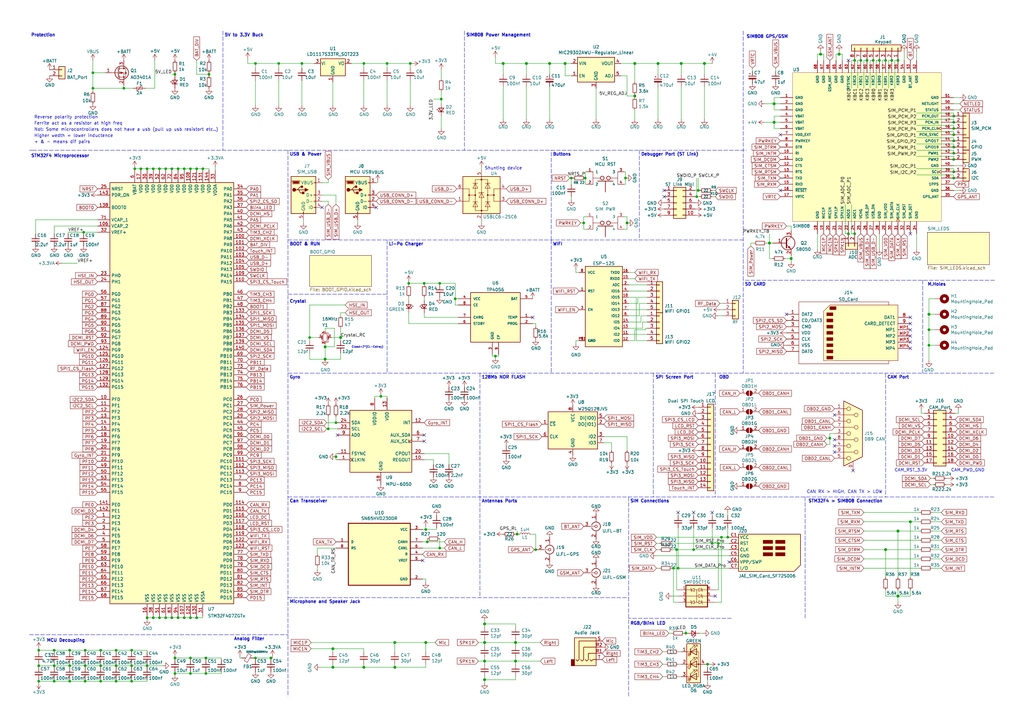
<source format=kicad_sch>
(kicad_sch (version 20211123) (generator eeschema)
  (paper "A3")
  (title_block (title "UnderControl") (rev "1.6") (company "Yaman's Lab"))
  (lib_symbols
    (symbol "Conn_Coaxial_1" (pin_names (offset 1.016) hide)
      (property "Reference" "J21" (at 2.5401 0.9085 0))
      (property "Value" "Conn_Coaxial_1" (at 2.5401 -1.8666 0))
      (symbol "Conn_Coaxial_1_1_1"
        (pin passive line (at 0 5.08 270) (length 2.54) (name "In") (number "1"))
        (pin passive line (at 0 -5.08 90) (length 2.54) (name "GND") (number "2"))
        (pin passive line (at -5.08 0 0) (length 2.54) (name "GND") (number "3"))
      )
    )
    (symbol "Conn_Coaxial_2" (pin_names (offset 1.016) hide)
      (property "Reference" "J24" (at 2.54 0.9085 0))
      (property "Value" "Conn_Coaxial_2" (at 2.54 -1.8666 0))
      (symbol "Conn_Coaxial_2_1_1"
        (pin passive line (at 0 5.08 270) (length 2.54) (name "In") (number "1"))
        (pin passive line (at 0 -5.08 90) (length 2.54) (name "GND") (number "2"))
        (pin passive line (at -5.08 0 0) (length 2.54) (name "GND") (number "3"))
      )
    )
    (symbol "Connector:AudioJack4"
      (property "Reference" "J" (at 0 8.89 0))
      (property "Value" "AudioJack4" (at 0 6.35 0))
      (symbol "AudioJack4_1_1"
        (pin passive line (at 5.08 -2.54 180) (length 2.54) (name "~") (number "R1"))
        (pin passive line (at 5.08 0 180) (length 2.54) (name "~") (number "R2"))
        (pin passive line (at 5.08 2.54 180) (length 2.54) (name "~") (number "S"))
        (pin passive line (at 5.08 -5.08 180) (length 2.54) (name "~") (number "T"))
      )
    )
    (symbol "Connector:Conn_Coaxial" (pin_names (offset 1.016) hide)
      (property "Reference" "J22" (at 2.54 0.9085 0))
      (property "Value" "U.FL-GPS" (at 2.54 -1.8666 0))
      (symbol "Conn_Coaxial_1_1"
        (pin passive line (at 0 5.08 270) (length 2.54) (name "In") (number "1"))
        (pin passive line (at 0 -5.08 90) (length 2.54) (name "GND") (number "2"))
        (pin passive line (at -5.08 0 0) (length 2.54) (name "GND") (number "3"))
      )
    )
    (symbol "Connector:DB9_Female_MountingHoles" (pin_names (offset 1.016) hide)
      (property "Reference" "J" (at 0 16.51 0))
      (property "Value" "DB9_Female_MountingHoles" (at 0 14.605 0))
      (symbol "DB9_Female_MountingHoles_1_1"
        (pin passive line (at 0 -15.24 90) (length 3.81) (name "PAD") (number "0"))
        (pin passive line (at -7.62 10.16 0) (length 3.81) (name "1") (number "1"))
        (pin passive line (at -7.62 5.08 0) (length 3.81) (name "2") (number "2"))
        (pin passive line (at -7.62 0 0) (length 3.81) (name "3") (number "3"))
        (pin passive line (at -7.62 -5.08 0) (length 3.81) (name "4") (number "4"))
        (pin passive line (at -7.62 -10.16 0) (length 3.81) (name "5") (number "5"))
        (pin passive line (at -7.62 7.62 0) (length 3.81) (name "6") (number "6"))
        (pin passive line (at -7.62 2.54 0) (length 3.81) (name "7") (number "7"))
        (pin passive line (at -7.62 -2.54 0) (length 3.81) (name "8") (number "8"))
        (pin passive line (at -7.62 -7.62 0) (length 3.81) (name "9") (number "9"))
      )
    )
    (symbol "Connector:JAE_SIM_Card_SF72S006"
      (property "Reference" "J?" (at 29.972 0.9085 0))
      (property "Value" "JAE_SIM_Card_SF72S006" (at 29.972 -1.8666 0))
      (symbol "JAE_SIM_Card_SF72S006_1_1"
        (pin no_connect line (at 0 -4.445 0) (length 3.81) hide (name "10") (number "10"))
        (pin no_connect line (at 0 -4.445 0) (length 3.81) hide (name "11") (number "11"))
        (pin no_connect line (at 0 -4.445 0) (length 3.81) hide (name "8") (number "8"))
        (pin no_connect line (at 0 -4.445 0) (length 3.81) hide (name "9") (number "9"))
        (pin power_in line (at 0 10.16 0) (length 3.81) (name "VCC") (number "C1"))
        (pin input line (at 0 7.62 0) (length 3.81) (name "RST") (number "C2"))
        (pin input line (at 0 5.08 0) (length 3.81) (name "CLK") (number "C3"))
        (pin power_in line (at 0 2.54 0) (length 3.81) (name "GND") (number "C5"))
        (pin bidirectional line (at 0 0 0) (length 3.81) (name "VPP/SWP") (number "C6"))
        (pin bidirectional line (at 0 -2.54 0) (length 3.81) (name "I/O") (number "C7"))
      )
    )
    (symbol "Connector:SD_Card" (pin_names (offset 1.016))
      (property "Reference" "J?" (at 0 16.5395 0))
      (property "Value" "SD_Card" (at 0 13.7644 0))
      (symbol "SD_Card_0_0"
        (pin passive line (at -25.4 7.62 0) (length 5.08) (name "DAT2") (number "1"))
        (pin passive line (at -25.4 5.08 0) (length 5.08) (name "CD/DAT3") (number "2"))
        (pin passive line (at -25.4 2.54 0) (length 5.08) (name "CMD") (number "3"))
        (pin passive line (at -25.4 0 0) (length 5.08) (name "VDD") (number "4"))
        (pin passive line (at -25.4 -2.54 0) (length 5.08) (name "CLX") (number "5"))
        (pin passive line (at -25.4 -5.08 0) (length 5.08) (name "VSS") (number "6"))
        (pin passive line (at -25.4 -7.62 0) (length 5.08) (name "DAT0") (number "7"))
        (pin passive line (at 25.4 6.35 180) (length 5.08) (name "DAT1") (number "8"))
        (pin passive line (at 25.4 3.81 180) (length 5.08) (name "CARD_DETECT") (number "9"))
        (pin passive line (at 25.4 1.27 180) (length 5.08) (name "MP1") (number "MP1"))
        (pin passive line (at 25.4 -1.27 180) (length 5.08) (name "MP2") (number "MP2"))
        (pin passive line (at 25.4 -3.81 180) (length 5.08) (name "MP3") (number "MP3"))
        (pin passive line (at 25.4 -6.35 180) (length 5.08) (name "MP4") (number "MP4"))
      )
    )
    (symbol "Connector:USB_B_Micro" (pin_names (offset 1.016))
      (property "Reference" "J7" (at 1.4478 11.8618 0))
      (property "Value" "SIM_USB" (at 1.4478 9.5504 0))
      (symbol "USB_B_Micro_1_1"
        (pin power_out line (at 7.62 5.08 180) (length 2.54) (name "VBUS") (number "1"))
        (pin passive line (at 7.62 -2.54 180) (length 2.54) (name "D-") (number "2"))
        (pin passive line (at 7.62 0 180) (length 2.54) (name "D+") (number "3"))
        (pin passive line (at 7.62 -5.08 180) (length 2.54) (name "ID") (number "4"))
        (pin power_in line (at 0 -10.16 90) (length 2.54) (name "GND") (number "5"))
        (pin no_connect line (at -7.62 6.35 0) (length 2.54) hide (name "S1") (number "S1"))
        (pin no_connect line (at -7.62 3.81 0) (length 2.54) hide (name "S2") (number "S2"))
        (pin no_connect line (at -7.62 1.27 0) (length 2.54) hide (name "S3") (number "S3"))
        (pin no_connect line (at -7.62 -1.27 0) (length 2.54) hide (name "S4") (number "S4"))
        (pin no_connect line (at -7.62 -3.81 0) (length 2.54) hide (name "S5") (number "S5"))
        (pin no_connect line (at -7.62 -6.35 0) (length 2.54) hide (name "S6") (number "S6"))
      )
    )
    (symbol "Connector_Generic:Conn_01x02" (pin_names (offset 1.016) hide)
      (property "Reference" "J" (at 0 2.54 0))
      (property "Value" "Conn_01x02" (at 0 -5.08 0))
      (symbol "Conn_01x02_1_1"
        (pin passive line (at -5.08 0 0) (length 3.81) (name "Pin_1") (number "1"))
        (pin passive line (at -5.08 -2.54 0) (length 3.81) (name "Pin_2") (number "2"))
      )
    )
    (symbol "Connector_Generic:Conn_01x05" (pin_names (offset 1.016) hide)
      (property "Reference" "J" (at 0 7.62 0))
      (property "Value" "Conn_01x05" (at 0 -7.62 0))
      (symbol "Conn_01x05_1_1"
        (pin passive line (at -5.08 5.08 0) (length 3.81) (name "Pin_1") (number "1"))
        (pin passive line (at -5.08 2.54 0) (length 3.81) (name "Pin_2") (number "2"))
        (pin passive line (at -5.08 0 0) (length 3.81) (name "Pin_3") (number "3"))
        (pin passive line (at -5.08 -2.54 0) (length 3.81) (name "Pin_4") (number "4"))
        (pin passive line (at -5.08 -5.08 0) (length 3.81) (name "Pin_5") (number "5"))
      )
    )
    (symbol "Connector_Generic:Conn_01x14" (pin_names (offset 1.016) hide)
      (property "Reference" "J" (at 0 17.78 0))
      (property "Value" "Conn_01x14" (at 0 -20.32 0))
      (symbol "Conn_01x14_1_1"
        (pin passive line (at -5.08 15.24 0) (length 3.81) (name "Pin_1") (number "1"))
        (pin passive line (at -5.08 -7.62 0) (length 3.81) (name "Pin_10") (number "10"))
        (pin passive line (at -5.08 -10.16 0) (length 3.81) (name "Pin_11") (number "11"))
        (pin passive line (at -5.08 -12.7 0) (length 3.81) (name "Pin_12") (number "12"))
        (pin passive line (at -5.08 -15.24 0) (length 3.81) (name "Pin_13") (number "13"))
        (pin passive line (at -5.08 -17.78 0) (length 3.81) (name "Pin_14") (number "14"))
        (pin passive line (at -5.08 12.7 0) (length 3.81) (name "Pin_2") (number "2"))
        (pin passive line (at -5.08 10.16 0) (length 3.81) (name "Pin_3") (number "3"))
        (pin passive line (at -5.08 7.62 0) (length 3.81) (name "Pin_4") (number "4"))
        (pin passive line (at -5.08 5.08 0) (length 3.81) (name "Pin_5") (number "5"))
        (pin passive line (at -5.08 2.54 0) (length 3.81) (name "Pin_6") (number "6"))
        (pin passive line (at -5.08 0 0) (length 3.81) (name "Pin_7") (number "7"))
        (pin passive line (at -5.08 -2.54 0) (length 3.81) (name "Pin_8") (number "8"))
        (pin passive line (at -5.08 -5.08 0) (length 3.81) (name "Pin_9") (number "9"))
      )
    )
    (symbol "Connector_Generic:Conn_02x05_Odd_Even" (pin_names (offset 1.016) hide)
      (property "Reference" "J" (at 1.27 7.62 0))
      (property "Value" "Conn_02x05_Odd_Even" (at 1.27 -7.62 0))
      (symbol "Conn_02x05_Odd_Even_1_1"
        (pin passive line (at -5.08 5.08 0) (length 3.81) (name "Pin_1") (number "1"))
        (pin passive line (at 7.62 -5.08 180) (length 3.81) (name "Pin_10") (number "10"))
        (pin passive line (at 7.62 5.08 180) (length 3.81) (name "Pin_2") (number "2"))
        (pin passive line (at -5.08 2.54 0) (length 3.81) (name "Pin_3") (number "3"))
        (pin passive line (at 7.62 2.54 180) (length 3.81) (name "Pin_4") (number "4"))
        (pin passive line (at -5.08 0 0) (length 3.81) (name "Pin_5") (number "5"))
        (pin passive line (at 7.62 0 180) (length 3.81) (name "Pin_6") (number "6"))
        (pin passive line (at -5.08 -2.54 0) (length 3.81) (name "Pin_7") (number "7"))
        (pin passive line (at 7.62 -2.54 180) (length 3.81) (name "Pin_8") (number "8"))
        (pin passive line (at -5.08 -5.08 0) (length 3.81) (name "Pin_9") (number "9"))
      )
    )
    (symbol "Connector_Generic:Conn_02x09_Odd_Even" (pin_names (offset 1.016) hide)
      (property "Reference" "J" (at 1.27 12.7 0))
      (property "Value" "Conn_02x09_Odd_Even" (at 1.27 -12.7 0))
      (symbol "Conn_02x09_Odd_Even_1_1"
        (pin passive line (at -5.08 10.16 0) (length 3.81) (name "Pin_1") (number "1"))
        (pin passive line (at 7.62 0 180) (length 3.81) (name "Pin_10") (number "10"))
        (pin passive line (at -5.08 -2.54 0) (length 3.81) (name "Pin_11") (number "11"))
        (pin passive line (at 7.62 -2.54 180) (length 3.81) (name "Pin_12") (number "12"))
        (pin passive line (at -5.08 -5.08 0) (length 3.81) (name "Pin_13") (number "13"))
        (pin passive line (at 7.62 -5.08 180) (length 3.81) (name "Pin_14") (number "14"))
        (pin passive line (at -5.08 -7.62 0) (length 3.81) (name "Pin_15") (number "15"))
        (pin passive line (at 7.62 -7.62 180) (length 3.81) (name "Pin_16") (number "16"))
        (pin passive line (at -5.08 -10.16 0) (length 3.81) (name "Pin_17") (number "17"))
        (pin passive line (at 7.62 -10.16 180) (length 3.81) (name "Pin_18") (number "18"))
        (pin passive line (at 7.62 10.16 180) (length 3.81) (name "Pin_2") (number "2"))
        (pin passive line (at -5.08 7.62 0) (length 3.81) (name "Pin_3") (number "3"))
        (pin passive line (at 7.62 7.62 180) (length 3.81) (name "Pin_4") (number "4"))
        (pin passive line (at -5.08 5.08 0) (length 3.81) (name "Pin_5") (number "5"))
        (pin passive line (at 7.62 5.08 180) (length 3.81) (name "Pin_6") (number "6"))
        (pin passive line (at -5.08 2.54 0) (length 3.81) (name "Pin_7") (number "7"))
        (pin passive line (at 7.62 2.54 180) (length 3.81) (name "Pin_8") (number "8"))
        (pin passive line (at -5.08 0 0) (length 3.81) (name "Pin_9") (number "9"))
      )
    )
    (symbol "Device:LED_RGBA" (pin_names (offset 0) hide)
      (property "Reference" "D" (at 0 9.398 0))
      (property "Value" "LED_RGBA" (at 0 -8.89 0))
      (symbol "LED_RGBA_0_0"
        (text "B" (at -1.905 -6.35 0) (effects (font (size 1.27 1.27))))
        (text "G" (at -1.905 -1.27 0) (effects (font (size 1.27 1.27))))
        (text "R" (at -1.905 3.81 0) (effects (font (size 1.27 1.27))))
      )
      (symbol "LED_RGBA_1_1"
        (pin passive line (at -5.08 5.08 0) (length 2.54) (name "RK") (number "1"))
        (pin passive line (at -5.08 0 0) (length 2.54) (name "GK") (number "2"))
        (pin passive line (at -5.08 -5.08 0) (length 2.54) (name "BK") (number "3"))
        (pin passive line (at 5.08 0 180) (length 2.54) (name "A") (number "4"))
      )
    )
    (symbol "ESP-12S:ESP-12S" (pin_names (offset 1.016))
      (property "Reference" "U" (at -7.62 18.034 0))
      (property "Value" "ESP-12S" (at -7.62 -15.494 0))
      (symbol "ESP-12S_0_0"
        (pin bidirectional line (at -10.16 7.62 0) (length 2.54) (name "RST") (number "1"))
        (pin bidirectional line (at 10.16 5.08 180) (length 2.54) (name "IO15") (number "10"))
        (pin bidirectional line (at 10.16 -10.16 180) (length 2.54) (name "IO2") (number "11"))
        (pin bidirectional line (at 10.16 -12.7 180) (length 2.54) (name "IO0") (number "12"))
        (pin bidirectional line (at 10.16 -7.62 180) (length 2.54) (name "IO4") (number "13"))
        (pin bidirectional line (at 10.16 -5.08 180) (length 2.54) (name "IO5") (number "14"))
        (pin bidirectional line (at 10.16 12.7 180) (length 2.54) (name "RXD0") (number "15"))
        (pin bidirectional line (at 10.16 15.24 180) (length 2.54) (name "TXD0") (number "16"))
        (pin bidirectional line (at 10.16 10.16 180) (length 2.54) (name "ADC") (number "2"))
        (pin bidirectional line (at -10.16 0 0) (length 2.54) (name "EN") (number "3"))
        (pin bidirectional line (at 10.16 7.62 180) (length 2.54) (name "IO16") (number "4"))
        (pin bidirectional line (at 10.16 2.54 180) (length 2.54) (name "IO14") (number "5"))
        (pin bidirectional line (at 10.16 -2.54 180) (length 2.54) (name "IO12") (number "6"))
        (pin bidirectional line (at 10.16 0 180) (length 2.54) (name "IO13") (number "7"))
        (pin bidirectional line (at -10.16 15.24 0) (length 2.54) (name "VCC") (number "8"))
        (pin bidirectional line (at -10.16 -12.7 0) (length 2.54) (name "GND") (number "9"))
        (pin bidirectional line (at -10.16 -12.7 0) (length 2.54) (name "GND") (number "P$1"))
      )
    )
    (symbol "Jumper:SolderJumper_2_Open" (pin_names (offset 0) hide)
      (property "Reference" "JP" (at 0 2.032 0))
      (property "Value" "SolderJumper_2_Open" (at 0 -2.54 0))
      (symbol "SolderJumper_2_Open_1_1"
        (pin passive line (at -3.81 0 0) (length 2.54) (name "A") (number "1"))
        (pin passive line (at 3.81 0 180) (length 2.54) (name "B") (number "2"))
      )
    )
    (symbol "MCU_ST_STM32F4:STM32F407ZGTx"
      (property "Reference" "U" (at -25.4 87.63 0))
      (property "Value" "STM32F407ZGTx" (at 20.32 87.63 0))
      (symbol "STM32F407ZGTx_1_1"
        (pin bidirectional line (at -30.48 -50.8 0) (length 5.08) (name "PE2") (number "1"))
        (pin bidirectional line (at -30.48 -2.54 0) (length 5.08) (name "PF0") (number "10"))
        (pin bidirectional line (at 30.48 63.5 180) (length 5.08) (name "PA8") (number "100"))
        (pin bidirectional line (at 30.48 60.96 180) (length 5.08) (name "PA9") (number "101"))
        (pin bidirectional line (at 30.48 58.42 180) (length 5.08) (name "PA10") (number "102"))
        (pin bidirectional line (at 30.48 55.88 180) (length 5.08) (name "PA11") (number "103"))
        (pin bidirectional line (at 30.48 53.34 180) (length 5.08) (name "PA12") (number "104"))
        (pin bidirectional line (at 30.48 50.8 180) (length 5.08) (name "PA13") (number "105"))
        (pin power_in line (at -30.48 68.58 0) (length 5.08) (name "VCAP_2") (number "106"))
        (pin power_in line (at 5.08 -91.44 90) (length 5.08) (name "VSS") (number "107"))
        (pin power_in line (at 7.62 91.44 270) (length 5.08) (name "VDD") (number "108"))
        (pin bidirectional line (at 30.48 48.26 180) (length 5.08) (name "PA14") (number "109"))
        (pin bidirectional line (at -30.48 -5.08 0) (length 5.08) (name "PF1") (number "11"))
        (pin bidirectional line (at 30.48 45.72 180) (length 5.08) (name "PA15") (number "110"))
        (pin bidirectional line (at 30.48 -27.94 180) (length 5.08) (name "PC10") (number "111"))
        (pin bidirectional line (at 30.48 -30.48 180) (length 5.08) (name "PC11") (number "112"))
        (pin bidirectional line (at 30.48 -33.02 180) (length 5.08) (name "PC12") (number "113"))
        (pin bidirectional line (at 30.48 -45.72 180) (length 5.08) (name "PD0") (number "114"))
        (pin bidirectional line (at 30.48 -48.26 180) (length 5.08) (name "PD1") (number "115"))
        (pin bidirectional line (at 30.48 -50.8 180) (length 5.08) (name "PD2") (number "116"))
        (pin bidirectional line (at 30.48 -53.34 180) (length 5.08) (name "PD3") (number "117"))
        (pin bidirectional line (at 30.48 -55.88 180) (length 5.08) (name "PD4") (number "118"))
        (pin bidirectional line (at 30.48 -58.42 180) (length 5.08) (name "PD5") (number "119"))
        (pin bidirectional line (at -30.48 -7.62 0) (length 5.08) (name "PF2") (number "12"))
        (pin power_in line (at 7.62 -91.44 90) (length 5.08) (name "VSS") (number "120"))
        (pin power_in line (at 10.16 91.44 270) (length 5.08) (name "VDD") (number "121"))
        (pin bidirectional line (at 30.48 -60.96 180) (length 5.08) (name "PD6") (number "122"))
        (pin bidirectional line (at 30.48 -63.5 180) (length 5.08) (name "PD7") (number "123"))
        (pin bidirectional line (at -30.48 17.78 0) (length 5.08) (name "PG9") (number "124"))
        (pin bidirectional line (at -30.48 15.24 0) (length 5.08) (name "PG10") (number "125"))
        (pin bidirectional line (at -30.48 12.7 0) (length 5.08) (name "PG11") (number "126"))
        (pin bidirectional line (at -30.48 10.16 0) (length 5.08) (name "PG12") (number "127"))
        (pin bidirectional line (at -30.48 7.62 0) (length 5.08) (name "PG13") (number "128"))
        (pin bidirectional line (at -30.48 5.08 0) (length 5.08) (name "PG14") (number "129"))
        (pin bidirectional line (at -30.48 -10.16 0) (length 5.08) (name "PF3") (number "13"))
        (pin power_in line (at 10.16 -91.44 90) (length 5.08) (name "VSS") (number "130"))
        (pin power_in line (at 12.7 91.44 270) (length 5.08) (name "VDD") (number "131"))
        (pin bidirectional line (at -30.48 2.54 0) (length 5.08) (name "PG15") (number "132"))
        (pin bidirectional line (at 30.48 33.02 180) (length 5.08) (name "PB3") (number "133"))
        (pin bidirectional line (at 30.48 30.48 180) (length 5.08) (name "PB4") (number "134"))
        (pin bidirectional line (at 30.48 27.94 180) (length 5.08) (name "PB5") (number "135"))
        (pin bidirectional line (at 30.48 25.4 180) (length 5.08) (name "PB6") (number "136"))
        (pin bidirectional line (at 30.48 22.86 180) (length 5.08) (name "PB7") (number "137"))
        (pin input line (at -30.48 76.2 0) (length 5.08) (name "BOOT0") (number "138"))
        (pin bidirectional line (at 30.48 20.32 180) (length 5.08) (name "PB8") (number "139"))
        (pin bidirectional line (at -30.48 -12.7 0) (length 5.08) (name "PF4") (number "14"))
        (pin bidirectional line (at 30.48 17.78 180) (length 5.08) (name "PB9") (number "140"))
        (pin bidirectional line (at -30.48 -45.72 0) (length 5.08) (name "PE0") (number "141"))
        (pin bidirectional line (at -30.48 -48.26 0) (length 5.08) (name "PE1") (number "142"))
        (pin input line (at -30.48 81.28 0) (length 5.08) (name "PDR_ON") (number "143"))
        (pin power_in line (at 15.24 91.44 270) (length 5.08) (name "VDD") (number "144"))
        (pin bidirectional line (at -30.48 -15.24 0) (length 5.08) (name "PF5") (number "15"))
        (pin power_in line (at -10.16 -91.44 90) (length 5.08) (name "VSS") (number "16"))
        (pin power_in line (at -12.7 91.44 270) (length 5.08) (name "VDD") (number "17"))
        (pin bidirectional line (at -30.48 -17.78 0) (length 5.08) (name "PF6") (number "18"))
        (pin bidirectional line (at -30.48 -20.32 0) (length 5.08) (name "PF7") (number "19"))
        (pin bidirectional line (at -30.48 -53.34 0) (length 5.08) (name "PE3") (number "2"))
        (pin bidirectional line (at -30.48 -22.86 0) (length 5.08) (name "PF8") (number "20"))
        (pin bidirectional line (at -30.48 -25.4 0) (length 5.08) (name "PF9") (number "21"))
        (pin bidirectional line (at -30.48 -27.94 0) (length 5.08) (name "PF10") (number "22"))
        (pin input line (at -30.48 48.26 0) (length 5.08) (name "PH0") (number "23"))
        (pin input line (at -30.48 45.72 0) (length 5.08) (name "PH1") (number "24"))
        (pin input line (at -30.48 83.82 0) (length 5.08) (name "NRST") (number "25"))
        (pin bidirectional line (at 30.48 -2.54 180) (length 5.08) (name "PC0") (number "26"))
        (pin bidirectional line (at 30.48 -5.08 180) (length 5.08) (name "PC1") (number "27"))
        (pin bidirectional line (at 30.48 -7.62 180) (length 5.08) (name "PC2") (number "28"))
        (pin bidirectional line (at 30.48 -10.16 180) (length 5.08) (name "PC3") (number "29"))
        (pin bidirectional line (at -30.48 -55.88 0) (length 5.08) (name "PE4") (number "3"))
        (pin power_in line (at -10.16 91.44 270) (length 5.08) (name "VDD") (number "30"))
        (pin power_in line (at 12.7 -91.44 90) (length 5.08) (name "VSSA") (number "31"))
        (pin power_in line (at -30.48 66.04 0) (length 5.08) (name "VREF+") (number "32"))
        (pin power_in line (at 17.78 91.44 270) (length 5.08) (name "VDDA") (number "33"))
        (pin bidirectional line (at 30.48 83.82 180) (length 5.08) (name "PA0") (number "34"))
        (pin bidirectional line (at 30.48 81.28 180) (length 5.08) (name "PA1") (number "35"))
        (pin bidirectional line (at 30.48 78.74 180) (length 5.08) (name "PA2") (number "36"))
        (pin bidirectional line (at 30.48 76.2 180) (length 5.08) (name "PA3") (number "37"))
        (pin power_in line (at -7.62 -91.44 90) (length 5.08) (name "VSS") (number "38"))
        (pin power_in line (at -7.62 91.44 270) (length 5.08) (name "VDD") (number "39"))
        (pin bidirectional line (at -30.48 -58.42 0) (length 5.08) (name "PE5") (number "4"))
        (pin bidirectional line (at 30.48 73.66 180) (length 5.08) (name "PA4") (number "40"))
        (pin bidirectional line (at 30.48 71.12 180) (length 5.08) (name "PA5") (number "41"))
        (pin bidirectional line (at 30.48 68.58 180) (length 5.08) (name "PA6") (number "42"))
        (pin bidirectional line (at 30.48 66.04 180) (length 5.08) (name "PA7") (number "43"))
        (pin bidirectional line (at 30.48 -12.7 180) (length 5.08) (name "PC4") (number "44"))
        (pin bidirectional line (at 30.48 -15.24 180) (length 5.08) (name "PC5") (number "45"))
        (pin bidirectional line (at 30.48 40.64 180) (length 5.08) (name "PB0") (number "46"))
        (pin bidirectional line (at 30.48 38.1 180) (length 5.08) (name "PB1") (number "47"))
        (pin bidirectional line (at 30.48 35.56 180) (length 5.08) (name "PB2") (number "48"))
        (pin bidirectional line (at -30.48 -30.48 0) (length 5.08) (name "PF11") (number "49"))
        (pin bidirectional line (at -30.48 -60.96 0) (length 5.08) (name "PE6") (number "5"))
        (pin bidirectional line (at -30.48 -33.02 0) (length 5.08) (name "PF12") (number "50"))
        (pin power_in line (at -5.08 -91.44 90) (length 5.08) (name "VSS") (number "51"))
        (pin power_in line (at -5.08 91.44 270) (length 5.08) (name "VDD") (number "52"))
        (pin bidirectional line (at -30.48 -35.56 0) (length 5.08) (name "PF13") (number "53"))
        (pin bidirectional line (at -30.48 -38.1 0) (length 5.08) (name "PF14") (number "54"))
        (pin bidirectional line (at -30.48 -40.64 0) (length 5.08) (name "PF15") (number "55"))
        (pin bidirectional line (at -30.48 40.64 0) (length 5.08) (name "PG0") (number "56"))
        (pin bidirectional line (at -30.48 38.1 0) (length 5.08) (name "PG1") (number "57"))
        (pin bidirectional line (at -30.48 -63.5 0) (length 5.08) (name "PE7") (number "58"))
        (pin bidirectional line (at -30.48 -66.04 0) (length 5.08) (name "PE8") (number "59"))
        (pin power_in line (at -15.24 91.44 270) (length 5.08) (name "VBAT") (number "6"))
        (pin bidirectional line (at -30.48 -68.58 0) (length 5.08) (name "PE9") (number "60"))
        (pin power_in line (at -2.54 -91.44 90) (length 5.08) (name "VSS") (number "61"))
        (pin power_in line (at -2.54 91.44 270) (length 5.08) (name "VDD") (number "62"))
        (pin bidirectional line (at -30.48 -71.12 0) (length 5.08) (name "PE10") (number "63"))
        (pin bidirectional line (at -30.48 -73.66 0) (length 5.08) (name "PE11") (number "64"))
        (pin bidirectional line (at -30.48 -76.2 0) (length 5.08) (name "PE12") (number "65"))
        (pin bidirectional line (at -30.48 -78.74 0) (length 5.08) (name "PE13") (number "66"))
        (pin bidirectional line (at -30.48 -81.28 0) (length 5.08) (name "PE14") (number "67"))
        (pin bidirectional line (at -30.48 -83.82 0) (length 5.08) (name "PE15") (number "68"))
        (pin bidirectional line (at 30.48 15.24 180) (length 5.08) (name "PB10") (number "69"))
        (pin bidirectional line (at 30.48 -35.56 180) (length 5.08) (name "PC13") (number "7"))
        (pin bidirectional line (at 30.48 12.7 180) (length 5.08) (name "PB11") (number "70"))
        (pin power_in line (at -30.48 71.12 0) (length 5.08) (name "VCAP_1") (number "71"))
        (pin power_in line (at 0 91.44 270) (length 5.08) (name "VDD") (number "72"))
        (pin bidirectional line (at 30.48 10.16 180) (length 5.08) (name "PB12") (number "73"))
        (pin bidirectional line (at 30.48 7.62 180) (length 5.08) (name "PB13") (number "74"))
        (pin bidirectional line (at 30.48 5.08 180) (length 5.08) (name "PB14") (number "75"))
        (pin bidirectional line (at 30.48 2.54 180) (length 5.08) (name "PB15") (number "76"))
        (pin bidirectional line (at 30.48 -66.04 180) (length 5.08) (name "PD8") (number "77"))
        (pin bidirectional line (at 30.48 -68.58 180) (length 5.08) (name "PD9") (number "78"))
        (pin bidirectional line (at 30.48 -71.12 180) (length 5.08) (name "PD10") (number "79"))
        (pin bidirectional line (at 30.48 -38.1 180) (length 5.08) (name "PC14") (number "8"))
        (pin bidirectional line (at 30.48 -73.66 180) (length 5.08) (name "PD11") (number "80"))
        (pin bidirectional line (at 30.48 -76.2 180) (length 5.08) (name "PD12") (number "81"))
        (pin bidirectional line (at 30.48 -78.74 180) (length 5.08) (name "PD13") (number "82"))
        (pin power_in line (at 0 -91.44 90) (length 5.08) (name "VSS") (number "83"))
        (pin power_in line (at 2.54 91.44 270) (length 5.08) (name "VDD") (number "84"))
        (pin bidirectional line (at 30.48 -81.28 180) (length 5.08) (name "PD14") (number "85"))
        (pin bidirectional line (at 30.48 -83.82 180) (length 5.08) (name "PD15") (number "86"))
        (pin bidirectional line (at -30.48 35.56 0) (length 5.08) (name "PG2") (number "87"))
        (pin bidirectional line (at -30.48 33.02 0) (length 5.08) (name "PG3") (number "88"))
        (pin bidirectional line (at -30.48 30.48 0) (length 5.08) (name "PG4") (number "89"))
        (pin bidirectional line (at 30.48 -40.64 180) (length 5.08) (name "PC15") (number "9"))
        (pin bidirectional line (at -30.48 27.94 0) (length 5.08) (name "PG5") (number "90"))
        (pin bidirectional line (at -30.48 25.4 0) (length 5.08) (name "PG6") (number "91"))
        (pin bidirectional line (at -30.48 22.86 0) (length 5.08) (name "PG7") (number "92"))
        (pin bidirectional line (at -30.48 20.32 0) (length 5.08) (name "PG8") (number "93"))
        (pin power_in line (at 2.54 -91.44 90) (length 5.08) (name "VSS") (number "94"))
        (pin power_in line (at 5.08 91.44 270) (length 5.08) (name "VDD") (number "95"))
        (pin bidirectional line (at 30.48 -17.78 180) (length 5.08) (name "PC6") (number "96"))
        (pin bidirectional line (at 30.48 -20.32 180) (length 5.08) (name "PC7") (number "97"))
        (pin bidirectional line (at 30.48 -22.86 180) (length 5.08) (name "PC8") (number "98"))
        (pin bidirectional line (at 30.48 -25.4 180) (length 5.08) (name "PC9") (number "99"))
      )
    )
    (symbol "Mechanical:MountingHole_Pad" (pin_numbers hide) (pin_names (offset 1.016) hide)
      (property "Reference" "H" (at 0 6.35 0))
      (property "Value" "MountingHole_Pad" (at 0 4.445 0))
      (symbol "MountingHole_Pad_1_1"
        (pin input line (at 0 -2.54 90) (length 2.54) (name "1") (number "1"))
      )
    )
    (symbol "Memory_Flash:W25Q128JVS"
      (property "Reference" "U" (at -8.89 8.89 0))
      (property "Value" "W25Q128JVS" (at 7.62 8.89 0))
      (symbol "W25Q128JVS_1_1"
        (pin input line (at -12.7 2.54 0) (length 2.54) (name "~{CS}") (number "1"))
        (pin bidirectional line (at 12.7 2.54 180) (length 2.54) (name "DO(IO1)") (number "2"))
        (pin bidirectional line (at 12.7 -2.54 180) (length 2.54) (name "IO2") (number "3"))
        (pin power_in line (at 0 -10.16 90) (length 2.54) (name "GND") (number "4"))
        (pin bidirectional line (at 12.7 5.08 180) (length 2.54) (name "DI(IO0)") (number "5"))
        (pin input line (at -12.7 -2.54 0) (length 2.54) (name "CLK") (number "6"))
        (pin bidirectional line (at 12.7 -5.08 180) (length 2.54) (name "IO3") (number "7"))
        (pin power_in line (at 0 10.16 270) (length 2.54) (name "VCC") (number "8"))
      )
    )
    (symbol "Regulator_Linear:LD1117S33TR_SOT223" (pin_names (offset 0.254))
      (property "Reference" "U" (at -3.81 3.175 0))
      (property "Value" "LD1117S33TR_SOT223" (at 0 3.175 0))
      (symbol "LD1117S33TR_SOT223_1_1"
        (pin power_in line (at 0 -7.62 90) (length 2.54) (name "GND") (number "1"))
        (pin power_out line (at 7.62 0 180) (length 2.54) (name "VO") (number "2"))
        (pin power_in line (at -7.62 0 0) (length 2.54) (name "VI") (number "3"))
      )
    )
    (symbol "SN65HVD230DR:SN65HVD230DR" (pin_names (offset 1.016))
      (property "Reference" "U" (at -12.7 13.6906 0))
      (property "Value" "SN65HVD230DR" (at -12.7 -16.6878 0))
      (symbol "SN65HVD230DR_0_0"
        (pin input line (at -17.78 5.08 0) (length 5.08) (name "D") (number "1"))
        (pin power_in line (at 17.78 -10.16 180) (length 5.08) (name "GND") (number "2"))
        (pin power_in line (at 17.78 10.16 180) (length 5.08) (name "VCC") (number "3"))
        (pin output line (at 17.78 0 180) (length 5.08) (name "R") (number "4"))
        (pin output line (at 17.78 -2.54 180) (length 5.08) (name "VREF") (number "5"))
        (pin output line (at 17.78 2.54 180) (length 5.08) (name "CANL") (number "6"))
        (pin output line (at 17.78 5.08 180) (length 5.08) (name "CANH") (number "7"))
        (pin input line (at -17.78 2.54 0) (length 5.08) (name "RS") (number "8"))
      )
    )
    (symbol "Sensor_Motion:MPU-6050"
      (property "Reference" "U9" (at 2.0194 -14.8495 0))
      (property "Value" "MPU-6050" (at 2.0194 -17.6246 0))
      (symbol "MPU-6050_1_1"
        (pin input clock (at -17.78 -7.62 0) (length 5.08) (name "CLKIN") (number "1"))
        (pin passive line (at 17.78 -7.62 180) (length 5.08) (name "REGOUT") (number "10"))
        (pin input line (at -17.78 -5.08 0) (length 5.08) (name "FSYNC") (number "11"))
        (pin output line (at 17.78 7.62 180) (length 5.08) (name "INT") (number "12"))
        (pin power_in line (at 2.54 17.78 270) (length 5.08) (name "VDD") (number "13"))
        (pin no_connect line (at -34.925 -8.89 180) (length 2.54) hide (name "14") (number "14"))
        (pin no_connect line (at -34.925 -11.43 180) (length 2.54) hide (name "15") (number "15"))
        (pin no_connect line (at -34.925 -13.97 180) (length 2.54) hide (name "16") (number "16"))
        (pin no_connect line (at -34.925 -16.51 180) (length 2.54) hide (name "17") (number "17"))
        (pin power_in line (at 0 -17.78 90) (length 5.08) (name "GND") (number "18"))
        (pin no_connect line (at -34.925 -24.13 180) (length 2.54) hide (name "19") (number "19"))
        (pin no_connect line (at -34.925 1.27 180) (length 2.54) hide (name "2") (number "2"))
        (pin passive line (at 17.78 -5.08 180) (length 5.08) (name "CPOUT") (number "20"))
        (pin no_connect line (at -34.925 -19.05 180) (length 2.54) hide (name "21") (number "21"))
        (pin no_connect line (at -34.925 -21.59 180) (length 2.54) hide (name "22") (number "22"))
        (pin input line (at -17.78 5.08 0) (length 5.08) (name "SCL") (number "23"))
        (pin bidirectional line (at -17.78 7.62 0) (length 5.08) (name "SDA") (number "24"))
        (pin no_connect line (at -34.925 -1.27 180) (length 2.54) hide (name "3") (number "3"))
        (pin no_connect line (at -34.925 -3.81 180) (length 2.54) hide (name "4") (number "4"))
        (pin no_connect line (at -34.925 -6.35 180) (length 2.54) hide (name "5") (number "5"))
        (pin bidirectional line (at 17.78 2.54 180) (length 5.08) (name "AUX_SDA") (number "6"))
        (pin output clock (at 17.78 0 180) (length 5.08) (name "AUX_SCL") (number "7"))
        (pin power_in line (at -2.54 17.78 270) (length 5.08) (name "VDDIO") (number "8"))
        (pin input line (at -17.78 2.54 0) (length 5.08) (name "AD0") (number "9"))
      )
    )
    (symbol "TL3342F160QG:TL3342F160QG" (pin_names (offset 1.016))
      (property "Reference" "S" (at 0 12.954 0))
      (property "Value" "TL3342F160QG" (at -6.858 -14.224 0))
      (symbol "TL3342F160QG_0_0"
        (pin passive line (at -2.54 -7.62 90) (length 2.54) (name "1") (number "1"))
        (pin passive line (at 2.54 -7.62 90) (length 2.54) (name "2") (number "2"))
        (pin passive line (at -2.54 7.62 270) (length 2.54) (name "3") (number "3"))
        (pin passive line (at 2.54 7.62 270) (length 2.54) (name "4") (number "4"))
      )
    )
    (symbol "TP4056:TP4056" (pin_names (offset 1.016))
      (property "Reference" "U6" (at 0 14.1265 0))
      (property "Value" "TP4056" (at 0 11.3514 0))
      (symbol "TP4056_0_0"
        (pin bidirectional line (at 15.24 0 180) (length 5.08) (name "TEMP") (number "1"))
        (pin bidirectional line (at 15.24 -2.54 180) (length 5.08) (name "PROG") (number "2"))
        (pin bidirectional line (at -1.27 -15.24 90) (length 5.08) (name "GND") (number "3"))
        (pin bidirectional line (at -15.24 7.62 0) (length 5.08) (name "VCC") (number "4"))
        (pin bidirectional line (at 15.24 7.62 180) (length 5.08) (name "BAT") (number "5"))
        (pin bidirectional line (at -15.24 -2.54 0) (length 5.08) (name "STDBY") (number "6"))
        (pin bidirectional line (at -15.24 0 0) (length 5.08) (name "CHRG") (number "7"))
        (pin bidirectional line (at -15.24 5.08 0) (length 5.08) (name "CE") (number "8"))
        (pin bidirectional line (at 1.27 -15.24 90) (length 5.08) (name "EP") (number "9"))
      )
    )
    (symbol "Transistor_FET:AO3401A" (pin_names hide)
      (property "Reference" "Q" (at 5.08 1.905 0))
      (property "Value" "AO3401A" (at 5.08 0 0))
      (symbol "AO3401A_1_1"
        (pin input line (at -5.08 0 0) (length 2.54) (name "G") (number "1"))
        (pin passive line (at 2.54 -5.08 90) (length 2.54) (name "S") (number "2"))
        (pin passive line (at 2.54 5.08 270) (length 2.54) (name "D") (number "3"))
      )
    )
    (symbol "USB_B_Micro_1" (pin_names (offset 1.016))
      (property "Reference" "J8" (at 1.4478 11.8618 0))
      (property "Value" "MCU USB" (at 1.27 9.525 0))
      (symbol "USB_B_Micro_1_1_1"
        (pin power_out line (at 7.62 5.08 180) (length 2.54) (name "VBUS") (number "1"))
        (pin passive line (at 7.62 -2.54 180) (length 2.54) (name "D-") (number "2"))
        (pin passive line (at 7.62 0 180) (length 2.54) (name "D+") (number "3"))
        (pin passive line (at 7.62 -5.08 180) (length 2.54) (name "ID") (number "4"))
        (pin power_in line (at 0 -10.16 90) (length 2.54) (name "GND") (number "5"))
        (pin no_connect line (at -7.62 6.35 0) (length 2.54) hide (name "S1") (number "S1"))
        (pin no_connect line (at -7.62 3.81 0) (length 2.54) hide (name "S2") (number "S2"))
        (pin no_connect line (at -7.62 1.27 0) (length 2.54) hide (name "S3") (number "S3"))
        (pin no_connect line (at -7.62 -1.27 0) (length 2.54) hide (name "S4") (number "S4"))
        (pin no_connect line (at -7.62 -3.81 0) (length 2.54) hide (name "S5") (number "S5"))
        (pin no_connect line (at -7.62 -6.35 0) (length 2.54) hide (name "S6") (number "S6"))
      )
    )
    (symbol "UnderControl-rescue:+3.3V-power-IoT_Dev_Board-rescue" (power) (pin_names (offset 0))
      (property "Value" "+3.3V-power-IoT_Dev_Board-rescue" (at 0 3.556 0))
      (symbol "+3.3V-power-IoT_Dev_Board-rescue_1_1"
        (pin power_in line (at 0 0 90) (length 0) hide (name "+3V3") (number "1"))
      )
    )
    (symbol "UnderControl-rescue:+3.3VA-power-IoT_Dev_Board-rescue" (power) (pin_names (offset 0))
      (property "Value" "+3.3VA-power-IoT_Dev_Board-rescue" (at 0 3.556 0))
      (symbol "+3.3VA-power-IoT_Dev_Board-rescue_1_1"
        (pin power_in line (at 0 0 90) (length 0) hide (name "+3.3VA") (number "1"))
      )
    )
    (symbol "UnderControl-rescue:+5V-power-IoT_Dev_Board-rescue" (power) (pin_names (offset 0))
      (property "Value" "+5V-power-IoT_Dev_Board-rescue" (at 0 3.556 0))
      (symbol "+5V-power-IoT_Dev_Board-rescue_1_1"
        (pin power_in line (at 0 0 90) (length 0) hide (name "+5V") (number "1"))
      )
    )
    (symbol "UnderControl-rescue:BC847-Transistor_BJT-IoT_Dev_Board-rescue" (pin_names (offset 0) hide)
      (property "Reference" "Q" (at 5.08 1.905 0))
      (property "Value" "BC847-Transistor_BJT-IoT_Dev_Board-rescue" (at 5.08 0 0))
      (symbol "BC847-Transistor_BJT-IoT_Dev_Board-rescue_1_1"
        (pin input line (at -5.08 0 0) (length 5.715) (name "B") (number "1"))
        (pin passive line (at 2.54 -5.08 90) (length 2.54) (name "E") (number "2"))
        (pin passive line (at 2.54 5.08 270) (length 2.54) (name "C") (number "3"))
      )
    )
    (symbol "UnderControl-rescue:CP_Small-Device-IoT_Dev_Board-rescue" (pin_numbers hide) (pin_names (offset 0.254) hide)
      (property "Reference" "C" (at 0.254 1.778 0))
      (property "Value" "CP_Small-Device-IoT_Dev_Board-rescue" (at 0.254 -2.032 0))
      (symbol "CP_Small-Device-IoT_Dev_Board-rescue_1_1"
        (pin passive line (at 0 2.54 270) (length 1.8542) (name "~") (number "1"))
        (pin passive line (at 0 -2.54 90) (length 1.8542) (name "~") (number "2"))
      )
    )
    (symbol "UnderControl-rescue:C_Small-Device-IoT_Dev_Board-rescue" (pin_numbers hide) (pin_names (offset 0.254) hide)
      (property "Reference" "C" (at 0.254 1.778 0))
      (property "Value" "C_Small-Device-IoT_Dev_Board-rescue" (at 0.254 -2.032 0))
      (symbol "C_Small-Device-IoT_Dev_Board-rescue_1_1"
        (pin passive line (at 0 2.54 270) (length 2.032) (name "~") (number "1"))
        (pin passive line (at 0 -2.54 90) (length 2.032) (name "~") (number "2"))
      )
    )
    (symbol "UnderControl-rescue:Conn_01x02-Connector_Generic-IoT_Dev_Board-rescue" (pin_names (offset 1.016) hide)
      (property "Reference" "J" (at 0 2.54 0))
      (property "Value" "Conn_01x02-Connector_Generic-IoT_Dev_Board-rescue" (at 0 -5.08 0))
      (symbol "Conn_01x02-Connector_Generic-IoT_Dev_Board-rescue_1_1"
        (pin passive line (at -5.08 0 0) (length 3.81) (name "Pin_1") (number "1"))
        (pin passive line (at -5.08 -2.54 0) (length 3.81) (name "Pin_2") (number "2"))
      )
    )
    (symbol "UnderControl-rescue:Conn_01x03-Connector_Generic-IoT_Dev_Board-rescue" (pin_names (offset 1.016) hide)
      (property "Reference" "J" (at 0 5.08 0))
      (property "Value" "Conn_01x03-Connector_Generic-IoT_Dev_Board-rescue" (at 0 -5.08 0))
      (symbol "Conn_01x03-Connector_Generic-IoT_Dev_Board-rescue_1_1"
        (pin passive line (at -5.08 2.54 0) (length 3.81) (name "Pin_1") (number "1"))
        (pin passive line (at -5.08 0 0) (length 3.81) (name "Pin_2") (number "2"))
        (pin passive line (at -5.08 -2.54 0) (length 3.81) (name "Pin_3") (number "3"))
      )
    )
    (symbol "UnderControl-rescue:Conn_01x04-Connector_Generic-IoT_Dev_Board-rescue" (pin_names (offset 1.016) hide)
      (property "Reference" "J" (at 0 5.08 0))
      (property "Value" "Conn_01x04-Connector_Generic-IoT_Dev_Board-rescue" (at 0 -7.62 0))
      (symbol "Conn_01x04-Connector_Generic-IoT_Dev_Board-rescue_1_1"
        (pin passive line (at -5.08 2.54 0) (length 3.81) (name "Pin_1") (number "1"))
        (pin passive line (at -5.08 0 0) (length 3.81) (name "Pin_2") (number "2"))
        (pin passive line (at -5.08 -2.54 0) (length 3.81) (name "Pin_3") (number "3"))
        (pin passive line (at -5.08 -5.08 0) (length 3.81) (name "Pin_4") (number "4"))
      )
    )
    (symbol "UnderControl-rescue:Conn_01x08-Connector_Generic-IoT_Dev_Board-rescue" (pin_names (offset 1.016) hide)
      (property "Reference" "J" (at 0 10.16 0))
      (property "Value" "Conn_01x08-Connector_Generic-IoT_Dev_Board-rescue" (at 0 -12.7 0))
      (symbol "Conn_01x08-Connector_Generic-IoT_Dev_Board-rescue_1_1"
        (pin passive line (at -5.08 7.62 0) (length 3.81) (name "Pin_1") (number "1"))
        (pin passive line (at -5.08 5.08 0) (length 3.81) (name "Pin_2") (number "2"))
        (pin passive line (at -5.08 2.54 0) (length 3.81) (name "Pin_3") (number "3"))
        (pin passive line (at -5.08 0 0) (length 3.81) (name "Pin_4") (number "4"))
        (pin passive line (at -5.08 -2.54 0) (length 3.81) (name "Pin_5") (number "5"))
        (pin passive line (at -5.08 -5.08 0) (length 3.81) (name "Pin_6") (number "6"))
        (pin passive line (at -5.08 -7.62 0) (length 3.81) (name "Pin_7") (number "7"))
        (pin passive line (at -5.08 -10.16 0) (length 3.81) (name "Pin_8") (number "8"))
      )
    )
    (symbol "UnderControl-rescue:Crystal_GND24_Small-Device-IoT_Dev_Board-rescue" (pin_names (offset 1.016) hide)
      (property "Reference" "Y" (at 1.27 4.445 0))
      (property "Value" "Crystal_GND24_Small-Device-IoT_Dev_Board-rescue" (at 1.27 2.54 0))
      (symbol "Crystal_GND24_Small-Device-IoT_Dev_Board-rescue_1_1"
        (pin passive line (at -2.54 0 0) (length 1.27) (name "1") (number "1"))
        (pin passive line (at 0 -2.54 90) (length 0.635) (name "2") (number "2"))
        (pin passive line (at 2.54 0 180) (length 1.27) (name "3") (number "3"))
        (pin passive line (at 0 2.54 270) (length 0.635) (name "4") (number "4"))
      )
    )
    (symbol "UnderControl-rescue:Ferrite_Bead_Small-Device-IoT_Dev_Board-rescue" (pin_numbers hide) (pin_names (offset 0))
      (property "Reference" "FB" (at 1.905 1.27 0))
      (property "Value" "Ferrite_Bead_Small-Device-IoT_Dev_Board-rescue" (at 1.905 -1.27 0))
      (symbol "Ferrite_Bead_Small-Device-IoT_Dev_Board-rescue_1_1"
        (pin passive line (at 0 2.54 270) (length 1.27) (name "~") (number "1"))
        (pin passive line (at 0 -2.54 90) (length 1.27) (name "~") (number "2"))
      )
    )
    (symbol "UnderControl-rescue:GND-power-IoT_Dev_Board-rescue" (power) (pin_names (offset 0))
      (property "Value" "GND-power-IoT_Dev_Board-rescue" (at 0 -3.81 0))
      (symbol "GND-power-IoT_Dev_Board-rescue_1_1"
        (pin power_in line (at 0 0 270) (length 0) hide (name "GND") (number "1"))
      )
    )
    (symbol "UnderControl-rescue:LED_Small-Device-IoT_Dev_Board-rescue" (pin_numbers hide) (pin_names (offset 0.254) hide)
      (property "Reference" "D" (at -1.27 3.175 0))
      (property "Value" "LED_Small-Device-IoT_Dev_Board-rescue" (at -4.445 -2.54 0))
      (symbol "LED_Small-Device-IoT_Dev_Board-rescue_1_1"
        (pin passive line (at -2.54 0 0) (length 1.778) (name "K") (number "1"))
        (pin passive line (at 2.54 0 180) (length 1.778) (name "A") (number "2"))
      )
    )
    (symbol "UnderControl-rescue:L_Small-Device-IoT_Dev_Board-rescue" (pin_numbers hide) (pin_names (offset 0.254) hide)
      (property "Reference" "L" (at 0.762 1.016 0))
      (property "Value" "L_Small-Device-IoT_Dev_Board-rescue" (at 0.762 -1.016 0))
      (symbol "L_Small-Device-IoT_Dev_Board-rescue_1_1"
        (pin passive line (at 0 2.54 270) (length 0.508) (name "~") (number "1"))
        (pin passive line (at 0 -2.54 90) (length 0.508) (name "~") (number "2"))
      )
    )
    (symbol "UnderControl-rescue:MIC29302WU-Regulator_Linear-IoT_Dev_Board-rescue"
      (property "Reference" "U2" (at 0 9.3218 0))
      (property "Value" "MIC29302AWU-Regulator_Linear" (at 0 7.0104 0))
      (symbol "MIC29302WU-Regulator_Linear-IoT_Dev_Board-rescue_1_1"
        (pin input line (at -10.16 -2.54 0) (length 2.54) (name "EN") (number "1"))
        (pin power_in line (at -10.16 2.54 0) (length 2.54) (name "VIN") (number "2"))
        (pin power_in line (at 0 -7.62 90) (length 2.54) (name "GND") (number "3"))
        (pin power_out line (at 10.16 2.54 180) (length 2.54) (name "VOUT") (number "4"))
        (pin input line (at 10.16 -2.54 180) (length 2.54) (name "ADJ") (number "5"))
      )
    )
    (symbol "UnderControl-rescue:Polyfuse_Small-Device-IoT_Dev_Board-rescue" (pin_numbers hide) (pin_names (offset 0))
      (property "Reference" "F" (at -1.905 0 90))
      (property "Value" "Polyfuse_Small-Device-IoT_Dev_Board-rescue" (at 1.905 0 90))
      (symbol "Polyfuse_Small-Device-IoT_Dev_Board-rescue_1_1"
        (pin passive line (at 0 2.54 270) (length 0.635) (name "~") (number "1"))
        (pin passive line (at 0 -2.54 90) (length 0.635) (name "~") (number "2"))
      )
    )
    (symbol "UnderControl-rescue:R_Small-Device-IoT_Dev_Board-rescue" (pin_numbers hide) (pin_names (offset 0.254) hide)
      (property "Reference" "R" (at 0.762 0.508 0))
      (property "Value" "R_Small-Device-IoT_Dev_Board-rescue" (at 0.762 -1.016 0))
      (symbol "R_Small-Device-IoT_Dev_Board-rescue_1_1"
        (pin passive line (at 0 2.54 270) (length 0.762) (name "~") (number "1"))
        (pin passive line (at 0 -2.54 90) (length 0.762) (name "~") (number "2"))
      )
    )
    (symbol "UnderControl-rescue:SIM808-SIM808-IoT_Dev_Board-rescue" (pin_names (offset 1.016))
      (property "Reference" "U3" (at -30.48 31.75 0))
      (property "Value" "SIM808" (at -30.48 -32.385 0))
      (symbol "SIM808-SIM808-IoT_Dev_Board-rescue_0_0"
        (pin power_in line (at -35.56 20.32 0) (length 5.08) (name "GND") (number "1"))
        (pin output line (at -35.56 -2.54 0) (length 5.08) (name "RI") (number "10"))
        (pin output line (at -35.56 -5.08 0) (length 5.08) (name "DCD") (number "11"))
        (pin output line (at -35.56 -7.62 0) (length 5.08) (name "CTS") (number "12"))
        (pin input line (at -35.56 -10.16 0) (length 5.08) (name "RTS") (number "13"))
        (pin output line (at -35.56 -12.7 0) (length 5.08) (name "TXD") (number "14"))
        (pin input line (at -35.56 -15.24 0) (length 5.08) (name "RXD") (number "15"))
        (pin input line (at -35.56 -17.78 0) (length 5.08) (name "~{RESET}") (number "16"))
        (pin bidirectional line (at -35.56 -20.32 0) (length 5.08) (name "VRTC") (number "17"))
        (pin power_in line (at -20.32 -35.56 90) (length 5.08) (name "GND") (number "18"))
        (pin input line (at -17.78 -35.56 90) (length 5.08) (name "MIC1P") (number "19"))
        (pin power_in line (at -35.56 17.78 0) (length 5.08) (name "GND") (number "2"))
        (pin input line (at -15.24 -35.56 90) (length 5.08) (name "MIC1N") (number "20"))
        (pin output line (at -12.7 -35.56 90) (length 5.08) (name "SPK1P") (number "21"))
        (pin output line (at -10.16 -35.56 90) (length 5.08) (name "SPK1N") (number "22"))
        (pin input line (at -7.62 -35.56 90) (length 5.08) (name "ADC0") (number "23"))
        (pin input line (at -5.08 -35.56 90) (length 5.08) (name "ADC1") (number "24"))
        (pin input line (at -2.54 -35.56 90) (length 5.08) (name "VCHG") (number "25"))
        (pin bidirectional line (at 0 -35.56 90) (length 5.08) (name "USB_DP") (number "26"))
        (pin bidirectional line (at 2.54 -35.56 90) (length 5.08) (name "USB_DN") (number "27"))
        (pin power_in line (at 5.08 -35.56 90) (length 5.08) (name "GND") (number "28"))
        (pin output line (at 7.62 -35.56 90) (length 5.08) (name "SIM_VDD") (number "29"))
        (pin power_in line (at -35.56 15.24 0) (length 5.08) (name "GND") (number "3"))
        (pin bidirectional line (at 10.16 -35.56 90) (length 5.08) (name "SIM_DATA") (number "30"))
        (pin output clock (at 12.7 -35.56 90) (length 5.08) (name "SIM_CLK") (number "31"))
        (pin output line (at 15.24 -35.56 90) (length 5.08) (name "SIM_RST") (number "32"))
        (pin input line (at 17.78 -35.56 90) (length 5.08) (name "SIM_DET") (number "33"))
        (pin power_in line (at 20.32 -35.56 90) (length 5.08) (name "GND") (number "34"))
        (pin input line (at 35.56 -20.32 180) (length 5.08) (name "GPS_ANT") (number "35"))
        (pin power_in line (at 35.56 -17.78 180) (length 5.08) (name "GND") (number "36"))
        (pin output line (at 35.56 -15.24 180) (length 5.08) (name "1PPS") (number "37"))
        (pin bidirectional line (at 35.56 -12.7 180) (length 5.08) (name "SDA") (number "38"))
        (pin input clock (at 35.56 -10.16 180) (length 5.08) (name "SCL") (number "39"))
        (pin power_in line (at -35.56 12.7 0) (length 5.08) (name "VBAT") (number "4"))
        (pin power_in line (at 35.56 -7.62 180) (length 5.08) (name "GND") (number "40"))
        (pin output line (at 35.56 -5.08 180) (length 5.08) (name "PWM2") (number "41"))
        (pin output line (at 35.56 -2.54 180) (length 5.08) (name "PWM1") (number "42"))
        (pin bidirectional line (at 35.56 0 180) (length 5.08) (name "GPIO19") (number "43"))
        (pin bidirectional line (at 35.56 2.54 180) (length 5.08) (name "GPIO17") (number "44"))
        (pin output line (at 35.56 5.08 180) (length 5.08) (name "PCM_SYNC") (number "45"))
        (pin input clock (at 35.56 7.62 180) (length 5.08) (name "PCM_CLK") (number "46"))
        (pin input line (at 35.56 10.16 180) (length 5.08) (name "PCM_IN") (number "47"))
        (pin output line (at 35.56 12.7 180) (length 5.08) (name "PCM_OUT") (number "48"))
        (pin output line (at 35.56 15.24 180) (length 5.08) (name "STATUS") (number "49"))
        (pin power_in line (at -35.56 10.16 0) (length 5.08) (name "VBAT") (number "5"))
        (pin output line (at 35.56 17.78 180) (length 5.08) (name "NETLIGHT") (number "50"))
        (pin power_in line (at 35.56 20.32 180) (length 5.08) (name "GND") (number "51"))
        (pin power_in line (at 20.32 35.56 270) (length 5.08) (name "GND") (number "52"))
        (pin bidirectional line (at 17.78 35.56 270) (length 5.08) (name "BT_ANT") (number "53"))
        (pin power_in line (at 15.24 35.56 270) (length 5.08) (name "GND") (number "54"))
        (pin output line (at 12.7 35.56 270) (length 5.08) (name "KBR3") (number "55"))
        (pin output line (at 10.16 35.56 270) (length 5.08) (name "KBR2") (number "56"))
        (pin output line (at 7.62 35.56 270) (length 5.08) (name "KBR1") (number "57"))
        (pin output line (at 5.08 35.56 270) (length 5.08) (name "KBR0") (number "58"))
        (pin input line (at 2.54 35.56 270) (length 5.08) (name "KBC3") (number "59"))
        (pin power_in line (at -35.56 7.62 0) (length 5.08) (name "VBAT") (number "6"))
        (pin input line (at 0 35.56 270) (length 5.08) (name "KBC2") (number "60"))
        (pin input line (at -2.54 35.56 270) (length 5.08) (name "KBC1") (number "61"))
        (pin input line (at -5.08 35.56 270) (length 5.08) (name "KBC0") (number "62"))
        (pin output line (at -7.62 35.56 270) (length 5.08) (name "RFSYNC") (number "63"))
        (pin power_in line (at -10.16 35.56 270) (length 5.08) (name "GND") (number "64"))
        (pin power_in line (at -12.7 35.56 270) (length 5.08) (name "GND") (number "65"))
        (pin bidirectional line (at -15.24 35.56 270) (length 5.08) (name "GSM_ANT") (number "66"))
        (pin power_in line (at -17.78 35.56 270) (length 5.08) (name "GND") (number "67"))
        (pin power_in line (at -20.32 35.56 270) (length 5.08) (name "GND") (number "68"))
        (pin output line (at -35.56 5.08 0) (length 5.08) (name "VDD_EXT") (number "7"))
        (pin input line (at -35.56 2.54 0) (length 5.08) (name "PWRKEY") (number "8"))
        (pin input line (at -35.56 0 0) (length 5.08) (name "DTR") (number "9"))
      )
    )
    (symbol "UnderControl-rescue:SMF05CT1G-SMF05CT1G-IoT_Dev_Board-rescue" (pin_names (offset 1.016) hide)
      (property "Reference" "U8" (at 0 9.398 0))
      (property "Value" "SMF05CT1G" (at 0 7.0866 0))
      (symbol "SMF05CT1G-SMF05CT1G-IoT_Dev_Board-rescue_0_0"
        (pin passive line (at -7.62 2.54 0) (length 5.08) (name "~") (number "1"))
        (pin passive line (at -7.62 0 0) (length 5.08) (name "~") (number "2"))
        (pin passive line (at -7.62 -2.54 0) (length 5.08) (name "~") (number "3"))
        (pin passive line (at 7.62 -2.54 180) (length 5.08) (name "~") (number "4"))
        (pin passive line (at 7.62 0 180) (length 5.08) (name "~") (number "5"))
        (pin passive line (at 7.62 2.54 180) (length 5.08) (name "~") (number "6"))
      )
    )
    (symbol "UnderControl-rescue:USBLC6-2SC6-Power_Protection-IoT_Dev_Board-rescue" (pin_names hide)
      (property "Reference" "U" (at 2.54 8.89 0))
      (property "Value" "USBLC6-2SC6-Power_Protection-IoT_Dev_Board-rescue" (at 2.54 -8.89 0))
      (symbol "USBLC6-2SC6-Power_Protection-IoT_Dev_Board-rescue_1_1"
        (pin passive line (at -10.16 -2.54 0) (length 2.54) (name "I/O1") (number "1"))
        (pin passive line (at 0 -10.16 90) (length 2.54) (name "GND") (number "2"))
        (pin passive line (at 10.16 -2.54 180) (length 2.54) (name "I/O2") (number "3"))
        (pin passive line (at 10.16 2.54 180) (length 2.54) (name "I/O2") (number "4"))
        (pin passive line (at 0 10.16 270) (length 2.54) (name "VBUS") (number "5"))
        (pin passive line (at -10.16 2.54 0) (length 2.54) (name "I/O1") (number "6"))
      )
    )
    (symbol "power:+3.3V" (power) (pin_names (offset 0))
      (property "Value" "+3.3V" (at 0 3.556 0))
      (symbol "+3.3V_1_1"
        (pin power_in line (at 0 0 90) (length 0) hide (name "+3V3") (number "1"))
      )
    )
    (symbol "power:+4V" (power) (pin_names (offset 0))
      (property "Value" "+4V" (at 0 3.556 0))
      (symbol "+4V_1_1"
        (pin power_in line (at 0 0 90) (length 0) hide (name "+4V") (number "1"))
      )
    )
    (symbol "power:+BATT" (power) (pin_names (offset 0))
      (property "Value" "+BATT" (at 0 3.556 0))
      (symbol "+BATT_1_1"
        (pin power_in line (at 0 0 90) (length 0) hide (name "+BATT") (number "1"))
      )
    )
    (symbol "power:GND" (power) (pin_names (offset 0))
      (property "Value" "GND" (at 0 -3.81 0))
      (symbol "GND_1_1"
        (pin power_in line (at 0 0 270) (length 0) hide (name "GND") (number "1"))
      )
    )
    (symbol "power:VBUS" (power) (pin_names (offset 0))
      (property "Value" "VBUS" (at 0 3.81 0))
      (symbol "VBUS_1_1"
        (pin power_in line (at 0 0 90) (length 0) hide (name "VBUS") (number "1"))
      )
    )
  )
  (junction (at 47.625 266.7))
  (junction (at 85.725 30.48))
  (junction (at 158.75 26.035) (diameter 0.9144))
  (junction (at 368.3 24.765) (diameter 0.9144))
  (junction (at 34.925 266.7))
  (junction (at 137.795 173.355))
  (junction (at 149.225 26.035) (diameter 0.9144))
  (junction (at 257.175 91.44))
  (junction (at 391.16 62.865) (diameter 0.9144))
  (junction (at 41.275 273.05))
  (junction (at 174.625 263.525) (diameter 1.016))
  (junction (at 344.17 22.225) (diameter 1.016))
  (junction (at 173.99 116.205))
  (junction (at 363.22 225.425) (diameter 1.016))
  (junction (at 156.21 162.56))
  (junction (at 284.48 225.425))
  (junction (at 41.275 279.4))
  (junction (at 41.275 266.7))
  (junction (at 60.325 253.365))
  (junction (at 83.185 69.215))
  (junction (at 317.5 50.165) (diameter 1.016))
  (junction (at 186.69 122.555))
  (junction (at 368.3 244.475) (diameter 1.016))
  (junction (at 340.36 179.705))
  (junction (at 133.35 147.32) (diameter 1.016))
  (junction (at 279.4 26.035) (diameter 1.016))
  (junction (at 324.485 106.045) (diameter 1.016))
  (junction (at 381 128.905) (diameter 1.016))
  (junction (at 167.64 116.205))
  (junction (at 368.3 217.805) (diameter 1.016))
  (junction (at 315.595 99.695) (diameter 1.016))
  (junction (at 350.52 24.765) (diameter 0.9144))
  (junction (at 139.7 138.43) (diameter 1.016))
  (junction (at 80.645 253.365))
  (junction (at 358.14 24.765) (diameter 0.9144))
  (junction (at 65.405 253.365))
  (junction (at 67.945 253.365))
  (junction (at 75.565 69.215))
  (junction (at 28.575 266.7))
  (junction (at 127 138.43))
  (junction (at 53.975 273.05))
  (junction (at 161.925 263.525) (diameter 1.016))
  (junction (at 225.425 26.035) (diameter 1.016))
  (junction (at 22.225 273.05))
  (junction (at 391.16 52.705) (diameter 0.9144))
  (junction (at 231.775 26.035) (diameter 1.016))
  (junction (at 391.16 70.485) (diameter 0.9144))
  (junction (at 62.865 253.365))
  (junction (at 363.22 24.765) (diameter 0.9144))
  (junction (at 198.755 263.525) (diameter 1.016))
  (junction (at 292.1 222.885))
  (junction (at 78.105 69.215))
  (junction (at 219.71 225.425))
  (junction (at 391.16 47.625) (diameter 0.9144))
  (junction (at 149.225 273.685) (diameter 1.016))
  (junction (at 38.1 29.845))
  (junction (at 212.09 219.075))
  (junction (at 67.945 69.215))
  (junction (at 180.34 116.205))
  (junction (at 260.35 39.37) (diameter 1.016))
  (junction (at 174.625 217.17))
  (junction (at 134.62 175.895))
  (junction (at 84.455 269.875))
  (junction (at 73.025 69.215))
  (junction (at 78.105 269.875))
  (junction (at 391.16 73.025) (diameter 0.9144))
  (junction (at 391.16 57.785) (diameter 0.9144))
  (junction (at 71.755 269.875))
  (junction (at 34.925 279.4))
  (junction (at 294.64 222.885))
  (junction (at 60.325 69.215))
  (junction (at 70.485 69.215))
  (junction (at 15.875 266.7))
  (junction (at 276.225 233.045))
  (junction (at 62.865 69.215))
  (junction (at 78.105 253.365))
  (junction (at 47.625 279.4))
  (junction (at 47.625 273.05))
  (junction (at 365.76 24.765) (diameter 0.9144))
  (junction (at 206.375 26.035) (diameter 1.016))
  (junction (at 114.3 26.035) (diameter 0.9144))
  (junction (at 104.775 269.875))
  (junction (at 161.925 273.685) (diameter 1.016))
  (junction (at 256.54 73.025))
  (junction (at 211.455 271.145) (diameter 1.016))
  (junction (at 65.405 69.215))
  (junction (at 28.575 279.4))
  (junction (at 53.975 266.7))
  (junction (at 290.195 272.415))
  (junction (at 336.55 22.225) (diameter 1.016))
  (junction (at 168.275 26.035) (diameter 0.9144))
  (junction (at 350.52 95.885))
  (junction (at 136.525 266.065) (diameter 1.016))
  (junction (at 391.16 65.405) (diameter 0.9144))
  (junction (at 381 135.255) (diameter 0.9144))
  (junction (at 198.755 271.145) (diameter 1.016))
  (junction (at 260.35 26.035) (diameter 1.016))
  (junction (at 215.9 26.035) (diameter 1.016))
  (junction (at 22.225 266.7))
  (junction (at 295.91 220.345))
  (junction (at 353.06 24.765) (diameter 0.9144))
  (junction (at 198.755 255.905) (diameter 1.016))
  (junction (at 104.775 26.035) (diameter 0.9144))
  (junction (at 317.5 42.545) (diameter 1.016))
  (junction (at 281.305 259.715))
  (junction (at 288.925 26.035) (diameter 1.016))
  (junction (at 286.385 78.105))
  (junction (at 73.025 253.365))
  (junction (at 277.495 225.425))
  (junction (at 71.755 276.225))
  (junction (at 15.875 273.05))
  (junction (at 22.225 279.4))
  (junction (at 234.315 73.025))
  (junction (at 133.35 142.24) (diameter 1.016))
  (junction (at 60.325 273.05))
  (junction (at 198.755 278.765) (diameter 1.016))
  (junction (at 298.45 220.345))
  (junction (at 34.925 273.05))
  (junction (at 240.03 73.025))
  (junction (at 203.2 146.05))
  (junction (at 381 141.605) (diameter 0.9144))
  (junction (at 70.485 253.365))
  (junction (at 355.6 24.765) (diameter 0.9144))
  (junction (at 136.525 273.685) (diameter 1.016))
  (junction (at 53.975 279.4))
  (junction (at 57.785 69.215))
  (junction (at 75.565 253.365))
  (junction (at 180.975 40.64) (diameter 0.9144))
  (junction (at 137.795 187.325))
  (junction (at 111.125 269.875))
  (junction (at 28.575 273.05))
  (junction (at 373.38 213.995) (diameter 1.016))
  (junction (at 211.455 263.525) (diameter 1.016))
  (junction (at 269.875 26.035) (diameter 1.016))
  (junction (at 391.16 55.245) (diameter 0.9144))
  (junction (at 55.245 69.215))
  (junction (at 239.395 91.44))
  (junction (at 278.13 233.045))
  (junction (at 78.105 276.225))
  (junction (at 180.34 224.79))
  (junction (at 50.8 36.195))
  (junction (at 15.875 279.4))
  (junction (at 285.75 80.645))
  (junction (at 391.16 60.325) (diameter 0.9144))
  (junction (at 71.755 30.48))
  (junction (at 391.16 50.165) (diameter 0.9144))
  (junction (at 123.825 26.035) (diameter 0.9144))
  (junction (at 34.29 95.25))
  (junction (at 84.455 276.225))
  (junction (at 347.98 95.885))
  (junction (at 360.68 24.765) (diameter 0.9144))
  (junction (at 175.26 222.25))
  (junction (at 80.645 69.215))
  (junction (at 38.1 36.195))
  (no_connect (at 132.08 85.09))
  (no_connect (at 320.04 55.245))
  (no_connect (at 284.48 210.185))
  (no_connect (at 218.44 130.175))
  (no_connect (at 322.58 128.905))
  (no_connect (at 342.265 182.88))
  (no_connect (at 373.38 95.885))
  (no_connect (at 342.265 180.34))
  (no_connect (at 138.43 178.435))
  (no_connect (at 342.265 170.18))
  (no_connect (at 173.355 229.87))
  (no_connect (at 320.04 78.105))
  (no_connect (at 347.98 24.765))
  (no_connect (at 272.415 78.105))
  (no_connect (at 272.415 80.645))
  (no_connect (at 293.37 244.475))
  (no_connect (at 173.99 180.975))
  (no_connect (at 173.99 178.435))
  (no_connect (at 292.1 210.185))
  (no_connect (at 342.265 185.42))
  (no_connect (at 373.38 137.795))
  (no_connect (at 373.38 140.335))
  (no_connect (at 373.38 142.875))
  (no_connect (at 373.38 132.715))
  (no_connect (at 373.38 130.175))
  (no_connect (at 373.38 135.255))
  (no_connect (at 349.885 193.04))
  (no_connect (at 299.085 230.505))
  (no_connect (at 154.305 85.09))
  (no_connect (at 278.13 210.185))
  (wire (pts (xy 53.975 266.7) (xy 53.975 267.335)))
  (wire (pts (xy 387.985 196.215) (xy 388.62 196.215)))
  (wire (pts (xy 174.625 217.17) (xy 173.355 217.17)))
  (wire (pts (xy 379.095 169.545) (xy 377.825 169.545)))
  (wire (pts (xy 314.325 99.695) (xy 315.595 99.695)))
  (wire (pts (xy 38.1 24.765) (xy 38.1 29.845)))
  (wire (pts (xy 80.645 69.215) (xy 78.105 69.215)))
  (polyline (pts (xy 118.11 120.65) (xy 158.75 120.65)))
  (wire (pts (xy 231.775 31.115) (xy 231.775 26.035)))
  (wire (pts (xy 215.9 35.56) (xy 215.9 48.895)))
  (wire (pts (xy 111.125 269.875) (xy 111.125 270.51)))
  (wire (pts (xy 198.755 263.525) (xy 196.215 263.525)))
  (wire (pts (xy 174.625 237.49) (xy 173.355 237.49)))
  (wire (pts (xy 275.59 222.885) (xy 292.1 222.885)))
  (wire (pts (xy 186.69 125.095) (xy 186.69 122.555)))
  (wire (pts (xy 375.92 56.515) (xy 391.16 56.515)))
  (wire (pts (xy 133.35 134.62) (xy 137.16 134.62)))
  (wire (pts (xy 198.755 262.255) (xy 198.755 263.525)))
  (wire (pts (xy 393.7 40.005) (xy 391.16 40.005)))
  (wire (pts (xy 356.87 36.195) (xy 356.87 24.765)))
  (wire (pts (xy 237.49 111.76) (xy 236.22 111.76)))
  (wire (pts (xy 386.08 213.995) (xy 382.27 213.995)))
  (wire (pts (xy 136.525 33.655) (xy 136.525 43.18)))
  (wire (pts (xy 34.29 95.25) (xy 27.94 95.25)))
  (wire (pts (xy 149.225 272.415) (xy 149.225 273.685)))
  (wire (pts (xy 257.81 129.54) (xy 262.255 129.54)))
  (wire (pts (xy 206.375 26.035) (xy 215.9 26.035)))
  (wire (pts (xy 278.13 247.015) (xy 276.225 247.015)))
  (wire (pts (xy 368.3 236.855) (xy 368.3 217.805)))
  (wire (pts (xy 339.09 179.705) (xy 340.36 179.705)))
  (wire (pts (xy 71.755 30.48) (xy 71.755 31.115)))
  (wire (pts (xy 38.1 36.195) (xy 38.1 37.465)))
  (wire (pts (xy 62.865 69.215) (xy 60.325 69.215)))
  (wire (pts (xy 234.315 73.025) (xy 234.95 73.025)))
  (wire (pts (xy 257.81 134.62) (xy 263.525 134.62)))
  (wire (pts (xy 174.625 263.525) (xy 174.625 267.335)))
  (wire (pts (xy 154.94 74.295) (xy 154.94 74.93)))
  (wire (pts (xy 41.275 273.05) (xy 41.275 273.685)))
  (wire (pts (xy 47.625 266.7) (xy 47.625 267.335)))
  (wire (pts (xy 41.275 273.05) (xy 34.925 273.05)))
  (wire (pts (xy 299.085 227.965) (xy 269.24 227.965)))
  (polyline (pts (xy 12.065 260.35) (xy 118.11 260.35)))
  (wire (pts (xy 198.755 272.415) (xy 198.755 271.145)))
  (wire (pts (xy 123.825 33.02) (xy 123.825 43.18)))
  (wire (pts (xy 90.805 269.875) (xy 90.805 270.51)))
  (wire (pts (xy 234.315 31.115) (xy 231.775 31.115)))
  (wire (pts (xy 174.625 273.685) (xy 174.625 272.415)))
  (wire (pts (xy 137.16 142.24) (xy 133.35 142.24)))
  (wire (pts (xy 368.3 244.475) (xy 368.3 247.015)))
  (wire (pts (xy 317.5 50.165) (xy 320.04 50.165)))
  (wire (pts (xy 28.575 266.7) (xy 28.575 267.335)))
  (wire (pts (xy 127 138.43) (xy 130.81 138.43)))
  (wire (pts (xy 269.875 26.035) (xy 279.4 26.035)))
  (wire (pts (xy 14.605 90.17) (xy 14.605 95.885)))
  (wire (pts (xy 269.24 233.045) (xy 270.51 233.045)))
  (polyline (pts (xy 299.974 253.619) (xy 257.81 253.619)) (stroke (width 0) (type dash)))
  (wire (pts (xy 349.25 83.82) (xy 349.25 95.885)))
  (wire (pts (xy 149.225 26.035) (xy 158.75 26.035)))
  (wire (pts (xy 263.525 134.62) (xy 263.525 132.08)))
  (polyline (pts (xy 363.22 153.162) (xy 363.22 203.962)) (stroke (width 0) (type dash)))
  (wire (pts (xy 349.25 24.765) (xy 350.52 24.765)))
  (wire (pts (xy 70.485 252.73) (xy 70.485 253.365)))
  (wire (pts (xy 317.5 42.545) (xy 313.69 42.545)))
  (wire (pts (xy 277.495 241.935) (xy 277.495 225.425)))
  (wire (pts (xy 381 128.905) (xy 381 135.255)))
  (wire (pts (xy 381 135.255) (xy 383.54 135.255)))
  (wire (pts (xy 136.525 273.685) (xy 149.225 273.685)))
  (polyline (pts (xy 118.11 203.835) (xy 407.67 203.835)))
  (wire (pts (xy 57.785 69.215) (xy 57.785 69.85)))
  (wire (pts (xy 324.485 94.615) (xy 324.485 92.71)))
  (wire (pts (xy 393.7 42.545) (xy 391.16 42.545)))
  (wire (pts (xy 373.38 213.995) (xy 377.19 213.995)))
  (wire (pts (xy 173.99 130.175) (xy 173.99 128.27)))
  (wire (pts (xy 375.92 24.765) (xy 375.92 20.955)))
  (wire (pts (xy 257.81 127) (xy 265.43 127)))
  (wire (pts (xy 15.875 279.4) (xy 22.225 279.4)))
  (wire (pts (xy 71.755 276.86) (xy 71.755 276.225)))
  (wire (pts (xy 375.92 51.435) (xy 391.16 51.435)))
  (wire (pts (xy 257.175 31.115) (xy 257.175 39.37)))
  (wire (pts (xy 141.605 128.27) (xy 139.7 128.27)))
  (wire (pts (xy 130.175 224.79) (xy 137.795 224.79)))
  (wire (pts (xy 260.985 121.92) (xy 260.985 139.7)))
  (wire (pts (xy 50.8 36.195) (xy 54.61 36.195)))
  (wire (pts (xy 320.04 42.545) (xy 317.5 42.545)))
  (wire (pts (xy 15.875 278.765) (xy 15.875 279.4)))
  (wire (pts (xy 377.19 225.425) (xy 363.22 225.425)))
  (wire (pts (xy 15.875 266.7) (xy 15.875 267.335)))
  (wire (pts (xy 98.425 269.875) (xy 99.06 269.875)))
  (wire (pts (xy 211.455 263.525) (xy 211.455 262.255)))
  (wire (pts (xy 41.275 279.4) (xy 47.625 279.4)))
  (wire (pts (xy 70.485 253.365) (xy 73.025 253.365)))
  (wire (pts (xy 84.455 276.225) (xy 90.805 276.225)))
  (wire (pts (xy 317.5 50.165) (xy 317.5 47.625)))
  (wire (pts (xy 284.48 216.535) (xy 284.48 225.425)))
  (wire (pts (xy 294.64 241.935) (xy 294.64 222.885)))
  (wire (pts (xy 391.16 56.515) (xy 391.16 57.785)))
  (wire (pts (xy 60.325 252.73) (xy 60.325 253.365)))
  (wire (pts (xy 236.22 140.97) (xy 236.22 139.7)))
  (wire (pts (xy 80.645 253.365) (xy 83.185 253.365)))
  (wire (pts (xy 215.9 30.48) (xy 215.9 26.035)))
  (wire (pts (xy 198.755 263.525) (xy 211.455 263.525)))
  (wire (pts (xy 47.625 279.4) (xy 53.975 279.4)))
  (wire (pts (xy 173.99 121.92) (xy 173.99 123.19)))
  (wire (pts (xy 240.665 88.9) (xy 239.395 88.9)))
  (wire (pts (xy 198.755 278.765) (xy 198.755 277.495)))
  (wire (pts (xy 174.625 263.525) (xy 178.435 263.525)))
  (wire (pts (xy 315.595 95.885) (xy 315.595 99.695)))
  (wire (pts (xy 375.92 46.355) (xy 391.16 46.355)))
  (wire (pts (xy 382.27 217.805) (xy 386.08 217.805)))
  (wire (pts (xy 28.575 273.05) (xy 28.575 273.685)))
  (wire (pts (xy 386.08 221.615) (xy 382.27 221.615)))
  (wire (pts (xy 257.81 119.38) (xy 265.43 119.38)))
  (wire (pts (xy 80.645 69.215) (xy 80.645 69.85)))
  (wire (pts (xy 254.635 31.115) (xy 257.175 31.115)))
  (wire (pts (xy 134.62 175.895) (xy 138.43 175.895)))
  (wire (pts (xy 173.355 224.79) (xy 180.34 224.79)))
  (wire (pts (xy 177.8 190.5) (xy 177.8 188.595)))
  (wire (pts (xy 184.15 186.055) (xy 173.99 186.055)))
  (wire (pts (xy 133.35 142.24) (xy 133.35 147.32)))
  (wire (pts (xy 286.385 73.025) (xy 286.385 78.105)))
  (wire (pts (xy 73.025 253.365) (xy 75.565 253.365)))
  (wire (pts (xy 279.4 30.48) (xy 279.4 26.035)))
  (wire (pts (xy 38.1 29.845) (xy 38.1 36.195)))
  (wire (pts (xy 62.865 252.73) (xy 62.865 253.365)))
  (wire (pts (xy 260.35 40.005) (xy 260.35 39.37)))
  (wire (pts (xy 114.3 26.035) (xy 123.825 26.035)))
  (wire (pts (xy 236.22 139.7) (xy 237.49 139.7)))
  (wire (pts (xy 335.28 22.225) (xy 335.28 24.765)))
  (wire (pts (xy 174.625 238.76) (xy 174.625 237.49)))
  (wire (pts (xy 277.495 225.425) (xy 284.48 225.425)))
  (wire (pts (xy 391.16 61.595) (xy 391.16 62.865)))
  (wire (pts (xy 22.225 273.05) (xy 15.875 273.05)))
  (wire (pts (xy 146.685 90.17) (xy 146.685 91.44)))
  (wire (pts (xy 211.455 257.175) (xy 211.455 255.905)))
  (wire (pts (xy 269.875 35.56) (xy 269.875 48.895)))
  (wire (pts (xy 292.1 78.105) (xy 293.37 78.105)))
  (polyline (pts (xy 158.75 98.425) (xy 158.75 153.035)))
  (wire (pts (xy 149.225 273.685) (xy 161.925 273.685)))
  (wire (pts (xy 22.225 279.4) (xy 28.575 279.4)))
  (wire (pts (xy 168.275 33.02) (xy 168.275 43.18)))
  (wire (pts (xy 75.565 69.215) (xy 75.565 69.85)))
  (wire (pts (xy 351.79 24.765) (xy 353.06 24.765)))
  (wire (pts (xy 346.71 95.885) (xy 347.98 95.885)))
  (wire (pts (xy 295.91 247.015) (xy 295.91 220.345)))
  (wire (pts (xy 161.925 263.525) (xy 174.625 263.525)))
  (wire (pts (xy 354.33 210.185) (xy 377.19 210.185)))
  (wire (pts (xy 204.47 145.415) (xy 204.47 146.05)))
  (wire (pts (xy 47.625 272.415) (xy 47.625 273.05)))
  (polyline (pts (xy 226.06 98.425) (xy 226.06 61.595)) (stroke (width 0) (type dash)))
  (wire (pts (xy 257.81 124.46) (xy 261.62 124.46)))
  (wire (pts (xy 34.925 272.415) (xy 34.925 273.05)))
  (wire (pts (xy 139.7 134.62) (xy 139.7 138.43)))
  (wire (pts (xy 340.36 177.8) (xy 340.36 179.705)))
  (wire (pts (xy 256.54 73.025) (xy 256.54 75.565)))
  (wire (pts (xy 215.9 26.035) (xy 225.425 26.035)))
  (wire (pts (xy 278.13 216.535) (xy 278.13 233.045)))
  (wire (pts (xy 136.525 272.415) (xy 136.525 273.685)))
  (wire (pts (xy 41.275 272.415) (xy 41.275 273.05)))
  (wire (pts (xy 238.125 91.44) (xy 239.395 91.44)))
  (wire (pts (xy 78.105 69.215) (xy 75.565 69.215)))
  (wire (pts (xy 354.33 36.195) (xy 354.33 24.765)))
  (wire (pts (xy 386.08 233.045) (xy 382.27 233.045)))
  (wire (pts (xy 60.325 253.365) (xy 62.865 253.365)))
  (wire (pts (xy 78.105 276.225) (xy 84.455 276.225)))
  (wire (pts (xy 225.425 48.895) (xy 225.425 35.56)))
  (wire (pts (xy 139.7 144.78) (xy 139.7 147.32)))
  (wire (pts (xy 281.305 258.445) (xy 281.305 259.715)))
  (wire (pts (xy 70.485 69.215) (xy 67.945 69.215)))
  (wire (pts (xy 60.325 272.415) (xy 60.325 273.05)))
  (wire (pts (xy 149.225 266.065) (xy 149.225 267.335)))
  (wire (pts (xy 177.8 188.595) (xy 173.99 188.595)))
  (wire (pts (xy 198.755 271.145) (xy 196.215 271.145)))
  (wire (pts (xy 133.35 135.89) (xy 133.35 134.62)))
  (polyline (pts (xy 118.11 245.11) (xy 257.81 245.11)) (stroke (width 0) (type dash)))
  (wire (pts (xy 342.9 22.225) (xy 342.9 24.765)))
  (wire (pts (xy 111.76 269.875) (xy 111.125 269.875)))
  (wire (pts (xy 141.605 125.095) (xy 127 125.095)))
  (wire (pts (xy 262.255 129.54) (xy 262.255 124.46)))
  (wire (pts (xy 257.81 137.16) (xy 265.43 137.16)))
  (wire (pts (xy 180.34 220.98) (xy 180.34 224.79)))
  (wire (pts (xy 80.645 252.73) (xy 80.645 253.365)))
  (wire (pts (xy 133.985 175.895) (xy 134.62 175.895)))
  (wire (pts (xy 84.455 269.875) (xy 84.455 270.51)))
  (wire (pts (xy 53.975 279.4) (xy 60.325 279.4)))
  (wire (pts (xy 257.81 111.76) (xy 260.35 111.76)))
  (wire (pts (xy 391.16 53.975) (xy 391.16 55.245)))
  (wire (pts (xy 180.34 224.79) (xy 182.245 224.79)))
  (wire (pts (xy 62.865 69.215) (xy 62.865 69.85)))
  (wire (pts (xy 41.275 278.765) (xy 41.275 279.4)))
  (wire (pts (xy 187.96 122.555) (xy 186.69 122.555)))
  (wire (pts (xy 354.33 229.235) (xy 377.19 229.235)))
  (wire (pts (xy 179.07 216.535) (xy 179.07 217.17)))
  (wire (pts (xy 75.565 69.215) (xy 73.025 69.215)))
  (wire (pts (xy 324.485 92.71) (xy 322.58 92.71)))
  (wire (pts (xy 134.62 83.82) (xy 134.62 82.55)))
  (wire (pts (xy 260.35 48.895) (xy 260.35 45.085)))
  (wire (pts (xy 354.33 217.805) (xy 368.3 217.805)))
  (wire (pts (xy 22.225 272.415) (xy 22.225 273.05)))
  (wire (pts (xy 179.07 217.17) (xy 174.625 217.17)))
  (wire (pts (xy 257.81 139.7) (xy 260.35 139.7)))
  (wire (pts (xy 137.795 170.815) (xy 137.795 173.355)))
  (wire (pts (xy 264.795 135.255) (xy 264.795 134.62)))
  (wire (pts (xy 354.33 233.045) (xy 377.19 233.045)))
  (wire (pts (xy 28.575 273.05) (xy 22.225 273.05)))
  (wire (pts (xy 60.325 273.05) (xy 53.975 273.05)))
  (wire (pts (xy 101.6 26.035) (xy 104.775 26.035)))
  (wire (pts (xy 175.26 220.98) (xy 175.26 222.25)))
  (wire (pts (xy 339.09 182.245) (xy 340.36 182.245)))
  (wire (pts (xy 80.645 30.48) (xy 80.645 24.765)))
  (wire (pts (xy 127 125.095) (xy 127 138.43)))
  (wire (pts (xy 219.71 133.985) (xy 219.71 132.715)))
  (wire (pts (xy 71.755 269.875) (xy 71.755 270.51)))
  (wire (pts (xy 294.64 222.885) (xy 299.085 222.885)))
  (wire (pts (xy 276.225 247.015) (xy 276.225 233.045)))
  (wire (pts (xy 298.45 216.535) (xy 298.45 220.345)))
  (wire (pts (xy 211.455 219.075) (xy 212.09 219.075)))
  (wire (pts (xy 73.025 252.73) (xy 73.025 253.365)))
  (wire (pts (xy 256.54 70.485) (xy 256.54 73.025)))
  (wire (pts (xy 161.925 263.525) (xy 161.925 267.335)))
  (wire (pts (xy 337.82 22.225) (xy 336.55 22.225)))
  (wire (pts (xy 288.925 48.895) (xy 288.925 35.56)))
  (wire (pts (xy 298.45 220.345) (xy 299.085 220.345)))
  (wire (pts (xy 67.945 69.215) (xy 65.405 69.215)))
  (wire (pts (xy 139.7 147.32) (xy 133.35 147.32)))
  (wire (pts (xy 368.3 217.805) (xy 377.19 217.805)))
  (polyline (pts (xy 407.924 114.935) (xy 304.8 114.935)) (stroke (width 0) (type dash)))
  (wire (pts (xy 292.1 80.645) (xy 293.37 80.645)))
  (wire (pts (xy 114.3 33.02) (xy 114.3 43.18)))
  (wire (pts (xy 71.755 29.845) (xy 71.755 30.48)))
  (wire (pts (xy 281.305 259.715) (xy 281.94 259.715)))
  (wire (pts (xy 375.92 59.055) (xy 391.16 59.055)))
  (wire (pts (xy 240.665 93.98) (xy 239.395 93.98)))
  (wire (pts (xy 22.225 278.765) (xy 22.225 279.4)))
  (wire (pts (xy 132.08 80.01) (xy 137.795 80.01)))
  (wire (pts (xy 361.95 24.765) (xy 363.22 24.765)))
  (wire (pts (xy 211.455 255.905) (xy 198.755 255.905)))
  (polyline (pts (xy 196.85 153.035) (xy 196.85 203.835)))
  (wire (pts (xy 221.615 263.525) (xy 211.455 263.525)))
  (wire (pts (xy 383.54 128.905) (xy 381 128.905)))
  (wire (pts (xy 127.635 263.525) (xy 161.925 263.525)))
  (wire (pts (xy 375.92 69.215) (xy 391.16 69.215)))
  (wire (pts (xy 40.005 90.17) (xy 14.605 90.17)))
  (wire (pts (xy 354.33 24.765) (xy 355.6 24.765)))
  (wire (pts (xy 255.905 88.9) (xy 257.175 88.9)))
  (wire (pts (xy 391.795 169.545) (xy 393.065 169.545)))
  (wire (pts (xy 260.35 26.035) (xy 254.635 26.035)))
  (wire (pts (xy 114.3 26.035) (xy 114.3 27.94)))
  (wire (pts (xy 279.4 48.895) (xy 279.4 35.56)))
  (wire (pts (xy 40.005 95.25) (xy 34.29 95.25)))
  (wire (pts (xy 158.75 26.035) (xy 158.75 27.94)))
  (wire (pts (xy 139.7 138.43) (xy 139.7 139.7)))
  (wire (pts (xy 85.725 69.215) (xy 83.185 69.215)))
  (polyline (pts (xy 190.5 12.7) (xy 190.5 61.595)) (stroke (width 0) (type dash)))
  (wire (pts (xy 360.68 95.885) (xy 360.68 102.235)))
  (wire (pts (xy 219.71 225.425) (xy 220.345 225.425)))
  (wire (pts (xy 104.775 33.02) (xy 104.775 43.18)))
  (wire (pts (xy 287.02 259.715) (xy 288.29 259.715)))
  (wire (pts (xy 280.67 259.715) (xy 281.305 259.715)))
  (wire (pts (xy 111.76 269.24) (xy 111.76 269.875)))
  (wire (pts (xy 90.805 276.225) (xy 90.805 275.59)))
  (wire (pts (xy 175.26 222.25) (xy 182.245 222.25)))
  (wire (pts (xy 269.24 225.425) (xy 270.51 225.425)))
  (wire (pts (xy 127 144.78) (xy 127 147.32)))
  (wire (pts (xy 180.975 37.465) (xy 180.975 40.64)))
  (polyline (pts (xy 118.11 61.595) (xy 118.11 285.623)) (stroke (width 0) (type dash)))
  (wire (pts (xy 67.945 252.73) (xy 67.945 253.365)))
  (wire (pts (xy 309.245 99.695) (xy 307.975 99.695)))
  (wire (pts (xy 66.675 273.05) (xy 60.325 273.05)))
  (wire (pts (xy 257.175 39.37) (xy 260.35 39.37)))
  (wire (pts (xy 337.82 24.765) (xy 337.82 22.225)))
  (wire (pts (xy 78.105 275.59) (xy 78.105 276.225)))
  (polyline (pts (xy 293.37 153.035) (xy 293.37 203.835)))
  (wire (pts (xy 377.825 169.545) (xy 377.825 168.275)))
  (wire (pts (xy 34.29 95.25) (xy 34.29 95.885)))
  (wire (pts (xy 381.635 198.755) (xy 382.905 198.755)))
  (wire (pts (xy 255.905 93.98) (xy 257.175 93.98)))
  (wire (pts (xy 85.725 30.48) (xy 85.725 31.115)))
  (wire (pts (xy 28.575 272.415) (xy 28.575 273.05)))
  (wire (pts (xy 198.755 271.145) (xy 198.755 269.875)))
  (wire (pts (xy 257.81 116.84) (xy 265.43 116.84)))
  (wire (pts (xy 130.175 233.68) (xy 130.175 232.41)))
  (wire (pts (xy 67.945 69.215) (xy 67.945 69.85)))
  (wire (pts (xy 393.7 45.085) (xy 391.16 45.085)))
  (wire (pts (xy 28.575 279.4) (xy 34.925 279.4)))
  (wire (pts (xy 127 139.7) (xy 127 138.43)))
  (wire (pts (xy 53.975 272.415) (xy 53.975 273.05)))
  (wire (pts (xy 275.59 225.425) (xy 277.495 225.425)))
  (wire (pts (xy 41.275 266.7) (xy 41.275 267.335)))
  (wire (pts (xy 75.565 253.365) (xy 78.105 253.365)))
  (wire (pts (xy 317.5 47.625) (xy 320.04 47.625)))
  (wire (pts (xy 288.925 26.035) (xy 288.925 30.48)))
  (wire (pts (xy 264.795 134.62) (xy 265.43 134.62)))
  (wire (pts (xy 187.96 130.175) (xy 173.99 130.175)))
  (wire (pts (xy 41.275 266.7) (xy 47.625 266.7)))
  (wire (pts (xy 290.195 278.765) (xy 290.195 280.035)))
  (wire (pts (xy 269.875 30.48) (xy 269.875 26.035)))
  (wire (pts (xy 289.56 272.415) (xy 290.195 272.415)))
  (wire (pts (xy 198.755 280.035) (xy 198.755 278.765)))
  (wire (pts (xy 203.2 146.05) (xy 203.2 146.685)))
  (wire (pts (xy 375.92 64.135) (xy 391.16 64.135)))
  (wire (pts (xy 55.245 69.215) (xy 55.245 69.85)))
  (wire (pts (xy 354.33 213.995) (xy 373.38 213.995)))
  (polyline (pts (xy 12.065 61.595) (xy 13.335 61.595)) (stroke (width 0) (type dash)))
  (wire (pts (xy 203.2 23.495) (xy 203.2 26.035)))
  (wire (pts (xy 295.275 127) (xy 296.545 127)))
  (wire (pts (xy 284.48 225.425) (xy 299.085 225.425)))
  (wire (pts (xy 387.985 198.755) (xy 388.62 198.755)))
  (wire (pts (xy 136.525 267.335) (xy 136.525 266.065)))
  (wire (pts (xy 184.15 190.5) (xy 184.15 186.055)))
  (wire (pts (xy 83.185 69.215) (xy 83.185 69.85)))
  (wire (pts (xy 356.87 24.765) (xy 358.14 24.765)))
  (wire (pts (xy 133.985 173.355) (xy 137.795 173.355)))
  (wire (pts (xy 180.975 28.575) (xy 180.975 32.385)))
  (wire (pts (xy 240.03 75.565) (xy 240.665 75.565)))
  (wire (pts (xy 271.78 267.335) (xy 273.05 267.335)))
  (wire (pts (xy 28.575 278.765) (xy 28.575 279.4)))
  (wire (pts (xy 269.24 222.885) (xy 270.51 222.885)))
  (wire (pts (xy 292.1 222.885) (xy 294.64 222.885)))
  (wire (pts (xy 137.795 188.595) (xy 137.795 187.325)))
  (polyline (pts (xy 257.81 203.835) (xy 257.81 285.75)) (stroke (width 0) (type dash)))
  (wire (pts (xy 75.565 252.73) (xy 75.565 253.365)))
  (wire (pts (xy 315.595 99.695) (xy 316.865 99.695)))
  (wire (pts (xy 260.35 26.035) (xy 269.875 26.035)))
  (wire (pts (xy 135.89 138.43) (xy 139.7 138.43)))
  (wire (pts (xy 168.275 26.035) (xy 168.91 26.035)))
  (wire (pts (xy 156.21 162.56) (xy 158.75 162.56)))
  (wire (pts (xy 40.005 92.71) (xy 22.225 92.71)))
  (wire (pts (xy 158.75 163.195) (xy 158.75 162.56)))
  (wire (pts (xy 381 122.555) (xy 383.54 122.555)))
  (wire (pts (xy 156.21 161.925) (xy 156.21 162.56)))
  (wire (pts (xy 295.91 220.345) (xy 298.45 220.345)))
  (wire (pts (xy 161.925 272.415) (xy 161.925 273.685)))
  (wire (pts (xy 65.405 69.215) (xy 62.865 69.215)))
  (wire (pts (xy 28.575 266.7) (xy 34.925 266.7)))
  (wire (pts (xy 167.64 121.92) (xy 167.64 123.19)))
  (wire (pts (xy 391.16 59.055) (xy 391.16 60.325)))
  (wire (pts (xy 111.125 269.875) (xy 104.775 269.875)))
  (wire (pts (xy 78.105 269.875) (xy 84.455 269.875)))
  (wire (pts (xy 391.16 46.355) (xy 391.16 47.625)))
  (wire (pts (xy 73.025 69.215) (xy 70.485 69.215)))
  (wire (pts (xy 124.46 90.17) (xy 124.46 91.44)))
  (wire (pts (xy 131.445 273.685) (xy 136.525 273.685)))
  (wire (pts (xy 104.775 269.875) (xy 104.775 270.51)))
  (wire (pts (xy 284.48 211.455) (xy 284.48 210.185)))
  (wire (pts (xy 317.5 45.085) (xy 317.5 42.545)))
  (wire (pts (xy 47.625 273.05) (xy 41.275 273.05)))
  (wire (pts (xy 15.875 273.05) (xy 15.875 273.685)))
  (wire (pts (xy 257.81 114.3) (xy 260.35 114.3)))
  (wire (pts (xy 71.755 269.875) (xy 78.105 269.875)))
  (wire (pts (xy 15.875 280.035) (xy 15.875 279.4)))
  (wire (pts (xy 286.385 78.105) (xy 287.02 78.105)))
  (wire (pts (xy 130.175 227.33) (xy 130.175 224.79)))
  (wire (pts (xy 375.92 48.895) (xy 391.16 48.895)))
  (wire (pts (xy 123.825 26.035) (xy 128.905 26.035)))
  (wire (pts (xy 60.325 69.215) (xy 57.785 69.215)))
  (wire (pts (xy 197.485 68.58) (xy 197.485 69.85)))
  (wire (pts (xy 211.455 271.145) (xy 211.455 269.875)))
  (wire (pts (xy 239.395 91.44) (xy 239.395 93.98)))
  (wire (pts (xy 174.625 215.9) (xy 174.625 217.17)))
  (wire (pts (xy 198.755 257.175) (xy 198.755 255.905)))
  (wire (pts (xy 187.96 125.095) (xy 186.69 125.095)))
  (wire (pts (xy 382.27 210.185) (xy 386.08 210.185)))
  (wire (pts (xy 386.08 225.425) (xy 382.27 225.425)))
  (wire (pts (xy 293.37 247.015) (xy 295.91 247.015)))
  (wire (pts (xy 375.92 95.885) (xy 375.92 102.235)))
  (wire (pts (xy 22.225 92.71) (xy 22.225 95.885)))
  (wire (pts (xy 250.825 181.61) (xy 247.65 181.61)))
  (wire (pts (xy 354.33 225.425) (xy 363.22 225.425)))
  (wire (pts (xy 211.455 272.415) (xy 211.455 271.145)))
  (wire (pts (xy 225.425 26.035) (xy 231.775 26.035)))
  (wire (pts (xy 276.225 233.045) (xy 278.13 233.045)))
  (wire (pts (xy 198.755 263.525) (xy 198.755 264.795)))
  (wire (pts (xy 257.81 132.08) (xy 262.89 132.08)))
  (wire (pts (xy 278.13 233.045) (xy 299.085 233.045)))
  (wire (pts (xy 206.375 30.48) (xy 206.375 26.035)))
  (wire (pts (xy 203.2 26.035) (xy 206.375 26.035)))
  (wire (pts (xy 260.35 135.255) (xy 264.795 135.255)))
  (wire (pts (xy 104.14 269.875) (xy 104.775 269.875)))
  (wire (pts (xy 144.145 26.035) (xy 149.225 26.035)))
  (wire (pts (xy 134.62 170.815) (xy 134.62 175.895)))
  (wire (pts (xy 349.25 36.195) (xy 349.25 24.765)))
  (wire (pts (xy 294.64 129.54) (xy 296.545 129.54)))
  (wire (pts (xy 359.41 36.195) (xy 359.41 24.765)))
  (wire (pts (xy 370.84 24.765) (xy 370.84 20.955)))
  (wire (pts (xy 133.35 142.24) (xy 133.35 140.97)))
  (wire (pts (xy 211.455 264.795) (xy 211.455 263.525)))
  (polyline (pts (xy 196.85 203.835) (xy 196.85 245.11)))
  (wire (pts (xy 34.925 266.7) (xy 41.275 266.7)))
  (wire (pts (xy 186.69 116.205) (xy 180.34 116.205)))
  (wire (pts (xy 393.7 78.105) (xy 391.16 78.105)))
  (wire (pts (xy 137.795 186.055) (xy 138.43 186.055)))
  (wire (pts (xy 219.71 219.075) (xy 219.71 225.425)))
  (wire (pts (xy 168.275 26.035) (xy 168.275 27.94)))
  (wire (pts (xy 15.875 273.05) (xy 15.875 272.415)))
  (wire (pts (xy 83.185 253.365) (xy 83.185 252.73)))
  (wire (pts (xy 308.61 29.21) (xy 308.61 27.94)))
  (wire (pts (xy 60.325 279.4) (xy 60.325 278.765)))
  (wire (pts (xy 257.175 179.07) (xy 247.65 179.07)))
  (wire (pts (xy 212.09 217.805) (xy 212.09 219.075)))
  (wire (pts (xy 393.7 67.945) (xy 391.16 67.945)))
  (wire (pts (xy 317.5 50.165) (xy 317.5 52.705)))
  (wire (pts (xy 180.975 47.625) (xy 180.975 52.705)))
  (wire (pts (xy 167.64 132.715) (xy 167.64 128.27)))
  (wire (pts (xy 153.67 162.56) (xy 156.21 162.56)))
  (wire (pts (xy 34.925 266.7) (xy 34.925 267.335)))
  (wire (pts (xy 351.79 36.195) (xy 351.79 24.765)))
  (wire (pts (xy 342.265 177.8) (xy 340.36 177.8)))
  (polyline (pts (xy 118.11 98.425) (xy 304.8 98.425)) (stroke (width 0) (type dash)))
  (polyline (pts (xy 91.44 12.7) (xy 91.44 61.595)) (stroke (width 0) (type dash)))
  (wire (pts (xy 292.1 26.035) (xy 288.925 26.035)))
  (wire (pts (xy 25.4 107.95) (xy 31.75 107.95)))
  (wire (pts (xy 212.09 219.075) (xy 212.725 219.075)))
  (wire (pts (xy 260.985 139.7) (xy 265.43 139.7)))
  (wire (pts (xy 60.325 69.215) (xy 60.325 69.85)))
  (wire (pts (xy 292.1 216.535) (xy 292.1 222.885)))
  (wire (pts (xy 158.75 26.035) (xy 168.275 26.035)))
  (wire (pts (xy 137.795 187.325) (xy 137.795 186.055)))
  (wire (pts (xy 315.595 106.045) (xy 315.595 99.695)))
  (wire (pts (xy 363.22 236.855) (xy 363.22 225.425)))
  (polyline (pts (xy 13.335 61.595) (xy 306.07 61.595)) (stroke (width 0) (type dash)))
  (wire (pts (xy 290.195 272.415) (xy 290.83 272.415)))
  (wire (pts (xy 173.99 116.84) (xy 173.99 116.205)))
  (wire (pts (xy 260.35 33.655) (xy 260.35 26.035)))
  (wire (pts (xy 53.975 273.05) (xy 47.625 273.05)))
  (wire (pts (xy 236.22 111.76) (xy 236.22 110.49)))
  (wire (pts (xy 161.925 273.685) (xy 174.625 273.685)))
  (wire (pts (xy 361.95 36.195) (xy 361.95 24.765)))
  (wire (pts (xy 317.5 52.705) (xy 320.04 52.705)))
  (wire (pts (xy 285.115 78.105) (xy 286.385 78.105)))
  (wire (pts (xy 279.4 26.035) (xy 288.925 26.035)))
  (wire (pts (xy 340.36 179.705) (xy 340.36 182.245)))
  (wire (pts (xy 34.925 278.765) (xy 34.925 279.4)))
  (wire (pts (xy 47.625 278.765) (xy 47.625 279.4)))
  (wire (pts (xy 278.13 211.455) (xy 278.13 210.185)))
  (wire (pts (xy 278.13 241.935) (xy 277.495 241.935)))
  (wire (pts (xy 375.92 53.975) (xy 391.16 53.975)))
  (wire (pts (xy 154.94 74.93) (xy 154.305 74.93)))
  (wire (pts (xy 73.025 69.215) (xy 73.025 69.85)))
  (wire (pts (xy 59.69 36.195) (xy 63.5 36.195)))
  (wire (pts (xy 65.405 253.365) (xy 67.945 253.365)))
  (wire (pts (xy 336.55 22.225) (xy 335.28 22.225)))
  (wire (pts (xy 83.185 69.215) (xy 80.645 69.215)))
  (wire (pts (xy 324.485 106.045) (xy 324.485 104.775)))
  (wire (pts (xy 34.925 273.05) (xy 34.925 273.685)))
  (wire (pts (xy 22.225 266.7) (xy 28.575 266.7)))
  (wire (pts (xy 296.545 124.46) (xy 295.275 124.46)))
  (polyline (pts (xy 118.11 153.035) (xy 407.67 153.035)) (stroke (width 0) (type dash)))
  (wire (pts (xy 22.225 266.7) (xy 22.225 267.335)))
  (wire (pts (xy 139.7 128.27) (xy 139.7 129.54)))
  (wire (pts (xy 211.455 278.765) (xy 198.755 278.765)))
  (wire (pts (xy 375.92 61.595) (xy 391.16 61.595)))
  (wire (pts (xy 269.24 220.345) (xy 295.91 220.345)))
  (wire (pts (xy 367.03 24.765) (xy 368.3 24.765)))
  (wire (pts (xy 344.17 22.225) (xy 344.17 20.955)))
  (wire (pts (xy 85.725 69.85) (xy 85.725 69.215)))
  (wire (pts (xy 278.13 244.475) (xy 275.59 244.475)))
  (wire (pts (xy 391.16 48.895) (xy 391.16 50.165)))
  (wire (pts (xy 364.49 24.765) (xy 365.76 24.765)))
  (wire (pts (xy 173.99 116.205) (xy 167.64 116.205)))
  (wire (pts (xy 60.325 273.05) (xy 60.325 273.685)))
  (wire (pts (xy 381 135.255) (xy 381 141.605)))
  (wire (pts (xy 153.67 162.56) (xy 153.67 163.195)))
  (wire (pts (xy 320.04 45.085) (xy 317.5 45.085)))
  (wire (pts (xy 381 122.555) (xy 381 128.905)))
  (wire (pts (xy 132.08 82.55) (xy 134.62 82.55)))
  (wire (pts (xy 27.94 95.25) (xy 27.94 95.885)))
  (wire (pts (xy 393.065 169.545) (xy 393.065 168.275)))
  (wire (pts (xy 359.41 24.765) (xy 360.68 24.765)))
  (wire (pts (xy 15.875 266.065) (xy 15.875 266.7)))
  (wire (pts (xy 65.405 252.73) (xy 65.405 253.365)))
  (wire (pts (xy 71.755 269.24) (xy 71.755 269.875)))
  (wire (pts (xy 324.485 107.315) (xy 324.485 106.045)))
  (wire (pts (xy 313.69 50.165) (xy 317.5 50.165)))
  (wire (pts (xy 391.16 64.135) (xy 391.16 65.405)))
  (wire (pts (xy 391.16 71.755) (xy 391.16 73.025)))
  (wire (pts (xy 345.44 22.225) (xy 344.17 22.225)))
  (wire (pts (xy 290.195 272.415) (xy 290.195 273.685)))
  (wire (pts (xy 363.22 244.475) (xy 368.3 244.475)))
  (wire (pts (xy 137.795 173.355) (xy 138.43 173.355)))
  (wire (pts (xy 234.315 73.025) (xy 234.315 75.565)))
  (wire (pts (xy 53.975 278.765) (xy 53.975 279.4)))
  (wire (pts (xy 293.37 241.935) (xy 294.64 241.935)))
  (wire (pts (xy 364.49 36.195) (xy 364.49 24.765)))
  (wire (pts (xy 201.93 145.415) (xy 201.93 146.05)))
  (wire (pts (xy 167.64 116.205) (xy 167.64 116.84)))
  (wire (pts (xy 261.62 121.92) (xy 265.43 121.92)))
  (wire (pts (xy 316.865 106.045) (xy 315.595 106.045)))
  (wire (pts (xy 180.34 116.205) (xy 180.34 116.84)))
  (wire (pts (xy 233.68 73.025) (xy 234.315 73.025)))
  (wire (pts (xy 22.225 273.05) (xy 22.225 273.685)))
  (wire (pts (xy 149.225 33.02) (xy 149.225 43.18)))
  (wire (pts (xy 240.03 70.485) (xy 240.03 73.025)))
  (wire (pts (xy 78.105 252.73) (xy 78.105 253.365)))
  (polyline (pts (xy 330.2 203.835) (xy 330.2 253.619)) (stroke (width 0) (type dash)))
  (wire (pts (xy 104.775 27.94) (xy 104.775 26.035)))
  (wire (pts (xy 127.635 266.065) (xy 136.525 266.065)))
  (wire (pts (xy 134.62 73.66) (xy 134.62 74.93)))
  (wire (pts (xy 349.25 95.885) (xy 350.52 95.885)))
  (wire (pts (xy 180.34 116.205) (xy 173.99 116.205)))
  (wire (pts (xy 373.38 236.855) (xy 373.38 213.995)))
  (wire (pts (xy 336.55 22.225) (xy 336.55 20.955)))
  (wire (pts (xy 257.81 121.92) (xy 260.985 121.92)))
  (wire (pts (xy 34.925 273.05) (xy 28.575 273.05)))
  (wire (pts (xy 217.805 219.075) (xy 219.71 219.075)))
  (wire (pts (xy 197.485 90.17) (xy 197.485 91.44)))
  (wire (pts (xy 262.89 132.08) (xy 262.89 129.54)))
  (wire (pts (xy 62.865 253.365) (xy 65.405 253.365)))
  (wire (pts (xy 240.665 70.485) (xy 240.03 70.485)))
  (wire (pts (xy 271.78 277.495) (xy 273.05 277.495)))
  (wire (pts (xy 285.75 80.645) (xy 287.02 80.645)))
  (wire (pts (xy 381 141.605) (xy 381 147.955)))
  (wire (pts (xy 98.425 269.24) (xy 98.425 269.875)))
  (wire (pts (xy 256.54 75.565) (xy 255.905 75.565)))
  (wire (pts (xy 225.425 30.48) (xy 225.425 26.035)))
  (wire (pts (xy 381 141.605) (xy 383.54 141.605)))
  (wire (pts (xy 47.625 266.7) (xy 53.975 266.7)))
  (wire (pts (xy 278.13 272.415) (xy 279.4 272.415)))
  (wire (pts (xy 285.75 73.025) (xy 285.75 80.645)))
  (wire (pts (xy 65.405 69.215) (xy 65.405 69.85)))
  (wire (pts (xy 158.75 33.02) (xy 158.75 43.18)))
  (wire (pts (xy 70.485 30.48) (xy 71.755 30.48)))
  (wire (pts (xy 88.265 68.58) (xy 88.265 69.85)))
  (wire (pts (xy 257.175 184.785) (xy 257.175 179.07)))
  (wire (pts (xy 71.755 275.59) (xy 71.755 276.225)))
  (wire (pts (xy 354.33 221.615) (xy 377.19 221.615)))
  (wire (pts (xy 373.38 241.935) (xy 373.38 244.475)))
  (wire (pts (xy 250.825 184.785) (xy 250.825 181.61)))
  (wire (pts (xy 186.69 122.555) (xy 186.69 116.205)))
  (wire (pts (xy 71.755 276.225) (xy 78.105 276.225)))
  (wire (pts (xy 375.92 71.755) (xy 391.16 71.755)))
  (wire (pts (xy 198.755 271.145) (xy 211.455 271.145)))
  (wire (pts (xy 53.975 266.7) (xy 60.325 266.7)))
  (wire (pts (xy 320.04 40.005) (xy 317.5 40.005)))
  (wire (pts (xy 138.43 188.595) (xy 137.795 188.595)))
  (wire (pts (xy 198.755 255.905) (xy 198.755 254.635)))
  (wire (pts (xy 211.455 277.495) (xy 211.455 278.765)))
  (wire (pts (xy 70.485 69.215) (xy 70.485 69.85)))
  (wire (pts (xy 234.315 81.915) (xy 234.315 80.645)))
  (polyline (pts (xy 262.255 61.595) (xy 262.255 98.425)) (stroke (width 0) (type dash)))
  (wire (pts (xy 239.395 88.9) (xy 239.395 91.44)))
  (wire (pts (xy 260.35 139.7) (xy 260.35 135.255)))
  (wire (pts (xy 206.375 48.895) (xy 206.375 35.56)))
  (wire (pts (xy 219.71 132.715) (xy 218.44 132.715)))
  (wire (pts (xy 101.6 24.13) (xy 101.6 26.035)))
  (wire (pts (xy 278.13 277.495) (xy 279.4 277.495)))
  (wire (pts (xy 60.325 254) (xy 60.325 253.365)))
  (wire (pts (xy 381.635 196.215) (xy 382.905 196.215)))
  (wire (pts (xy 203.2 146.05) (xy 204.47 146.05)))
  (wire (pts (xy 244.475 48.895) (xy 244.475 36.195)))
  (wire (pts (xy 363.22 241.935) (xy 363.22 244.475)))
  (wire (pts (xy 67.945 253.365) (xy 70.485 253.365)))
  (wire (pts (xy 78.105 269.875) (xy 78.105 270.51)))
  (wire (pts (xy 104.775 26.035) (xy 114.3 26.035)))
  (wire (pts (xy 292.1 211.455) (xy 292.1 210.185)))
  (wire (pts (xy 344.17 22.225) (xy 342.9 22.225)))
  (wire (pts (xy 373.38 244.475) (xy 368.3 244.475)))
  (wire (pts (xy 262.255 124.46) (xy 265.43 124.46)))
  (wire (pts (xy 84.455 269.875) (xy 90.805 269.875)))
  (wire (pts (xy 84.455 275.59) (xy 84.455 276.225)))
  (wire (pts (xy 180.975 40.64) (xy 180.975 42.545)))
  (wire (pts (xy 231.775 26.035) (xy 234.315 26.035)))
  (wire (pts (xy 167.64 115.57) (xy 167.64 116.205)))
  (wire (pts (xy 132.08 74.93) (xy 134.62 74.93)))
  (wire (pts (xy 123.825 26.035) (xy 123.825 27.94)))
  (wire (pts (xy 260.35 39.37) (xy 260.35 38.735)))
  (wire (pts (xy 127 147.32) (xy 133.35 147.32)))
  (wire (pts (xy 271.78 272.415) (xy 273.05 272.415)))
  (wire (pts (xy 335.28 95.885) (xy 335.28 102.235)))
  (wire (pts (xy 78.105 69.215) (xy 78.105 69.85)))
  (wire (pts (xy 285.115 80.645) (xy 285.75 80.645)))
  (wire (pts (xy 318.135 27.94) (xy 318.135 29.21)))
  (wire (pts (xy 257.175 88.9) (xy 257.175 91.44)))
  (wire (pts (xy 274.32 259.715) (xy 275.59 259.715)))
  (wire (pts (xy 38.1 29.845) (xy 43.18 29.845)))
  (wire (pts (xy 15.875 266.7) (xy 22.225 266.7)))
  (wire (pts (xy 53.975 273.05) (xy 53.975 273.685)))
  (wire (pts (xy 391.16 51.435) (xy 391.16 52.705)))
  (wire (pts (xy 63.5 24.765) (xy 63.5 36.195)))
  (polyline (pts (xy 378.46 114.935) (xy 378.46 153.035)))
  (wire (pts (xy 60.325 266.7) (xy 60.325 267.335)))
  (wire (pts (xy 261.62 124.46) (xy 261.62 121.92)))
  (wire (pts (xy 38.1 36.195) (xy 50.8 36.195)))
  (wire (pts (xy 386.08 229.235) (xy 382.27 229.235)))
  (wire (pts (xy 34.925 279.4) (xy 41.275 279.4)))
  (wire (pts (xy 173.355 222.25) (xy 175.26 222.25)))
  (wire (pts (xy 367.03 36.195) (xy 367.03 24.765)))
  (wire (pts (xy 321.945 106.045) (xy 324.485 106.045)))
  (wire (pts (xy 275.59 233.045) (xy 276.225 233.045)))
  (wire (pts (xy 278.13 267.335) (xy 279.4 267.335)))
  (wire (pts (xy 257.175 91.44) (xy 257.175 93.98)))
  (wire (pts (xy 391.16 69.215) (xy 391.16 70.485)))
  (wire (pts (xy 263.525 132.08) (xy 265.43 132.08)))
  (wire (pts (xy 57.785 69.215) (xy 55.245 69.215)))
  (wire (pts (xy 55.245 69.215) (xy 55.245 68.58)))
  (wire (pts (xy 240.03 73.025) (xy 240.03 75.565)))
  (wire (pts (xy 346.71 83.82) (xy 346.71 95.885)))
  (wire (pts (xy 368.3 244.475) (xy 368.3 241.935)))
  (wire (pts (xy 317.5 40.005) (xy 317.5 42.545)))
  (polyline (pts (xy 267.97 153.035) (xy 267.97 203.835)))
  (wire (pts (xy 80.645 30.48) (xy 85.725 30.48)))
  (wire (pts (xy 345.44 24.765) (xy 345.44 22.225)))
  (wire (pts (xy 187.96 132.715) (xy 167.64 132.715)))
  (wire (pts (xy 201.93 146.05) (xy 203.2 146.05)))
  (wire (pts (xy 136.525 266.065) (xy 149.225 266.065)))
  (wire (pts (xy 137.795 83.82) (xy 137.795 80.01)))
  (wire (pts (xy 219.075 225.425) (xy 219.71 225.425)))
  (wire (pts (xy 255.905 70.485) (xy 256.54 70.485)))
  (wire (pts (xy 47.625 273.05) (xy 47.625 273.685)))
  (polyline (pts (xy 226.06 98.425) (xy 226.06 153.035)))
  (wire (pts (xy 78.105 253.365) (xy 80.645 253.365)))
  (wire (pts (xy 262.89 129.54) (xy 265.43 129.54)))
  (wire (pts (xy 50.8 34.925) (xy 50.8 36.195)))
  (wire (pts (xy 85.725 29.845) (xy 85.725 30.48)))
  (wire (pts (xy 307.975 99.695) (xy 307.975 100.965)))
  (wire (pts (xy 298.45 211.455) (xy 298.45 210.185)))
  (wire (pts (xy 221.615 271.145) (xy 211.455 271.145)))
  (wire (pts (xy 149.225 26.035) (xy 149.225 27.94)))
  (wire (pts (xy 177.8 40.64) (xy 180.975 40.64)))
  (polyline (pts (xy 304.8 12.7) (xy 304.8 153.035)) (stroke (width 0) (type dash)))
  (wire (pts (xy 137.16 134.62) (xy 137.16 142.24)))
  (text "Shunting device" (at 198.755 69.85 0) (effects (font (size 1.27 1.27)) (justify left bottom)))
  (text "128Mb NOR FLASH" (at 197.485 155.575 0) (effects (font (size 1.27 1.27) (thickness 0.254) bold) (justify left bottom)))
  (text "OBD" (at 299.085 155.575 180) (effects (font (size 1.27 1.27) (thickness 0.254) bold) (justify right bottom)))
  (text "Antennas Ports" (at 197.485 206.375 0) (effects (font (size 1.27 1.27) (thickness 0.254) bold) (justify left bottom)))
  (text "CAM_PWD_GND" (at 403.86 193.675 180) (effects (font (size 1.27 1.27)) (justify right bottom)))
  (text "CAM Port" (at 363.855 155.575 0) (effects (font (size 1.27 1.27) (thickness 0.254) bold) (justify left bottom)))
  (text "Ferrite act as a resistor at high freq" (at 13.97 51.435 0) (effects (font (size 1.27 1.27)) (justify left bottom)))
  (text "Gyro" (at 118.745 155.575 0) (effects (font (size 1.27 1.27) (thickness 0.254) bold) (justify left bottom)))
  (text "Crystal" (at 118.745 124.46 0) (effects (font (size 1.27 1.27) (thickness 0.254) bold) (justify left bottom)))
  (text "SPI Screen Port" (at 284.48 155.575 180) (effects (font (size 1.27 1.27) (thickness 0.254) bold) (justify right bottom)))
  (text "Buttons" (at 226.695 64.135 0) (effects (font (size 1.27 1.27) (thickness 0.254) bold) (justify left bottom)))
  (text "CAN RX > HIGH, CAN TX > LOW" (at 330.835 202.565 0) (effects (font (size 1.27 1.27)) (justify left bottom)))
  (text "Not: Some microcontrollers does not have a usb (pull up usb resistort etc..)" (at 13.97 53.975 0) (effects (font (size 1.27 1.27)) (justify left bottom)))
  (text "BOOT & RUN" (at 118.745 100.965 0) (effects (font (size 1.27 1.27) (thickness 0.254) bold) (justify left bottom)))
  (text "RGB/Blink LED" (at 258.445 256.54 0) (effects (font (size 1.27 1.27) (thickness 0.254) bold) (justify left bottom)))
  (text "SD CARD" (at 305.435 117.475 0) (effects (font (size 1.27 1.27) (thickness 0.254) bold) (justify left bottom)))
  (text "Protection" (at 12.7 15.24 0) (effects (font (size 1.27 1.27) (thickness 0.254) bold) (justify left bottom)))
  (text "Higher wedth = lower inductence" (at 13.97 56.515 0) (effects (font (size 1.27 1.27)) (justify left bottom)))
  (text "WIFI" (at 226.695 100.965 0) (effects (font (size 1.27 1.27) (thickness 0.254) bold) (justify left bottom)))
  (text "Microphone and Speaker Jack" (at 118.745 247.65 0) (effects (font (size 1.27 1.27) (thickness 0.254) bold) (justify left bottom)))
  (text "M.Holes" (at 380.365 117.475 0) (effects (font (size 1.27 1.27) (thickness 0.254) bold) (justify left bottom)))
  (text "CAM_RST_3.3V" (at 380.365 193.675 180) (effects (font (size 1.27 1.27)) (justify right bottom)))
  (text "Li-Po Charger" (at 159.385 100.965 0) (effects (font (size 1.27 1.27) bold) (justify left bottom)))
  (text "Reverse polarity protection" (at 13.97 48.895 0) (effects (font (size 1.27 1.27)) (justify left bottom)))
  (text "Can Transceiver" (at 118.745 206.375 0) (effects (font (size 1.27 1.27) (thickness 0.254) bold) (justify left bottom)))
  (text "SIM808 Power Management" (at 191.135 15.24 0) (effects (font (size 1.27 1.27) (thickness 0.254) bold) (justify left bottom)))
  (text "STM32F4 > SIM808 Connection" (at 331.47 206.375 0) (effects (font (size 1.27 1.27) (thickness 0.254) bold) (justify left bottom)))
  (text "USB & Power\n" (at 118.745 64.135 0) (effects (font (size 1.27 1.27) (thickness 0.254) bold) (justify left bottom)))
  (text "5V to 3.3V Buck" (at 92.075 15.24 0) (effects (font (size 1.27 1.27) (thickness 0.254) bold) (justify left bottom)))
  (text "MCU Decoupling" (at 34.925 263.525 180) (effects (font (size 1.27 1.27) (thickness 0.254) bold) (justify right bottom)))
  (text "STM32F4 Microprocessor" (at 12.7 64.77 0) (effects (font (size 1.27 1.27) (thickness 0.254) bold) (justify left bottom)))
  (text "SIM808 GPS/GSM" (at 306.07 15.875 0) (effects (font (size 1.27 1.27) (thickness 0.254) bold) (justify left bottom)))
  (text "Cload=2*(CL-Cstray)" (at 144.145 142.875 0) (effects (font (size 0.8 0.8)) (justify left bottom)))
  (text "Debugger Port (ST Link)" (at 262.89 64.135 0) (effects (font (size 1.27 1.27) (thickness 0.254) bold) (justify left bottom)))
  (text "SIM Connections" (at 258.445 206.375 0) (effects (font (size 1.27 1.27) (thickness 0.254) bold) (justify left bottom)))
  (text "Analog Filter" (at 95.885 262.89 0) (effects (font (size 1.27 1.27) (thickness 0.254) bold) (justify left bottom)))
  (text "+ & - means dif pairs" (at 13.97 59.055 0) (effects (font (size 1.27 1.27)) (justify left bottom)))
  (label "SIM_RST_Pro" (at 297.18 222.885 180))
  (label "SIM_PWM_P1" (at 375.92 61.595 180))
  (label "NRTS_P" (at 240.03 72.39 180))
  (label "Crystal_RC" (at 139.7 138.43 0))
  (label "VREF+" (at 27.94 95.25 0))
  (label "LED" (at 281.305 258.445 180))
  (label "SIM_CLK_Pro" (at 297.18 225.425 180))
  (label "3.3V_LED" (at 177.8 40.64 270))
  (label "5V_LED" (at 70.485 30.48 180))
  (label "SIM_PCM_P4" (at 375.92 53.975 180))
  (label "SWCLK_P" (at 286.385 73.025 0))
  (label "SIM_I2C_P2" (at 375.92 71.755 180))
  (label "GPS_RL" (at 212.09 217.805 180))
  (label "SIM_ADC_P1" (at 349.25 83.82 90))
  (label "KBC2" (at 354.33 36.195 270))
  (label "VREF+" (at 31.75 107.95 0))
  (label "SIM_PWM_P2" (at 375.92 64.135 180))
  (label "SIM_GPIO_P2" (at 375.92 59.055 180))
  (label "SIM_PCM_P2" (at 375.92 48.895 180))
  (label "KBR1" (at 361.95 36.195 270))
  (label "SIM_GPIO_P1" (at 375.92 56.515 180))
  (label "KBR3" (at 367.03 36.195 270))
  (label "KBR2" (at 364.49 36.195 270))
  (label "PWRKEY_TB" (at 315.595 95.885 180))
  (label "SIM_ADC_P0" (at 346.71 83.82 90))
  (label "SIM_PCM_P3" (at 375.92 51.435 180))
  (label "KBR0" (at 359.41 36.195 270))
  (label "KBC3" (at 356.87 36.195 270))
  (label "SIM_PCM_P1" (at 375.92 46.355 180))
  (label "5V_REG_ADJ" (at 257.175 39.37 180))
  (label "SIM_I2C_P1" (at 375.92 69.215 180))
  (label "CAN_TR_RS" (at 137.795 224.79 270))
  (label "KBC0" (at 349.25 36.195 270))
  (label "KBC1" (at 351.79 36.195 270))
  (label "SWDIO_P" (at 285.75 73.025 180))
  (label "SIM_DATA_Pro" (at 297.815 233.045 180))
  (global_label "USB_D-" (shape input) (at 100.965 105.41 0) (property "Intersheet References" "${INTERSHEET_REFS}" (effects hide)))
  (global_label "PF7" (shape input) (at 40.005 181.61 180) (property "Intersheet References" "${INTERSHEET_REFS}" (effects hide)))
  (global_label "PE8" (shape input) (at 40.005 227.33 180) (property "Intersheet References" "${INTERSHEET_REFS}" (effects hide)))
  (global_label "PB11" (shape input) (at 100.965 148.59 0) (property "Intersheet References" "${INTERSHEET_REFS}" (effects hide)))
  (global_label "I2C2_SDA" (shape input) (at 133.985 173.355 180) (property "Intersheet References" "${INTERSHEET_REFS}" (effects hide)))
  (global_label "SWCLK" (shape input) (at 293.37 78.105 0) (property "Intersheet References" "${INTERSHEET_REFS}" (effects hide)))
  (global_label "DCMI_HS" (shape input) (at 391.795 174.625 0) (property "Intersheet References" "${INTERSHEET_REFS}" (effects hide)))
  (global_label "SIM_USB_D+" (shape input) (at 137.795 83.82 270) (property "Intersheet References" "${INTERSHEET_REFS}" (effects hide)))
  (global_label "SIM_CLK" (shape input) (at 368.3 95.885 270) (property "Intersheet References" "${INTERSHEET_REFS}" (effects hide)))
  (global_label "CAN_RX" (shape input) (at 173.355 227.33 0) (property "Intersheet References" "${INTERSHEET_REFS}" (effects hide)))
  (global_label "SIM_TXM" (shape input) (at 320.04 73.025 180) (property "Intersheet References" "${INTERSHEET_REFS}" (effects hide)))
  (global_label "PC15" (shape input) (at 100.965 201.93 0) (property "Intersheet References" "${INTERSHEET_REFS}" (effects hide)))
  (global_label "WIFI_RX" (shape input) (at 260.35 111.76 0) (property "Intersheet References" "${INTERSHEET_REFS}" (effects hide)))
  (global_label "USB_D+" (shape input) (at 207.645 77.47 0) (property "Intersheet References" "${INTERSHEET_REFS}" (effects hide)))
  (global_label "SIM_TXM" (shape input) (at 354.33 210.185 180) (property "Intersheet References" "${INTERSHEET_REFS}" (effects hide)))
  (global_label "SPI3_MOSI" (shape input) (at 286.385 194.945 180) (property "Intersheet References" "${INTERSHEET_REFS}" (effects hide)))
  (global_label "SPK1N" (shape input) (at 345.44 95.885 270) (property "Intersheet References" "${INTERSHEET_REFS}" (effects hide)))
  (global_label "SIM_CTS" (shape input) (at 100.965 234.95 0) (property "Intersheet References" "${INTERSHEET_REFS}" (effects hide)))
  (global_label "SIM_RXD" (shape input) (at 100.965 229.87 0) (property "Intersheet References" "${INTERSHEET_REFS}" (effects hide)))
  (global_label "BAT_DIV" (shape input) (at 100.965 100.33 0) (property "Intersheet References" "${INTERSHEET_REFS}" (effects hide)))
  (global_label "PG15" (shape input) (at 40.005 158.75 180) (property "Intersheet References" "${INTERSHEET_REFS}" (effects hide)))
  (global_label "DCMI_PWD" (shape input) (at 391.795 189.865 0) (property "Intersheet References" "${INTERSHEET_REFS}" (effects hide)))
  (global_label "GSM_ANT" (shape input) (at 239.395 234.95 180) (property "Intersheet References" "${INTERSHEET_REFS}" (effects hide)))
  (global_label "BT_ANT" (shape input) (at 373.38 24.765 90) (property "Intersheet References" "${INTERSHEET_REFS}" (effects hide)))
  (global_label "SIM_RTSM" (shape input) (at 320.04 70.485 180) (property "Intersheet References" "${INTERSHEET_REFS}" (effects hide)))
  (global_label "HSE_IN" (shape input) (at 141.605 125.095 0) (property "Intersheet References" "${INTERSHEET_REFS}" (effects hide)))
  (global_label "SIM_VDD" (shape input) (at 363.22 95.885 270) (property "Intersheet References" "${INTERSHEET_REFS}" (effects hide)))
  (global_label "DCMI_SCL" (shape input) (at 381.635 198.755 180) (property "Intersheet References" "${INTERSHEET_REFS}" (effects hide)))
  (global_label "SIM_TXD" (shape input) (at 100.965 227.33 0) (property "Intersheet References" "${INTERSHEET_REFS}" (effects hide)))
  (global_label "OBD1_GND" (shape input) (at 339.09 179.705 180) (property "Intersheet References" "${INTERSHEET_REFS}" (effects hide)))
  (global_label "HSE_OUT" (shape input) (at 141.605 128.27 0) (property "Intersheet References" "${INTERSHEET_REFS}" (effects hide)))
  (global_label "BAT_DIV" (shape input) (at 80.645 24.765 90) (property "Intersheet References" "${INTERSHEET_REFS}" (effects hide)))
  (global_label "Right" (shape input) (at 221.615 263.525 0) (property "Intersheet References" "${INTERSHEET_REFS}" (effects hide)))
  (global_label "DCMI_D0" (shape input) (at 100.965 179.07 0) (property "Intersheet References" "${INTERSHEET_REFS}" (effects hide)))
  (global_label "SIM_CTSM" (shape input) (at 354.33 221.615 180) (property "Intersheet References" "${INTERSHEET_REFS}" (effects hide)))
  (global_label "PPS" (shape input) (at 391.16 75.565 0) (property "Intersheet References" "${INTERSHEET_REFS}" (effects hide)))
  (global_label "CAN_L" (shape input) (at 303.53 168.91 180) (property "Intersheet References" "${INTERSHEET_REFS}" (effects hide)))
  (global_label "TIM3_CH2" (shape input) (at 100.965 95.25 0) (property "Intersheet References" "${INTERSHEET_REFS}" (effects hide)))
  (global_label "SPI3_SCK" (shape input) (at 100.965 189.23 0) (property "Intersheet References" "${INTERSHEET_REFS}" (effects hide)))
  (global_label "PC13" (shape input) (at 100.965 196.85 0) (property "Intersheet References" "${INTERSHEET_REFS}" (effects hide)))
  (global_label "WIFI_EN" (shape input) (at 40.005 143.51 180) (property "Intersheet References" "${INTERSHEET_REFS}" (effects hide)))
  (global_label "PF3" (shape input) (at 40.005 171.45 180) (property "Intersheet References" "${INTERSHEET_REFS}" (effects hide)))
  (global_label "CAN_L" (shape input) (at 303.53 191.77 180) (property "Intersheet References" "${INTERSHEET_REFS}" (effects hide)))
  (global_label "NRST" (shape input) (at 233.68 73.025 180) (property "Intersheet References" "${INTERSHEET_REFS}" (effects hide)))
  (global_label "PE9" (shape input) (at 40.005 229.87 180) (property "Intersheet References" "${INTERSHEET_REFS}" (effects hide)))
  (global_label "SIM_DCDM" (shape input) (at 320.04 65.405 180) (property "Intersheet References" "${INTERSHEET_REFS}" (effects hide)))
  (global_label "PB14" (shape input) (at 100.965 156.21 0) (property "Intersheet References" "${INTERSHEET_REFS}" (effects hide)))
  (global_label "SPI2_SCK" (shape input) (at 100.965 146.05 0) (property "Intersheet References" "${INTERSHEET_REFS}" (effects hide)))
  (global_label "PF13" (shape input) (at 40.005 196.85 180) (property "Intersheet References" "${INTERSHEET_REFS}" (effects hide)))
  (global_label "SPI1_CS_Flash" (shape input) (at 222.25 173.99 180) (property "Intersheet References" "${INTERSHEET_REFS}" (effects hide)))
  (global_label "PA0" (shape input) (at 100.965 77.47 0) (property "Intersheet References" "${INTERSHEET_REFS}" (effects hide)))
  (global_label "DCMI_D0" (shape input) (at 391.795 187.325 0) (property "Intersheet References" "${INTERSHEET_REFS}" (effects hide)))
  (global_label "SIM_DTRM" (shape input) (at 354.33 225.425 180) (property "Intersheet References" "${INTERSHEET_REFS}" (effects hide)))
  (global_label "OBD1_CANH" (shape input) (at 311.15 161.29 0) (property "Intersheet References" "${INTERSHEET_REFS}" (effects hide)))
  (global_label "DCMI_XCLK" (shape input) (at 100.965 97.79 0) (property "Intersheet References" "${INTERSHEET_REFS}" (effects hide)))
  (global_label "HSE_IN" (shape input) (at 40.005 113.03 180) (property "Intersheet References" "${INTERSHEET_REFS}" (effects hide)))
  (global_label "SIM_USB_D-" (shape input) (at 134.62 83.82 270) (property "Intersheet References" "${INTERSHEET_REFS}" (effects hide)))
  (global_label "DCMI_D6" (shape input) (at 391.795 179.705 0) (property "Intersheet References" "${INTERSHEET_REFS}" (effects hide)))
  (global_label "SIM_VBUS" (shape input) (at 134.62 73.66 90) (property "Intersheet References" "${INTERSHEET_REFS}" (effects hide)))
  (global_label "GSM_ANT" (shape input) (at 340.36 24.765 90) (property "Intersheet References" "${INTERSHEET_REFS}" (effects hide)))
  (global_label "TIM3_CH3" (shape input) (at 271.78 272.415 180) (property "Intersheet References" "${INTERSHEET_REFS}" (effects hide)))
  (global_label "PG3" (shape input) (at 40.005 128.27 180) (property "Intersheet References" "${INTERSHEET_REFS}" (effects hide)))
  (global_label "DCMI_D3" (shape input) (at 40.005 209.55 180) (property "Intersheet References" "${INTERSHEET_REFS}" (effects hide)))
  (global_label "Blink_LED" (shape input) (at 274.32 259.715 180) (property "Intersheet References" "${INTERSHEET_REFS}" (effects hide)))
  (global_label "DCMI_D1" (shape input) (at 379.095 187.325 180) (property "Intersheet References" "${INTERSHEET_REFS}" (effects hide)))
  (global_label "SPI1_CS_Flash" (shape input) (at 40.005 151.13 180) (property "Intersheet References" "${INTERSHEET_REFS}" (effects hide)))
  (global_label "SIM_VDD" (shape input) (at 269.24 220.345 180) (property "Intersheet References" "${INTERSHEET_REFS}" (effects hide)))
  (global_label "DCMI_PCLK" (shape input) (at 379.095 177.165 180) (property "Intersheet References" "${INTERSHEET_REFS}" (effects hide)))
  (global_label "SIM_VBUS" (shape input) (at 318.135 27.94 90) (property "Intersheet References" "${INTERSHEET_REFS}" (effects hide)))
  (global_label "PG10" (shape input) (at 40.005 146.05 180) (property "Intersheet References" "${INTERSHEET_REFS}" (effects hide)))
  (global_label "TIM3_CH4" (shape input) (at 100.965 123.19 0) (property "Intersheet References" "${INTERSHEET_REFS}" (effects hide)))
  (global_label "SIM_VBUS" (shape input) (at 353.06 95.885 270) (property "Intersheet References" "${INTERSHEET_REFS}" (effects hide)))
  (global_label "SWDIO" (shape input) (at 293.37 80.645 0) (property "Intersheet References" "${INTERSHEET_REFS}" (effects hide)))
  (global_label "USB_CONN_D-" (shape input) (at 154.305 82.55 0) (property "Intersheet References" "${INTERSHEET_REFS}" (effects hide)))
  (global_label "PF15" (shape input) (at 40.005 201.93 180) (property "Intersheet References" "${INTERSHEET_REFS}" (effects hide)))
  (global_label "USB_CONN_D+" (shape input) (at 207.645 82.55 0) (property "Intersheet References" "${INTERSHEET_REFS}" (effects hide)))
  (global_label "CAN_H" (shape input) (at 303.53 161.29 180) (property "Intersheet References" "${INTERSHEET_REFS}" (effects hide)))
  (global_label "PWRKEY" (shape input) (at 322.58 92.71 180) (property "Intersheet References" "${INTERSHEET_REFS}" (effects hide)))
  (global_label "OBD2_CANL" (shape input) (at 342.265 187.96 180) (property "Intersheet References" "${INTERSHEET_REFS}" (effects hide)))
  (global_label "DCMI_SCL" (shape input) (at 379.095 172.085 180) (property "Intersheet References" "${INTERSHEET_REFS}" (effects hide)))
  (global_label "DCMI_VS" (shape input) (at 100.965 138.43 0) (property "Intersheet References" "${INTERSHEET_REFS}" (effects hide)))
  (global_label "PG11" (shape input) (at 40.005 148.59 180) (property "Intersheet References" "${INTERSHEET_REFS}" (effects hide)))
  (global_label "USB_CONN_D-" (shape input) (at 187.325 82.55 180) (property "Intersheet References" "${INTERSHEET_REFS}" (effects hide)))
  (global_label "I2C2_SCL" (shape input) (at 40.005 166.37 180) (property "Intersheet References" "${INTERSHEET_REFS}" (effects hide)))
  (global_label "PB15" (shape input) (at 100.965 158.75 0) (property "Intersheet References" "${INTERSHEET_REFS}" (effects hide)))
  (global_label "PC5" (shape input) (at 100.965 176.53 0) (property "Intersheet References" "${INTERSHEET_REFS}" (effects hide)))
  (global_label "BT_ANT" (shape input) (at 239.395 215.9 180) (property "Intersheet References" "${INTERSHEET_REFS}" (effects hide)))
  (global_label "PG5" (shape input) (at 40.005 133.35 180) (property "Intersheet References" "${INTERSHEET_REFS}" (effects hide)))
  (global_label "CAN_TX" (shape input) (at 100.965 209.55 0) (property "Intersheet References" "${INTERSHEET_REFS}" (effects hide)))
  (global_label "Gyro_INT" (shape input) (at 173.99 173.355 0) (property "Intersheet References" "${INTERSHEET_REFS}" (effects hide)))
  (global_label "Blink_LED" (shape input) (at 100.965 85.09 0) (property "Intersheet References" "${INTERSHEET_REFS}" (effects hide)))
  (global_label "SIM_CTSM" (shape input) (at 320.04 67.945 180) (property "Intersheet References" "${INTERSHEET_REFS}" (effects hide)))
  (global_label "OBD1_CANH" (shape input) (at 342.265 175.26 180) (property "Intersheet References" "${INTERSHEET_REFS}" (effects hide)))
  (global_label "PWRKEY" (shape input) (at 238.125 91.44 180) (property "Intersheet References" "${INTERSHEET_REFS}" (effects hide)))
  (global_label "WIFI_RST" (shape input) (at 100.965 224.79 0) (property "Intersheet References" "${INTERSHEET_REFS}" (effects hide)))
  (global_label "USB_D-" (shape input) (at 187.325 77.47 180) (property "Intersheet References" "${INTERSHEET_REFS}" (effects hide)))
  (global_label "DCMI_PWD" (shape input) (at 40.005 140.97 180) (property "Intersheet References" "${INTERSHEET_REFS}" (effects hide)))
  (global_label "MIC1N" (shape input) (at 340.36 95.885 270) (property "Intersheet References" "${INTERSHEET_REFS}" (effects hide)))
  (global_label "SIM_RST" (shape input) (at 269.24 222.885 180) (property "Intersheet References" "${INTERSHEET_REFS}" (effects hide)))
  (global_label "DCMI_D5" (shape input) (at 379.095 182.245 180) (property "Intersheet References" "${INTERSHEET_REFS}" (effects hide)))
  (global_label "SPI3_CS_Touch" (shape input) (at 100.965 115.57 0) (property "Intersheet References" "${INTERSHEET_REFS}" (effects hide)))
  (global_label "DCMI_SDA" (shape input) (at 100.965 143.51 0) (property "Intersheet References" "${INTERSHEET_REFS}" (effects hide)))
  (global_label "SPI2_MISO" (shape input) (at 322.58 144.145 180) (property "Intersheet References" "${INTERSHEET_REFS}" (effects hide)))
  (global_label "PE0" (shape input) (at 40.005 207.01 180) (property "Intersheet References" "${INTERSHEET_REFS}" (effects hide)))
  (global_label "SIM_DTR" (shape input) (at 100.965 242.57 0) (property "Intersheet References" "${INTERSHEET_REFS}" (effects hide)))
  (global_label "PE3" (shape input) (at 40.005 214.63 180) (property "Intersheet References" "${INTERSHEET_REFS}" (effects hide)))
  (global_label "SIM_DCD" (shape input) (at 386.08 229.235 0) (property "Intersheet References" "${INTERSHEET_REFS}" (effects hide)))
  (global_label "SIM_RTSM" (shape input) (at 354.33 217.805 180) (property "Intersheet References" "${INTERSHEET_REFS}" (effects hide)))
  (global_label "STATUS" (shape input) (at 393.7 45.085 0) (property "Intersheet References" "${INTERSHEET_REFS}" (effects hide)))
  (global_label "MIC1N" (shape input) (at 127.635 266.065 180) (property "Intersheet References" "${INTERSHEET_REFS}" (effects hide)))
  (global_label "SIM_INT" (shape input) (at 100.965 240.03 0) (property "Intersheet References" "${INTERSHEET_REFS}" (effects hide)))
  (global_label "DCMI_SCL" (shape input) (at 100.965 140.97 0) (property "Intersheet References" "${INTERSHEET_REFS}" (effects hide)))
  (global_label "SIM_Power" (shape input) (at 100.965 166.37 0) (property "Intersheet References" "${INTERSHEET_REFS}" (effects hide)))
  (global_label "SPI2_CS_SD" (shape input) (at 100.965 82.55 0) (property "Intersheet References" "${INTERSHEET_REFS}" (effects hide)))
  (global_label "DCMI_XCLK" (shape input) (at 391.795 177.165 0) (property "Intersheet References" "${INTERSHEET_REFS}" (effects hide)))
  (global_label "LCD_RST" (shape input) (at 286.385 174.625 180) (property "Intersheet References" "${INTERSHEET_REFS}" (effects hide)))
  (global_label "SIM_CTS" (shape input) (at 386.08 221.615 0) (property "Intersheet References" "${INTERSHEET_REFS}" (effects hide)))
  (global_label "SPI1_MOSI" (shape input) (at 247.65 171.45 0) (property "Intersheet References" "${INTERSHEET_REFS}" (effects hide)))
  (global_label "SIM_RXD" (shape input) (at 386.08 210.185 0) (property "Intersheet References" "${INTERSHEET_REFS}" (effects hide)))
  (global_label "OBD1_CANL" (shape input) (at 311.15 168.91 0) (property "Intersheet References" "${INTERSHEET_REFS}" (effects hide)))
  (global_label "BOOT1" (shape input) (at 100.965 125.73 0) (property "Intersheet References" "${INTERSHEET_REFS}" (effects hide)))
  (global_label "DCMI_VS" (shape input) (at 379.095 174.625 180) (property "Intersheet References" "${INTERSHEET_REFS}" (effects hide)))
  (global_label "SIM_USB_D-" (shape input) (at 358.14 95.885 270) (property "Intersheet References" "${INTERSHEET_REFS}" (effects hide)))
  (global_label "PF12" (shape input) (at 40.005 194.31 180) (property "Intersheet References" "${INTERSHEET_REFS}" (effects hide)))
  (global_label "PA1" (shape input) (at 100.965 80.01 0) (property "Intersheet References" "${INTERSHEET_REFS}" (effects hide)))
  (global_label "SPI2_MISO" (shape input) (at 100.965 168.91 0) (property "Intersheet References" "${INTERSHEET_REFS}" (effects hide)))
  (global_label "DCMI_D7" (shape input) (at 379.095 179.705 180) (property "Intersheet References" "${INTERSHEET_REFS}" (effects hide)))
  (global_label "PC4" (shape input) (at 100.965 173.99 0) (property "Intersheet References" "${INTERSHEET_REFS}" (effects hide)))
  (global_label "SPI3_SCK" (shape input) (at 286.385 182.245 180) (property "Intersheet References" "${INTERSHEET_REFS}" (effects hide)))
  (global_label "PB13" (shape input) (at 100.965 153.67 0) (property "Intersheet References" "${INTERSHEET_REFS}" (effects hide)))
  (global_label "SPI3_MISO" (shape input) (at 286.385 187.325 180) (property "Intersheet References" "${INTERSHEET_REFS}" (effects hide)))
  (global_label "WIFI_EN" (shape input) (at 237.49 127 180) (property "Intersheet References" "${INTERSHEET_REFS}" (effects hide)))
  (global_label "PE15" (shape input) (at 40.005 245.11 180) (property "Intersheet References" "${INTERSHEET_REFS}" (effects hide)))
  (global_label "SPI3_MOSI" (shape input) (at 100.965 194.31 0) (property "Intersheet References" "${INTERSHEET_REFS}" (effects hide)))
  (global_label "PC14" (shape input) (at 100.965 199.39 0) (property "Intersheet References" "${INTERSHEET_REFS}" (effects hide)))
  (global_label "PF10" (shape input) (at 40.005 189.23 180) (property "Intersheet References" "${INTERSHEET_REFS}" (effects hide)))
  (global_label "SPI3_MISO" (shape input) (at 286.385 197.485 180) (property "Intersheet References" "${INTERSHEET_REFS}" (effects hide)))
  (global_label "SIM_INT" (shape input) (at 386.08 233.045 0) (property "Intersheet References" "${INTERSHEET_REFS}" (effects hide)))
  (global_label "SPI3_MISO" (shape input) (at 100.965 191.77 0) (property "Intersheet References" "${INTERSHEET_REFS}" (effects hide)))
  (global_label "PE11" (shape input) (at 40.005 234.95 180) (property "Intersheet References" "${INTERSHEET_REFS}" (effects hide)))
  (global_label "SIM_USB_D+" (shape input) (at 355.6 95.885 270) (property "Intersheet References" "${INTERSHEET_REFS}" (effects hide)))
  (global_label "Left" (shape input) (at 221.615 271.145 0) (property "Intersheet References" "${INTERSHEET_REFS}" (effects hide)))
  (global_label "DCMI_D2" (shape input) (at 100.965 184.15 0) (property "Intersheet References" "${INTERSHEET_REFS}" (effects hide)))
  (global_label "SPK1N" (shape input) (at 196.215 271.145 180) (property "Intersheet References" "${INTERSHEET_REFS}" (effects hide)))
  (global_label "PE7" (shape input) (at 40.005 224.79 180) (property "Intersheet References" "${INTERSHEET_REFS}" (effects hide)))
  (global_label "SPI1_SCK" (shape input) (at 100.965 128.27 0) (property "Intersheet References" "${INTERSHEET_REFS}" (effects hide)))
  (global_label "OBD2_CANL" (shape input) (at 311.15 191.77 0) (property "Intersheet References" "${INTERSHEET_REFS}" (effects hide)))
  (global_label "Gyro_INT" (shape input) (at 40.005 186.69 180) (property "Intersheet References" "${INTERSHEET_REFS}" (effects hide)))
  (global_label "SIM_DTR" (shape input) (at 386.08 225.425 0) (property "Intersheet References" "${INTERSHEET_REFS}" (effects hide)))
  (global_label "Left" (shape input) (at 247.015 270.51 0) (property "Intersheet References" "${INTERSHEET_REFS}" (effects hide)))
  (global_label "PG14" (shape input) (at 40.005 156.21 180) (property "Intersheet References" "${INTERSHEET_REFS}" (effects hide)))
  (global_label "VRTC" (shape input) (at 308.61 27.94 90) (property "Intersheet References" "${INTERSHEET_REFS}" (effects hide)))
  (global_label "SIM_CLK" (shape input) (at 269.24 225.425 180) (property "Intersheet References" "${INTERSHEET_REFS}" (effects hide)))
  (global_label "WIFI_TX" (shape input) (at 260.35 114.3 0) (property "Intersheet References" "${INTERSHEET_REFS}" (effects hide)))
  (global_label "Touch_INT" (shape input) (at 286.385 200.025 180) (property "Intersheet References" "${INTERSHEET_REFS}" (effects hide)))
  (global_label "SPI2_CS_SD" (shape input) (at 322.58 131.445 180) (property "Intersheet References" "${INTERSHEET_REFS}" (effects hide)))
  (global_label "OBD1_CANL" (shape input) (at 342.265 172.72 180) (property "Intersheet References" "${INTERSHEET_REFS}" (effects hide)))
  (global_label "DCMI_SDA" (shape input) (at 391.795 172.085 0) (property "Intersheet References" "${INTERSHEET_REFS}" (effects hide)))
  (global_label "SIM_Power" (shape input) (at 307.975 100.965 270) (property "Intersheet References" "${INTERSHEET_REFS}" (effects hide)))
  (global_label "PF14" (shape input) (at 40.005 199.39 180) (property "Intersheet References" "${INTERSHEET_REFS}" (effects hide)))
  (global_label "SIM_RST" (shape input) (at 370.84 95.885 270) (property "Intersheet References" "${INTERSHEET_REFS}" (effects hide)))
  (global_label "SPI3_MOSI" (shape input) (at 286.385 179.705 180) (property "Intersheet References" "${INTERSHEET_REFS}" (effects hide)))
  (global_label "DCMI_RST" (shape input) (at 379.095 189.865 180) (property "Intersheet References" "${INTERSHEET_REFS}" (effects hide)))
  (global_label "PE12" (shape input) (at 40.005 237.49 180) (property "Intersheet References" "${INTERSHEET_REFS}" (effects hide)))
  (global_label "SPI2_MOSI" (shape input) (at 322.58 133.985 180) (property "Intersheet References" "${INTERSHEET_REFS}" (effects hide)))
  (global_label "GPS_ANT" (shape input) (at 219.075 225.425 180) (property "Intersheet References" "${INTERSHEET_REFS}" (effects hide)))
  (global_label "OBD2_CANH" (shape input) (at 311.15 184.15 0) (property "Intersheet References" "${INTERSHEET_REFS}" (effects hide)))
  (global_label "MIC1P" (shape input) (at 337.82 95.885 270) (property "Intersheet References" "${INTERSHEET_REFS}" (effects hide)))
  (global_label "SPK1P" (shape input) (at 342.9 95.885 270) (property "Intersheet References" "${INTERSHEET_REFS}" (effects hide)))
  (global_label "WIFI_RX" (shape input) (at 100.965 222.25 0) (property "Intersheet References" "${INTERSHEET_REFS}" (effects hide)))
  (global_label "GPS_ANT" (shape input) (at 391.16 80.645 0) (property "Intersheet References" "${INTERSHEET_REFS}" (effects hide)))
  (global_label "RF_Data" (shape input) (at 100.965 151.13 0) (property "Intersheet References" "${INTERSHEET_REFS}" (effects hide)))
  (global_label "SPI3_CS_Touch" (shape input) (at 286.385 192.405 180) (property "Intersheet References" "${INTERSHEET_REFS}" (effects hide)))
  (global_label "SIM_TXD" (shape input) (at 386.08 213.995 0) (property "Intersheet References" "${INTERSHEET_REFS}" (effects hide)))
  (global_label "OBD2_GND" (shape input) (at 311.15 199.39 0) (property "Intersheet References" "${INTERSHEET_REFS}" (effects hide)))
  (global_label "CAN_RX" (shape input) (at 100.965 207.01 0) (property "Intersheet References" "${INTERSHEET_REFS}" (effects hide)))
  (global_label "CAN_TX" (shape input) (at 137.795 222.25 180) (property "Intersheet References" "${INTERSHEET_REFS}" (effects hide)))
  (global_label "DCMI_D7" (shape input) (at 40.005 222.25 180) (property "Intersheet References" "${INTERSHEET_REFS}" (effects hide)))
  (global_label "OBD1_GND" (shape input) (at 311.15 176.53 0) (property "Intersheet References" "${INTERSHEET_REFS}" (effects hide)))
  (global_label "SPI1_MISO" (shape input) (at 100.965 130.81 0) (property "Intersheet References" "${INTERSHEET_REFS}" (effects hide)))
  (global_label "SIM_RXM" (shape input) (at 320.04 75.565 180) (property "Intersheet References" "${INTERSHEET_REFS}" (effects hide)))
  (global_label "SPI2_MOSI" (shape input) (at 100.965 171.45 0) (property "Intersheet References" "${INTERSHEET_REFS}" (effects hide)))
  (global_label "DCMI_SDA" (shape input) (at 381.635 196.215 180) (property "Intersheet References" "${INTERSHEET_REFS}" (effects hide)))
  (global_label "SIM_DCD" (shape input) (at 100.965 232.41 0) (property "Intersheet References" "${INTERSHEET_REFS}" (effects hide)))
  (global_label "PG13" (shape input) (at 40.005 153.67 180) (property "Intersheet References" "${INTERSHEET_REFS}" (effects hide)))
  (global_label "WIFI_TX" (shape input) (at 100.965 219.71 0) (property "Intersheet References" "${INTERSHEET_REFS}" (effects hide)))
  (global_label "I2C2_SDA" (shape input) (at 40.005 163.83 180) (property "Intersheet References" "${INTERSHEET_REFS}" (effects hide)))
  (global_label "SIM_RTS" (shape input) (at 386.08 217.805 0) (property "Intersheet References" "${INTERSHEET_REFS}" (effects hide)))
  (global_label "PG1" (shape input) (at 40.005 123.19 180) (property "Intersheet References" "${INTERSHEET_REFS}" (effects hide)))
  (global_label "DCMI_PCLK" (shape input) (at 100.965 92.71 0) (property "Intersheet References" "${INTERSHEET_REFS}" (effects hide)))
  (global_label "CAN_L" (shape input) (at 182.245 224.79 0) (property "Intersheet References" "${INTERSHEET_REFS}" (effects hide)))
  (global_label "SIM_DATA" (shape input) (at 365.76 95.885 270) (property "Intersheet References" "${INTERSHEET_REFS}" (effects hide)))
  (global_label "PF4" (shape input) (at 40.005 173.99 180) (property "Intersheet References" "${INTERSHEET_REFS}" (effects hide)))
  (global_label "SPI1_MOSI" (shape input) (at 100.965 133.35 0) (property "Intersheet References" "${INTERSHEET_REFS}" (effects hide)))
  (global_label "I2C2_SCL" (shape input) (at 133.985 175.895 180) (property "Intersheet References" "${INTERSHEET_REFS}" (effects hide)))
  (global_label "SPI3_SCK" (shape input) (at 286.385 189.865 180) (property "Intersheet References" "${INTERSHEET_REFS}" (effects hide)))
  (global_label "DCMI_D3" (shape input) (at 379.095 184.785 180) (property "Intersheet References" "${INTERSHEET_REFS}" (effects hide)))
  (global_label "DCMI_D6" (shape input) (at 40.005 219.71 180) (property "Intersheet References" "${INTERSHEET_REFS}" (effects hide)))
  (global_label "SIM_DCDM" (shape input) (at 354.33 229.235 180) (property "Intersheet References" "${INTERSHEET_REFS}" (effects hide)))
  (global_label "WIFI_RST" (shape input) (at 237.49 119.38 180) (property "Intersheet References" "${INTERSHEET_REFS}" (effects hide)))
  (global_label "DCMI_D5" (shape input) (at 100.965 135.89 0) (property "Intersheet References" "${INTERSHEET_REFS}" (effects hide)))
  (global_label "SPI1_MISO" (shape input) (at 247.65 173.99 0) (property "Intersheet References" "${INTERSHEET_REFS}" (effects hide)))
  (global_label "SPI2_SCK" (shape input) (at 322.58 139.065 180) (property "Intersheet References" "${INTERSHEET_REFS}" (effects hide)))
  (global_label "SIM_RXM" (shape input) (at 354.33 213.995 180) (property "Intersheet References" "${INTERSHEET_REFS}" (effects hide)))
  (global_label "PF5" (shape input) (at 40.005 176.53 180) (property "Intersheet References" "${INTERSHEET_REFS}" (effects hide)))
  (global_label "USB_CONN_D+" (shape input) (at 154.305 80.01 0) (property "Intersheet References" "${INTERSHEET_REFS}" (effects hide)))
  (global_label "Touch_INT" (shape input) (at 100.965 102.87 0) (property "Intersheet References" "${INTERSHEET_REFS}" (effects hide)))
  (global_label "PA5" (shape input) (at 100.965 90.17 0) (property "Intersheet References" "${INTERSHEET_REFS}" (effects hide)))
  (global_label "NETLED" (shape input) (at 393.7 42.545 0) (property "Intersheet References" "${INTERSHEET_REFS}" (effects hide)))
  (global_label "SIM_DATA" (shape input) (at 269.24 233.045 180) (property "Intersheet References" "${INTERSHEET_REFS}" (effects hide)))
  (global_label "PG6" (shape input) (at 40.005 135.89 180) (property "Intersheet References" "${INTERSHEET_REFS}" (effects hide)))
  (global_label "OBD2_GND" (shape input) (at 342.265 167.64 180) (property "Intersheet References" "${INTERSHEET_REFS}" (effects hide)))
  (global_label "SPI1_SCK" (shape input) (at 222.25 179.07 180) (property "Intersheet References" "${INTERSHEET_REFS}" (effects hide)))
  (global_label "LCD_DC" (shape input) (at 286.385 177.165 180) (property "Intersheet References" "${INTERSHEET_REFS}" (effects hide)))
  (global_label "SIM_INTM" (shape input) (at 354.33 233.045 180) (property "Intersheet References" "${INTERSHEET_REFS}" (effects hide)))
  (global_label "SIM_RTS" (shape input) (at 100.965 237.49 0) (property "Intersheet References" "${INTERSHEET_REFS}" (effects hide)))
  (global_label "CAN_H" (shape input) (at 303.53 184.15 180) (property "Intersheet References" "${INTERSHEET_REFS}" (effects hide)))
  (global_label "PG4" (shape input) (at 40.005 130.81 180) (property "Intersheet References" "${INTERSHEET_REFS}" (effects hide)))
  (global_label "SPK1P" (shape input) (at 196.215 263.525 180) (property "Intersheet References" "${INTERSHEET_REFS}" (effects hide)))
  (global_label "PF8" (shape input) (at 40.005 184.15 180) (property "Intersheet References" "${INTERSHEET_REFS}" (effects hide)))
  (global_label "DCMI_RST" (shape input) (at 40.005 138.43 180) (property "Intersheet References" "${INTERSHEET_REFS}" (effects hide)))
  (global_label "OBD2_CANH" (shape input) (at 339.09 182.245 180) (property "Intersheet References" "${INTERSHEET_REFS}" (effects hide)))
  (global_label "Right" (shape input) (at 247.015 267.97 0) (property "Intersheet References" "${INTERSHEET_REFS}" (effects hide)))
  (global_label "Mic" (shape input) (at 247.015 262.89 0) (property "Intersheet References" "${INTERSHEET_REFS}" (effects hide)))
  (global_label "PE13" (shape input) (at 40.005 240.03 180) (property "Intersheet References" "${INTERSHEET_REFS}" (effects hide)))
  (global_label "RF_Data" (shape input) (at 295.275 124.46 180) (property "Intersheet References" "${INTERSHEET_REFS}" (effects hide)))
  (global_label "PE2" (shape input) (at 40.005 212.09 180) (property "Intersheet References" "${INTERSHEET_REFS}" (effects hide)))
  (global_label "TIM3_CH4" (shape input) (at 271.78 277.495 180) (property "Intersheet References" "${INTERSHEET_REFS}" (effects hide)))
  (global_label "SPI3_CS_LCD" (shape input) (at 286.385 172.085 180) (property "Intersheet References" "${INTERSHEET_REFS}" (effects hide)))
  (global_label "PF11" (shape input) (at 40.005 191.77 180) (property "Intersheet References" "${INTERSHEET_REFS}" (effects hide)))
  (global_label "DCMI_D4" (shape input) (at 40.005 217.17 180) (property "Intersheet References" "${INTERSHEET_REFS}" (effects hide)))
  (global_label "LCD_DC" (shape input) (at 100.965 212.09 0) (property "Intersheet References" "${INTERSHEET_REFS}" (effects hide)))
  (global_label "TIM3_CH2" (shape input) (at 271.78 267.335 180) (property "Intersheet References" "${INTERSHEET_REFS}" (effects hide)))
  (global_label "PF2" (shape input) (at 40.005 168.91 180) (property "Intersheet References" "${INTERSHEET_REFS}" (effects hide)))
  (global_label "SIM_INTM" (shape input) (at 320.04 62.865 180) (property "Intersheet References" "${INTERSHEET_REFS}" (effects hide)))
  (global_label "Mic" (shape input) (at 178.435 263.525 0) (property "Intersheet References" "${INTERSHEET_REFS}" (effects hide)))
  (global_label "DCMI_D4" (shape input) (at 391.795 182.245 0) (property "Intersheet References" "${INTERSHEET_REFS}" (effects hide)))
  (global_label "PC9" (shape input) (at 100.965 186.69 0) (property "Intersheet References" "${INTERSHEET_REFS}" (effects hide)))
  (global_label "USB_D+" (shape input) (at 100.965 107.95 0) (property "Intersheet References" "${INTERSHEET_REFS}" (effects hide)))
  (global_label "DCMI_HS" (shape input) (at 100.965 87.63 0) (property "Intersheet References" "${INTERSHEET_REFS}" (effects hide)))
  (global_label "LCD_RST" (shape input) (at 100.965 214.63 0) (property "Intersheet References" "${INTERSHEET_REFS}" (effects hide)))
  (global_label "TIM3_CH3" (shape input) (at 100.965 120.65 0) (property "Intersheet References" "${INTERSHEET_REFS}" (effects hide)))
  (global_label "NRST" (shape input) (at 40.005 77.47 180) (property "Intersheet References" "${INTERSHEET_REFS}" (effects hide)))
  (global_label "SPI3_CS_LCD" (shape input) (at 100.965 217.17 0) (property "Intersheet References" "${INTERSHEET_REFS}" (effects hide)))
  (global_label "SWCLK" (shape input) (at 100.965 113.03 0) (property "Intersheet References" "${INTERSHEET_REFS}" (effects hide)))
  (global_label "SWDIO" (shape input) (at 100.965 110.49 0) (property "Intersheet References" "${INTERSHEET_REFS}" (effects hide)))
  (global_label "DCMI_D2" (shape input) (at 391.795 184.785 0) (property "Intersheet References" "${INTERSHEET_REFS}" (effects hide)))
  (global_label "PF6" (shape input) (at 40.005 179.07 180) (property "Intersheet References" "${INTERSHEET_REFS}" (effects hide)))
  (global_label "PD15" (shape input) (at 100.965 245.11 0) (property "Intersheet References" "${INTERSHEET_REFS}" (effects hide)))
  (global_label "DCMI_D1" (shape input) (at 100.965 181.61 0) (property "Intersheet References" "${INTERSHEET_REFS}" (effects hide)))
  (global_label "PE14" (shape input) (at 40.005 242.57 180) (property "Intersheet References" "${INTERSHEET_REFS}" (effects hide)))
  (global_label "VRTC" (shape input) (at 320.04 80.645 180) (property "Intersheet References" "${INTERSHEET_REFS}" (effects hide)))
  (global_label "CAN_H" (shape input) (at 182.245 222.25 0) (property "Intersheet References" "${INTERSHEET_REFS}" (effects hide)))
  (global_label "BOOT0" (shape input) (at 40.005 85.09 180) (property "Intersheet References" "${INTERSHEET_REFS}" (effects hide)))
  (global_label "PC0" (shape input) (at 100.965 163.83 0) (property "Intersheet References" "${INTERSHEET_REFS}" (effects hide)))
  (global_label "PG2" (shape input) (at 40.005 125.73 180) (property "Intersheet References" "${INTERSHEET_REFS}" (effects hide)))
  (global_label "SIM_DTRM" (shape input) (at 320.04 60.325 180) (property "Intersheet References" "${INTERSHEET_REFS}" (effects hide)))
  (global_label "PWRKEY" (shape input) (at 320.04 57.785 180) (property "Intersheet References" "${INTERSHEET_REFS}" (effects hide)))
  (global_label "PE10" (shape input) (at 40.005 232.41 180) (property "Intersheet References" "${INTERSHEET_REFS}" (effects hide)))
  (global_label "MIC1P" (shape input) (at 127.635 263.525 180) (property "Intersheet References" "${INTERSHEET_REFS}" (effects hide)))
  (global_label "HSE_OUT" (shape input) (at 40.005 115.57 180) (property "Intersheet References" "${INTERSHEET_REFS}" (effects hide)))
  (global_label "PG0" (shape input) (at 40.005 120.65 180) (property "Intersheet References" "${INTERSHEET_REFS}" (effects hide)))
  (symbol (lib_id "Jumper:SolderJumper_2_Open") (at 307.34 161.29 0) (unit 1)
    (property "Reference" "JP1" (at 307.34 156.083 0))
    (property "Value" "OBD1H" (at 307.34 158.3944 0))
    (property "Footprint" "Jumper:SolderJumper-2_P1.3mm_Open_TrianglePad1.0x1.5mm" (effects hide))
  )
  (symbol (lib_id "UnderControl-rescue:Conn_01x02-Connector_Generic-IoT_Dev_Board-rescue") (at 396.24 57.785 0) (unit 1)
    (property "Reference" "J4" (at 398.272 57.9882 0) (effects (justify left)))
    (property "Value" "GPIO" (at 398.272 60.2996 0) (effects (justify left)))
    (property "Footprint" "Connector_PinHeader_2.54mm:PinHeader_1x02_P2.54mm_Vertical" (effects hide))
  )
  (symbol (lib_id "Connector_Generic:Conn_01x02") (at 25.4 28.575 0) (unit 1)
    (property "Reference" "J2" (at 27.432 28.9365 0) (effects (justify left)))
    (property "Value" "BAT_Port" (at 27.432 31.7116 0) (effects (justify left)))
    (property "Footprint" "Kicad lib:JST_B2B-XH-A(LF)(SN)" (effects hide))
  )
  (symbol (lib_id "UnderControl-rescue:+3.3V-power-IoT_Dev_Board-rescue") (at 40.005 80.01 90) (unit 1)
    (property "Reference" "#PWR048" (effects hide))
    (property "Value" "+3.3V" (at 34.29 80.01 90))
  )
  (symbol (lib_id "UnderControl-rescue:MIC29302WU-Regulator_Linear-IoT_Dev_Board-rescue") (at 244.475 28.575 0) (unit 1)
    (property "Reference" "U2" (at 244.475 19.2532 0))
    (property "Value" "MIC29302AWU-Regulator_Linear" (at 244.475 21.5646 0))
    (property "Footprint" "Package_TO_SOT_SMD:TO-263-5_TabPin3" (effects hide))
    (property "LCSC" "C411869" (effects hide))
  )
  (symbol (lib_id "UnderControl-rescue:+5V-power-IoT_Dev_Board-rescue") (at 285.115 88.265 270) (unit 1)
    (property "Reference" "#PWR055" (effects hide))
    (property "Value" "+5V" (at 290.195 88.265 90))
  )
  (symbol (lib_id "UnderControl-rescue:C_Small-Device-IoT_Dev_Board-rescue") (at 177.8 193.04 0) (unit 1)
    (property "Reference" "C26" (at 178.435 191.135 0) (effects (justify left)))
    (property "Value" "100nf" (at 178.435 194.945 0) (effects (justify left)))
    (property "Footprint" "Capacitor_SMD:C_0402_1005Metric" (effects hide))
    (property "LCSC" "C1525" (effects hide))
  )
  (symbol (lib_id "UnderControl-rescue:+3.3V-power-IoT_Dev_Board-rescue") (at 388.62 196.215 270) (unit 1)
    (property "Reference" "#PWR0104" (effects hide))
    (property "Value" "+3.3V" (at 394.335 196.215 90))
  )
  (symbol (lib_id "UnderControl-rescue:GND-power-IoT_Dev_Board-rescue") (at 290.195 280.035 0) (unit 1)
    (property "Reference" "#PWR0139" (effects hide))
    (property "Value" "GND" (at 290.195 283.845 0))
  )
  (symbol (lib_id "UnderControl-rescue:GND-power-IoT_Dev_Board-rescue") (at 368.3 247.015 0) (unit 1)
    (property "Reference" "#PWR0122" (effects hide))
    (property "Value" "GND" (at 368.3 250.825 0))
  )
  (symbol (lib_id "UnderControl-rescue:R_Small-Device-IoT_Dev_Board-rescue") (at 368.3 239.395 180) (unit 1)
    (property "Reference" "R37" (at 370.205 235.585 0))
    (property "Value" "5.6k" (at 370.84 243.205 0))
    (property "Footprint" "Resistor_SMD:R_0402_1005Metric" (effects hide))
    (property "LCSC" "C25908" (effects hide))
  )
  (symbol (lib_id "UnderControl-rescue:C_Small-Device-IoT_Dev_Board-rescue") (at 211.455 259.715 0) (unit 1)
    (property "Reference" "C34" (at 213.7918 258.5466 0) (effects (justify left)))
    (property "Value" "30pf" (at 213.7918 260.858 0) (effects (justify left)))
    (property "Footprint" "Capacitor_SMD:C_0402_1005Metric" (effects hide))
    (property "LCSC" "C1570" (effects hide))
  )
  (symbol (lib_id "UnderControl-rescue:LED_Small-Device-IoT_Dev_Board-rescue") (at 173.99 125.73 90) (unit 1)
    (property "Reference" "D4" (at 175.768 124.5616 90) (effects (justify right)))
    (property "Value" "RED" (at 175.768 126.873 90) (effects (justify right)))
    (property "Footprint" "LED_SMD:LED_0805_2012Metric" (effects hide))
    (property "LCSC" "C84256" (effects hide))
  )
  (symbol (lib_id "UnderControl-rescue:R_Small-Device-IoT_Dev_Board-rescue") (at 275.59 277.495 90) (unit 1)
    (property "Reference" "R42" (at 276.86 275.59 90) (effects (justify left)))
    (property "Value" "1k" (at 276.86 277.495 90) (effects (justify left)))
    (property "Footprint" "Resistor_SMD:R_0402_1005Metric" (effects hide))
    (property "LCSC" "C11702" (effects hide))
  )
  (symbol (lib_id "UnderControl-rescue:C_Small-Device-IoT_Dev_Board-rescue") (at 139.7 142.24 0) (unit 1)
    (property "Reference" "C22" (at 140.335 140.335 0) (effects (justify left)))
    (property "Value" "12pf" (at 140.335 144.145 0) (effects (justify left)))
    (property "Footprint" "Capacitor_SMD:C_0402_1005Metric" (effects hide))
    (property "LCSC" "C1547" (effects hide))
  )
  (symbol (lib_id "UnderControl-rescue:GND-power-IoT_Dev_Board-rescue") (at 146.685 91.44 0) (unit 1)
    (property "Reference" "#PWR057" (effects hide))
    (property "Value" "GND" (at 146.685 95.25 0))
  )
  (symbol (lib_id "UnderControl-rescue:R_Small-Device-IoT_Dev_Board-rescue") (at 71.755 27.305 0) (unit 1)
    (property "Reference" "R1" (at 73.2536 26.1366 0) (effects (justify left)))
    (property "Value" "1k" (at 73.2536 28.448 0) (effects (justify left)))
    (property "Footprint" "Resistor_SMD:R_0402_1005Metric" (effects hide))
    (property "LCSC" "C11702" (effects hide))
  )
  (symbol (lib_id "UnderControl-rescue:GND-power-IoT_Dev_Board-rescue") (at 131.445 273.685 270) (unit 1)
    (property "Reference" "#PWR0133" (effects hide))
    (property "Value" "GND" (at 127.0508 273.812 0))
  )
  (symbol (lib_id "UnderControl-rescue:GND-power-IoT_Dev_Board-rescue") (at 179.07 211.455 180) (unit 1)
    (property "Reference" "#PWR0110" (effects hide))
    (property "Value" "GND" (at 179.07 207.645 0))
  )
  (symbol (lib_id "TL3342F160QG:TL3342F160QG") (at 248.285 73.025 270) (unit 1)
    (property "Reference" "S1" (at 248.285 65.0494 90))
    (property "Value" "MCU RST" (at 248.285 67.3608 90))
    (property "Footprint" "Kicad lib:SW_TL3342F160QG" (effects hide))
    (property "LCSC" "C318884" (effects hide))
  )
  (symbol (lib_id "UnderControl-rescue:+3.3V-power-IoT_Dev_Board-rescue") (at 71.755 269.24 0) (unit 1)
    (property "Reference" "#PWR0128" (effects hide))
    (property "Value" "+3.3V" (at 71.755 265.43 0))
  )
  (symbol (lib_id "power:+3.3V") (at 377.825 168.275 0) (unit 1)
    (property "Reference" "#PWR091" (effects hide))
    (property "Value" "+3.3V" (at 377.825 164.465 0))
  )
  (symbol (lib_id "UnderControl-rescue:GND-power-IoT_Dev_Board-rescue") (at 375.92 20.955 180) (unit 1)
    (property "Reference" "#PWR04" (effects hide))
    (property "Value" "GND" (at 375.92 15.875 90))
  )
  (symbol (lib_id "UnderControl-rescue:GND-power-IoT_Dev_Board-rescue") (at 149.225 43.18 0) (unit 1)
    (property "Reference" "#PWR028" (effects hide))
    (property "Value" "GND" (at 149.352 46.9392 0))
  )
  (symbol (lib_id "UnderControl-rescue:GND-power-IoT_Dev_Board-rescue") (at 298.45 210.185 180) (unit 1)
    (property "Reference" "#PWR0108" (effects hide))
    (property "Value" "GND" (at 302.26 208.915 0))
  )
  (symbol (lib_id "UnderControl-rescue:+3.3V-power-IoT_Dev_Board-rescue") (at 98.425 269.24 0) (unit 1)
    (property "Reference" "#PWR0129" (effects hide))
    (property "Value" "+3.3V" (at 98.425 265.43 0))
  )
  (symbol (lib_id "UnderControl-rescue:LED_Small-Device-IoT_Dev_Board-rescue") (at 284.48 259.715 180) (unit 1)
    (property "Reference" "D5" (at 283.21 257.175 0) (effects (justify right)))
    (property "Value" "GREEN" (at 281.305 262.89 0) (effects (justify right)))
    (property "Footprint" "LED_SMD:LED_0603_1608Metric" (effects hide))
    (property "LCSC" "C72043" (effects hide))
  )
  (symbol (lib_id "UnderControl-rescue:+3.3V-power-IoT_Dev_Board-rescue") (at 290.83 272.415 270) (unit 1)
    (property "Reference" "#PWR0131" (effects hide))
    (property "Value" "+3.3V" (at 296.545 272.415 90))
  )
  (symbol (lib_id "Mechanical:MountingHole_Pad") (at 386.08 141.605 270) (unit 1)
    (property "Reference" "H4" (at 389.89 140.4366 90) (effects (justify left)))
    (property "Value" "MountingHole_Pad" (at 389.89 142.748 90) (effects (justify left)))
    (property "Footprint" "MountingHole:MountingHole_2.5mm_Pad_Via" (effects hide))
  )
  (symbol (lib_id "UnderControl-rescue:C_Small-Device-IoT_Dev_Board-rescue") (at 180.34 119.38 0) (unit 1)
    (property "Reference" "C20" (at 182.6768 118.2116 0) (effects (justify left)))
    (property "Value" "10uf" (at 181.61 120.65 0) (effects (justify left)))
    (property "Footprint" "Capacitor_SMD:C_0603_1608Metric" (effects hide))
    (property "LCSC" "C19702" (effects hide))
  )
  (symbol (lib_id "UnderControl-rescue:GND-power-IoT_Dev_Board-rescue") (at 269.24 227.965 270) (unit 1)
    (property "Reference" "#PWR0115" (effects hide))
    (property "Value" "GND" (at 264.16 227.965 90))
  )
  (symbol (lib_id "UnderControl-rescue:GND-power-IoT_Dev_Board-rescue") (at 27.94 100.965 0) (unit 1)
    (property "Reference" "#PWR062" (effects hide))
    (property "Value" "GND" (at 28.067 104.7242 0))
  )
  (symbol (lib_id "UnderControl-rescue:GND-power-IoT_Dev_Board-rescue") (at 234.315 81.915 0) (mirror y) (unit 1)
    (property "Reference" "#PWR049" (effects hide))
    (property "Value" "GND" (at 234.315 85.725 0))
  )
  (symbol (lib_id "UnderControl-rescue:R_Small-Device-IoT_Dev_Board-rescue") (at 173.99 119.38 180) (unit 1)
    (property "Reference" "R14" (at 175.4886 118.2116 0) (effects (justify right)))
    (property "Value" "1k" (at 175.4886 120.523 0) (effects (justify right)))
    (property "Footprint" "Resistor_SMD:R_0402_1005Metric" (effects hide))
    (property "LCSC" "C11702" (effects hide))
  )
  (symbol (lib_id "UnderControl-rescue:+3.3V-power-IoT_Dev_Board-rescue") (at 15.875 266.065 0) (unit 1)
    (property "Reference" "#PWR0127" (effects hide))
    (property "Value" "+3.3V" (at 15.875 262.255 0))
  )
  (symbol (lib_id "UnderControl-rescue:Conn_01x02-Connector_Generic-IoT_Dev_Board-rescue") (at 396.24 62.865 0) (unit 1)
    (property "Reference" "J5" (at 398.272 63.0682 0) (effects (justify left)))
    (property "Value" "PWM" (at 398.272 65.3796 0) (effects (justify left)))
    (property "Footprint" "Connector_PinHeader_2.54mm:PinHeader_1x02_P2.54mm_Vertical" (effects hide))
  )
  (symbol (lib_id "Connector:JAE_SIM_Card_SF72S006") (at 299.085 230.505 0) (unit 1)
    (property "Reference" "J20" (at 302.895 217.805 0) (effects (justify left)))
    (property "Value" "JAE_SIM_Card_SF72S006" (at 302.895 236.22 0) (effects (justify left)))
    (property "Footprint" "Kicad lib:GCT_SIM8060-6-1-14-00-A" (effects hide))
    (property "Datasheet" "https://www.jae.com/direct/topics/topics_file_download/topics_id=68892&ext_no=06&index=0&_lang=en&v=202003111511468456809" (effects hide))
    (property "LCSC" "C410356" (effects hide))
  )
  (symbol (lib_id "UnderControl-rescue:GND-power-IoT_Dev_Board-rescue") (at 260.35 48.895 0) (unit 1)
    (property "Reference" "#PWR035" (effects hide))
    (property "Value" "GND" (at 260.35 52.07 0))
  )
  (symbol (lib_id "TP4056:TP4056") (at 203.2 130.175 0) (unit 1)
    (property "Reference" "U6" (at 203.2 116.0485 0))
    (property "Value" "TP4056" (at 203.2 118.8236 0))
    (property "Footprint" "Kicad lib:SOIC127P600X175-9N" (effects hide))
    (property "Datasheet" "https://dlnmh9ip6v2uc.cloudfront.net/datasheets/Prototyping/TP4056.pdf" (effects hide))
    (property "LCSC" "C16581" (effects hide))
  )
  (symbol (lib_id "UnderControl-rescue:R_Small-Device-IoT_Dev_Board-rescue") (at 379.73 233.045 270) (unit 1)
    (property "Reference" "R35" (at 383.54 231.775 90))
    (property "Value" "1k" (at 375.92 231.775 90))
    (property "Footprint" "Resistor_SMD:R_0402_1005Metric" (effects hide))
    (property "LCSC" "C11702" (effects hide))
  )
  (symbol (lib_id "Connector:AudioJack4") (at 241.935 265.43 0) (unit 1)
    (property "Reference" "J22" (at 240.8428 257.175 0))
    (property "Value" "Audio Jack" (at 240.8428 259.4864 0))
    (property "Footprint" "Connector_Audio:Jack_3.5mm_PJ320D_Horizontal" (effects hide))
  )
  (symbol (lib_id "UnderControl-rescue:GND-power-IoT_Dev_Board-rescue") (at 177.8 195.58 0) (unit 1)
    (property "Reference" "#PWR0102" (effects hide))
    (property "Value" "GND" (at 177.8 199.39 0))
  )
  (symbol (lib_id "UnderControl-rescue:R_Small-Device-IoT_Dev_Board-rescue") (at 260.35 42.545 0) (unit 1)
    (property "Reference" "R7" (at 261.8486 41.3766 0) (effects (justify left)))
    (property "Value" "1.5k" (at 261.8486 43.688 0) (effects (justify left)))
    (property "Footprint" "Resistor_SMD:R_0603_1608Metric" (effects hide))
    (property "LCSC" "C22843" (effects hide))
  )
  (symbol (lib_id "MCU_ST_STM32F4:STM32F407ZGTx") (at 70.485 161.29 0) (unit 1)
    (property "Reference" "U7" (at 85.2044 249.7995 0) (effects (justify left)))
    (property "Value" "STM32F407ZGTx" (at 85.2044 252.5746 0) (effects (justify left)))
    (property "Footprint" "Package_QFP:LQFP-144_20x20mm_P0.5mm" (effects hide))
    (property "Datasheet" "http://www.st.com/st-web-ui/static/active/en/resource/technical/document/datasheet/DM00037051.pdf" (effects hide))
    (property "LCSC" "C19156" (effects hide))
  )
  (symbol (lib_id "UnderControl-rescue:+3.3VA-power-IoT_Dev_Board-rescue") (at 88.265 68.58 0) (unit 1)
    (property "Reference" "#PWR043" (effects hide))
    (property "Value" "+3.3VA" (at 88.265 64.77 0))
  )
  (symbol (lib_id "UnderControl-rescue:GND-power-IoT_Dev_Board-rescue") (at 275.59 244.475 270) (unit 1)
    (property "Reference" "#PWR0121" (effects hide))
    (property "Value" "GND" (at 271.1958 244.602 0))
  )
  (symbol (lib_id "UnderControl-rescue:GND-power-IoT_Dev_Board-rescue") (at 288.925 48.895 0) (unit 1)
    (property "Reference" "#PWR038" (effects hide))
    (property "Value" "GND" (at 288.925 52.07 0))
  )
  (symbol (lib_id "UnderControl-rescue:C_Small-Device-IoT_Dev_Board-rescue") (at 27.94 98.425 0) (unit 1)
    (property "Reference" "C18" (at 28.575 96.52 0) (effects (justify left)))
    (property "Value" "1uf" (at 28.575 100.33 0) (effects (justify left)))
    (property "Footprint" "Capacitor_SMD:C_0402_1005Metric" (effects hide))
    (property "LCSC" "C52923" (effects hide))
  )
  (symbol (lib_id "UnderControl-rescue:C_Small-Device-IoT_Dev_Board-rescue") (at 211.455 274.955 0) (unit 1)
    (property "Reference" "C56" (at 213.7918 273.7866 0) (effects (justify left)))
    (property "Value" "30pf" (at 213.7918 276.098 0) (effects (justify left)))
    (property "Footprint" "Capacitor_SMD:C_0402_1005Metric" (effects hide))
    (property "LCSC" "C1570" (effects hide))
  )
  (symbol (lib_id "Connector_Generic:Conn_01x14") (at 291.465 182.245 0) (unit 1)
    (property "Reference" "J17" (at 289.6871 161.6515 0) (effects (justify left)))
    (property "Value" "Dual SPI Touch LCD" (at 273.8121 164.4266 0) (effects (justify left)))
    (property "Footprint" "Connector_PinSocket_2.54mm:PinSocket_1x14_P2.54mm_Vertical" (effects hide))
  )
  (symbol (lib_id "UnderControl-rescue:Conn_01x03-Connector_Generic-IoT_Dev_Board-rescue") (at 301.625 127 0) (unit 1)
    (property "Reference" "J12" (at 300.355 121.92 0) (effects (justify left)))
    (property "Value" "RF" (at 300.355 132.08 0) (effects (justify left)))
    (property "Footprint" "Connector_PinHeader_2.54mm:PinHeader_1x03_P2.54mm_Vertical" (effects hide))
  )
  (symbol (lib_id "UnderControl-rescue:CP_Small-Device-IoT_Dev_Board-rescue") (at 225.425 33.02 0) (unit 1)
    (property "Reference" "C11" (at 226.06 31.115 0) (effects (justify left)))
    (property "Value" "470uf" (at 226.06 34.925 0) (effects (justify left)))
    (property "Footprint" "Capacitor_SMD:CP_Elec_6.3x7.7" (effects hide))
    (property "LCSC" "C134738" (effects hide))
  )
  (symbol (lib_id "UnderControl-rescue:GND-power-IoT_Dev_Board-rescue") (at 168.275 43.18 0) (unit 1)
    (property "Reference" "#PWR030" (effects hide))
    (property "Value" "GND" (at 168.402 46.9392 0))
  )
  (symbol (lib_id "UnderControl-rescue:C_Small-Device-IoT_Dev_Board-rescue") (at 78.105 273.05 0) (unit 1)
    (property "Reference" "C50" (at 78.74 271.145 0) (effects (justify left)))
    (property "Value" "1uf" (at 78.74 274.955 0) (effects (justify left)))
    (property "Footprint" "Capacitor_SMD:C_0402_1005Metric" (effects hide))
    (property "LCSC" "C52923" (effects hide))
  )
  (symbol (lib_id "UnderControl-rescue:GND-power-IoT_Dev_Board-rescue") (at 124.46 91.44 0) (unit 1)
    (property "Reference" "#PWR056" (effects hide))
    (property "Value" "GND" (at 124.46 95.25 0))
  )
  (symbol (lib_id "UnderControl-rescue:GND-power-IoT_Dev_Board-rescue") (at 180.975 52.705 0) (unit 1)
    (property "Reference" "#PWR040" (effects hide))
    (property "Value" "GND" (at 181.102 56.4642 0))
  )
  (symbol (lib_id "power:VBUS") (at 38.1 24.765 0) (unit 1)
    (property "Reference" "#PWR07" (effects hide))
    (property "Value" "VBUS" (at 38.1 21.1605 0))
  )
  (symbol (lib_id "UnderControl-rescue:Polyfuse_Small-Device-IoT_Dev_Board-rescue") (at 57.15 36.195 270) (unit 1)
    (property "Reference" "F1" (at 57.15 34.29 90))
    (property "Value" "2A" (at 57.15 38.1 90))
    (property "Footprint" "Fuse:Fuse_1206_3216Metric" (effects hide))
    (property "LCSC" "C187595" (effects hide))
  )
  (symbol (lib_id "UnderControl-rescue:R_Small-Device-IoT_Dev_Board-rescue") (at 208.915 219.075 270) (unit 1)
    (property "Reference" "R26" (at 208.915 220.98 90))
    (property "Value" "22" (at 208.915 219.075 90))
    (property "Footprint" "Resistor_SMD:R_0402_1005Metric" (effects hide))
    (property "LCSC" "C25092" (effects hide))
  )
  (symbol (lib_id "UnderControl-rescue:+3.3V-power-IoT_Dev_Board-rescue") (at 286.385 167.005 90) (unit 1)
    (property "Reference" "#PWR090" (effects hide))
    (property "Value" "+3.3V" (at 280.67 167.005 90))
  )
  (symbol (lib_id "UnderControl-rescue:+3.3V-power-IoT_Dev_Board-rescue") (at 55.245 68.58 0) (unit 1)
    (property "Reference" "#PWR042" (effects hide))
    (property "Value" "+3.3V" (at 55.245 64.77 0))
  )
  (symbol (lib_id "UnderControl-rescue:R_Small-Device-IoT_Dev_Board-rescue") (at 289.56 78.105 90) (unit 1)
    (property "Reference" "R9" (at 292.735 76.835 90) (effects (font (size 0.9906 0.9906))))
    (property "Value" "22" (at 289.56 78.105 90) (effects (font (size 0.9906 0.9906))))
    (property "Footprint" "Resistor_SMD:R_0402_1005Metric" (effects hide))
    (property "LCSC" "C25092" (effects hide))
  )
  (symbol (lib_id "TL3342F160QG:TL3342F160QG") (at 248.285 91.44 270) (unit 1)
    (property "Reference" "S2" (at 248.285 83.4644 90))
    (property "Value" "SIM PWR" (at 248.285 85.7758 90))
    (property "Footprint" "Kicad lib:SW_TL3342F160QG" (effects hide))
    (property "LCSC" "C318884" (effects hide))
  )
  (symbol (lib_id "UnderControl-rescue:GND-power-IoT_Dev_Board-rescue") (at 393.7 40.005 90) (unit 1)
    (property "Reference" "#PWR021" (effects hide))
    (property "Value" "GND" (at 398.78 40.005 90))
  )
  (symbol (lib_name "Conn_Coaxial_2") (lib_id "Connector:Conn_Coaxial") (at 244.475 234.95 0) (unit 1)
    (property "Reference" "J21" (at 247.015 234.0415 0) (effects (justify left)))
    (property "Value" "U.FL-GSM" (at 247.015 236.8166 0) (effects (justify left)))
    (property "Footprint" "Kicad lib:HRS_U.FL-R-SMT(01)" (effects hide))
    (property "Datasheet" " ~" (effects hide))
    (property "LCSC" "C88374" (effects hide))
  )
  (symbol (lib_id "UnderControl-rescue:C_Small-Device-IoT_Dev_Board-rescue") (at 127 142.24 0) (unit 1)
    (property "Reference" "C21" (at 121.92 140.335 0) (effects (justify left)))
    (property "Value" "12pf" (at 121.92 144.145 0) (effects (justify left)))
    (property "Footprint" "Capacitor_SMD:C_0402_1005Metric" (effects hide))
    (property "LCSC" "C1547" (effects hide))
  )
  (symbol (lib_id "UnderControl-rescue:R_Small-Device-IoT_Dev_Board-rescue") (at 379.73 217.805 270) (unit 1)
    (property "Reference" "R25" (at 383.54 216.535 90))
    (property "Value" "1k" (at 375.92 216.535 90))
    (property "Footprint" "Resistor_SMD:R_0402_1005Metric" (effects hide))
    (property "LCSC" "C11702" (effects hide))
  )
  (symbol (lib_id "UnderControl-rescue:C_Small-Device-IoT_Dev_Board-rescue") (at 28.575 269.875 0) (unit 1)
    (property "Reference" "C39" (at 29.21 267.97 0) (effects (justify left)))
    (property "Value" "100nf" (at 29.21 271.78 0) (effects (justify left)))
    (property "Footprint" "Capacitor_SMD:C_0402_1005Metric" (effects hide))
    (property "LCSC" "C1525" (effects hide))
  )
  (symbol (lib_id "UnderControl-rescue:C_Small-Device-IoT_Dev_Board-rescue") (at 84.455 273.05 0) (unit 1)
    (property "Reference" "C51" (at 85.09 271.145 0) (effects (justify left)))
    (property "Value" "100nf" (at 85.09 274.955 0) (effects (justify left)))
    (property "Footprint" "Capacitor_SMD:C_0402_1005Metric" (effects hide))
    (property "LCSC" "C1525" (effects hide))
  )
  (symbol (lib_id "UnderControl-rescue:R_Small-Device-IoT_Dev_Board-rescue") (at 275.59 267.335 90) (unit 1)
    (property "Reference" "R40" (at 276.86 265.43 90) (effects (justify left)))
    (property "Value" "1k" (at 276.86 267.335 90) (effects (justify left)))
    (property "Footprint" "Resistor_SMD:R_0402_1005Metric" (effects hide))
    (property "LCSC" "C11702" (effects hide))
  )
  (symbol (lib_id "UnderControl-rescue:C_Small-Device-IoT_Dev_Board-rescue") (at 60.325 276.225 0) (unit 1)
    (property "Reference" "C64" (at 60.96 274.32 0) (effects (justify left)))
    (property "Value" "100nf" (at 60.96 278.13 0) (effects (justify left)))
    (property "Footprint" "Capacitor_SMD:C_0402_1005Metric" (effects hide))
    (property "LCSC" "C1525" (effects hide))
  )
  (symbol (lib_id "UnderControl-rescue:C_Small-Device-IoT_Dev_Board-rescue") (at 22.225 276.225 0) (unit 1)
    (property "Reference" "C58" (at 22.86 274.32 0) (effects (justify left)))
    (property "Value" "100nf" (at 22.86 278.13 0) (effects (justify left)))
    (property "Footprint" "Capacitor_SMD:C_0402_1005Metric" (effects hide))
    (property "LCSC" "C1525" (effects hide))
  )
  (symbol (lib_id "power:+4V") (at 313.69 50.165 90) (unit 1)
    (property "Reference" "#PWR039" (effects hide))
    (property "Value" "+4V" (at 310.515 50.165 90) (effects (justify left)))
  )
  (symbol (lib_id "UnderControl-rescue:GND-power-IoT_Dev_Board-rescue") (at 114.3 43.18 0) (unit 1)
    (property "Reference" "#PWR025" (effects hide))
    (property "Value" "GND" (at 114.427 46.9392 0))
  )
  (symbol (lib_id "UnderControl-rescue:GND-power-IoT_Dev_Board-rescue") (at 225.425 48.895 0) (unit 1)
    (property "Reference" "#PWR033" (effects hide))
    (property "Value" "GND" (at 225.425 52.07 0))
  )
  (symbol (lib_id "UnderControl-rescue:C_Small-Device-IoT_Dev_Board-rescue") (at 22.225 269.875 0) (unit 1)
    (property "Reference" "C38" (at 22.86 267.97 0) (effects (justify left)))
    (property "Value" "100nf" (at 22.86 271.78 0) (effects (justify left)))
    (property "Footprint" "Capacitor_SMD:C_0402_1005Metric" (effects hide))
    (property "LCSC" "C1525" (effects hide))
  )
  (symbol (lib_id "UnderControl-rescue:C_Small-Device-IoT_Dev_Board-rescue") (at 90.805 273.05 0) (unit 1)
    (property "Reference" "C52" (at 91.44 271.145 0) (effects (justify left)))
    (property "Value" "100nf" (at 91.44 274.955 0) (effects (justify left)))
    (property "Footprint" "Capacitor_SMD:C_0402_1005Metric" (effects hide))
    (property "LCSC" "C1525" (effects hide))
  )
  (symbol (lib_id "Sensor_Motion:MPU-6050") (at 156.21 180.975 0) (unit 1)
    (property "Reference" "U9" (at 158.2294 195.8245 0) (effects (justify left)))
    (property "Value" "MPU-6050" (at 158.2294 198.5996 0) (effects (justify left)))
    (property "Footprint" "Sensor_Motion:InvenSense_QFN-24_4x4mm_P0.5mm_NoMask" (effects hide))
    (property "Datasheet" "https://store.invensense.com/datasheets/invensense/MPU-6050_DataSheet_V3%204.pdf" (effects hide))
    (property "LCSC" "C24112" (effects hide))
  )
  (symbol (lib_id "UnderControl-rescue:GND-power-IoT_Dev_Board-rescue") (at 344.17 20.955 180) (unit 1)
    (property "Reference" "#PWR02" (effects hide))
    (property "Value" "GND" (at 344.17 15.875 90))
  )
  (symbol (lib_id "UnderControl-rescue:+3.3V-power-IoT_Dev_Board-rescue") (at 168.91 26.035 270) (unit 1)
    (property "Reference" "#PWR012" (effects hide))
    (property "Value" "+3.3V" (at 173.9392 25.146 90))
  )
  (symbol (lib_id "power:+BATT") (at 50.8 24.765 0) (unit 1)
    (property "Reference" "#PWR08" (effects hide))
    (property "Value" "+BATT" (at 50.8 21.1605 0))
  )
  (symbol (lib_id "power:+BATT") (at 85.725 24.765 0) (unit 1)
    (property "Reference" "#PWR011" (effects hide))
    (property "Value" "+BATT" (at 85.725 21.1605 0))
  )
  (symbol (lib_id "UnderControl-rescue:C_Small-Device-IoT_Dev_Board-rescue") (at 168.275 30.48 0) (unit 1)
    (property "Reference" "C6" (at 170.6118 29.3116 0) (effects (justify left)))
    (property "Value" "10uf" (at 169.545 31.75 0) (effects (justify left)))
    (property "Footprint" "Capacitor_SMD:C_0603_1608Metric" (effects hide))
    (property "LCSC" "C19702" (effects hide))
  )
  (symbol (lib_id "UnderControl-rescue:Ferrite_Bead_Small-Device-IoT_Dev_Board-rescue") (at 101.6 269.875 270) (unit 1)
    (property "Reference" "FB1" (at 101.6 273.3802 90))
    (property "Value" "600R@600MHz" (at 105.41 267.335 90) (effects (font (size 0.8 0.8))))
    (property "Footprint" "Inductor_SMD:L_0805_2012Metric" (effects hide))
    (property "LCSC" "C1017" (effects hide))
  )
  (symbol (lib_id "UnderControl-rescue:R_Small-Device-IoT_Dev_Board-rescue") (at 137.795 168.275 0) (unit 1)
    (property "Reference" "R18" (at 139.065 167.005 0) (effects (justify left)))
    (property "Value" "2.2k" (at 139.2936 169.418 0) (effects (justify left)))
    (property "Footprint" "Resistor_SMD:R_0402_1005Metric" (effects hide))
    (property "LCSC" "C25879" (effects hide))
  )
  (symbol (lib_id "UnderControl-rescue:+5V-power-IoT_Dev_Board-rescue") (at 63.5 24.765 0) (unit 1)
    (property "Reference" "#PWR09" (effects hide))
    (property "Value" "+5V" (at 63.5 20.955 0))
  )
  (symbol (lib_id "UnderControl-rescue:USBLC6-2SC6-Power_Protection-IoT_Dev_Board-rescue") (at 197.485 80.01 0) (unit 1)
    (property "Reference" "U4" (at 202.565 71.12 0))
    (property "Value" "USBLC6-2SC6" (at 205.105 88.9 0))
    (property "Footprint" "Package_TO_SOT_SMD:SOT-23-6" (effects hide))
    (property "LCSC" "C2827654" (effects hide))
  )
  (symbol (lib_id "UnderControl-rescue:R_Small-Device-IoT_Dev_Board-rescue") (at 167.64 119.38 0) (mirror x) (unit 1)
    (property "Reference" "R13" (at 166.1414 118.2116 0) (effects (justify right)))
    (property "Value" "1k" (at 166.1414 120.523 0) (effects (justify right)))
    (property "Footprint" "Resistor_SMD:R_0402_1005Metric" (effects hide))
    (property "LCSC" "C11702" (effects hide))
  )
  (symbol (lib_id "UnderControl-rescue:+5V-power-IoT_Dev_Board-rescue") (at 71.755 24.765 0) (unit 1)
    (property "Reference" "#PWR010" (effects hide))
    (property "Value" "+5V" (at 71.755 20.955 0))
  )
  (symbol (lib_id "UnderControl-rescue:R_Small-Device-IoT_Dev_Board-rescue") (at 85.725 27.305 0) (unit 1)
    (property "Reference" "R2" (at 83.185 26.035 0))
    (property "Value" "10k" (at 83.185 28.575 0))
    (property "Footprint" "Resistor_SMD:R_0402_1005Metric" (effects hide))
    (property "LCSC" "C25744" (effects hide))
  )
  (symbol (lib_id "UnderControl-rescue:C_Small-Device-IoT_Dev_Board-rescue") (at 123.825 30.48 0) (unit 1)
    (property "Reference" "C3" (at 126.1618 29.3116 0) (effects (justify left)))
    (property "Value" "10uf" (at 125.095 31.75 0) (effects (justify left)))
    (property "Footprint" "Capacitor_SMD:C_0603_1608Metric" (effects hide))
    (property "LCSC" "C19702" (effects hide))
  )
  (symbol (lib_id "Connector:SD_Card") (at 347.98 136.525 0) (unit 1)
    (property "Reference" "J14" (at 347.98 119.9855 0))
    (property "Value" "SD_Card" (at 347.98 122.7606 0))
    (property "Footprint" "Kicad lib:TF15X15" (effects hide))
    (property "Datasheet" "http://portal.fciconnect.com/Comergent//fci/drawing/10067847.pdf" (effects hide))
    (property "LCSC" "C111196" (effects hide))
  )
  (symbol (lib_id "UnderControl-rescue:GND-power-IoT_Dev_Board-rescue") (at 184.15 195.58 0) (unit 1)
    (property "Reference" "#PWR0103" (effects hide))
    (property "Value" "GND" (at 184.15 199.39 0))
  )
  (symbol (lib_id "UnderControl-rescue:GND-power-IoT_Dev_Board-rescue") (at 38.1 42.545 0) (unit 1)
    (property "Reference" "#PWR022" (effects hide))
    (property "Value" "GND" (at 38.1 46.355 0))
  )
  (symbol (lib_id "UnderControl-rescue:GND-power-IoT_Dev_Board-rescue") (at 318.135 34.29 0) (unit 1)
    (property "Reference" "#PWR018" (effects hide))
    (property "Value" "GND" (at 318.135 38.1 0))
  )
  (symbol (lib_id "UnderControl-rescue:Conn_01x02-Connector_Generic-IoT_Dev_Board-rescue") (at 396.24 70.485 0) (unit 1)
    (property "Reference" "J6" (at 398.272 70.6882 0) (effects (justify left)))
    (property "Value" "I2C" (at 398.272 72.9996 0) (effects (justify left)))
    (property "Footprint" "Connector_PinHeader_2.54mm:PinHeader_1x02_P2.54mm_Vertical" (effects hide))
  )
  (symbol (lib_id "UnderControl-rescue:C_Small-Device-IoT_Dev_Board-rescue") (at 211.455 267.335 0) (unit 1)
    (property "Reference" "C36" (at 213.7918 266.1666 0) (effects (justify left)))
    (property "Value" "30pf" (at 213.7918 268.478 0) (effects (justify left)))
    (property "Footprint" "Capacitor_SMD:C_0402_1005Metric" (effects hide))
    (property "LCSC" "C1570" (effects hide))
  )
  (symbol (lib_id "UnderControl-rescue:GND-power-IoT_Dev_Board-rescue") (at 244.475 210.82 0) (mirror x) (unit 1)
    (property "Reference" "#PWR0109" (effects hide))
    (property "Value" "GND" (at 244.475 207.645 0))
  )
  (symbol (lib_id "Memory_Flash:W25Q128JVS") (at 234.95 176.53 0) (unit 1)
    (property "Reference" "U8" (at 236.9694 164.9435 0) (effects (justify left)))
    (property "Value" "W25Q128JVS" (at 236.9694 167.7186 0) (effects (justify left)))
    (property "Footprint" "Package_SO:SOIC-8_5.23x5.23mm_P1.27mm" (effects hide))
    (property "Datasheet" "http://www.winbond.com/resource-files/w25q128jv_dtr%20revc%2003272018%20plus.pdf" (effects hide))
    (property "LCSC" "C97521" (effects hide))
  )
  (symbol (lib_id "UnderControl-rescue:C_Small-Device-IoT_Dev_Board-rescue") (at 53.975 276.225 0) (unit 1)
    (property "Reference" "C63" (at 54.61 274.32 0) (effects (justify left)))
    (property "Value" "100nf" (at 54.61 278.13 0) (effects (justify left)))
    (property "Footprint" "Capacitor_SMD:C_0402_1005Metric" (effects hide))
    (property "LCSC" "C1525" (effects hide))
  )
  (symbol (lib_id "UnderControl-rescue:R_Small-Device-IoT_Dev_Board-rescue") (at 363.22 239.395 180) (unit 1)
    (property "Reference" "R36" (at 365.125 235.585 0))
    (property "Value" "5.6k" (at 365.76 243.205 0))
    (property "Footprint" "Resistor_SMD:R_0402_1005Metric" (effects hide))
    (property "LCSC" "C25908" (effects hide))
  )
  (symbol (lib_id "Jumper:SolderJumper_2_Open") (at 307.34 191.77 0) (unit 1)
    (property "Reference" "JP5" (at 307.34 186.563 0))
    (property "Value" "OBD2L" (at 307.34 188.8744 0))
    (property "Footprint" "Jumper:SolderJumper-2_P1.3mm_Open_TrianglePad1.0x1.5mm" (effects hide))
  )
  (symbol (lib_id "UnderControl-rescue:GND-power-IoT_Dev_Board-rescue") (at 269.875 48.895 0) (unit 1)
    (property "Reference" "#PWR036" (effects hide))
    (property "Value" "GND" (at 269.875 52.07 0))
  )
  (symbol (lib_id "UnderControl-rescue:+3.3V-power-IoT_Dev_Board-rescue") (at 15.875 280.035 180) (unit 1)
    (property "Reference" "#PWR0137" (effects hide))
    (property "Value" "+3.3V" (at 15.875 283.845 0))
  )
  (symbol (lib_id "UnderControl-rescue:GND-power-IoT_Dev_Board-rescue") (at 85.725 36.195 0) (unit 1)
    (property "Reference" "#PWR020" (effects hide))
    (property "Value" "GND" (at 85.725 40.005 0))
  )
  (symbol (lib_id "UnderControl-rescue:C_Small-Device-IoT_Dev_Board-rescue") (at 22.225 98.425 0) (unit 1)
    (property "Reference" "C17" (at 22.86 96.52 0) (effects (justify left)))
    (property "Value" "2.2uf" (at 22.225 100.33 0) (effects (justify left)))
    (property "Footprint" "Capacitor_SMD:C_0402_1005Metric" (effects hide))
    (property "LCSC" "C12530" (effects hide))
  )
  (symbol (lib_id "UnderControl-rescue:R_Small-Device-IoT_Dev_Board-rescue") (at 237.49 73.025 270) (mirror x) (unit 1)
    (property "Reference" "R8" (at 236.22 74.93 90) (effects (font (size 0.9906 0.9906))))
    (property "Value" "22" (at 238.76 74.93 90) (effects (font (size 0.9906 0.9906))))
    (property "Footprint" "Resistor_SMD:R_0402_1005Metric" (effects hide))
    (property "LCSC" "C25092" (effects hide))
  )
  (symbol (lib_id "UnderControl-rescue:GND-power-IoT_Dev_Board-rescue") (at 370.84 20.955 180) (unit 1)
    (property "Reference" "#PWR03" (effects hide))
    (property "Value" "GND" (at 370.84 15.875 90))
  )
  (symbol (lib_id "UnderControl-rescue:R_Small-Device-IoT_Dev_Board-rescue") (at 257.175 187.325 0) (unit 1)
    (property "Reference" "R20" (at 260.35 186.055 0))
    (property "Value" "10k" (at 260.35 188.595 0))
    (property "Footprint" "Resistor_SMD:R_0402_1005Metric" (effects hide))
    (property "LCSC" "C25744" (effects hide))
  )
  (symbol (lib_id "UnderControl-rescue:+3.3V-power-IoT_Dev_Board-rescue") (at 137.795 165.735 0) (unit 1)
    (property "Reference" "#PWR088" (effects hide))
    (property "Value" "+3.3V" (at 140.97 163.195 0))
  )
  (symbol (lib_id "Jumper:SolderJumper_2_Open") (at 307.34 168.91 0) (unit 1)
    (property "Reference" "JP2" (at 307.34 163.703 0))
    (property "Value" "OBD1L" (at 307.34 166.0144 0))
    (property "Footprint" "Jumper:SolderJumper-2_P1.3mm_Open_TrianglePad1.0x1.5mm" (effects hide))
  )
  (symbol (lib_id "UnderControl-rescue:C_Small-Device-IoT_Dev_Board-rescue") (at 198.755 267.335 0) (unit 1)
    (property "Reference" "C35" (at 201.0918 266.1666 0) (effects (justify left)))
    (property "Value" "12pf" (at 201.0918 268.478 0) (effects (justify left)))
    (property "Footprint" "Capacitor_SMD:C_0402_1005Metric" (effects hide))
    (property "LCSC" "C1547" (effects hide))
  )
  (symbol (lib_id "UnderControl-rescue:GND-power-IoT_Dev_Board-rescue") (at 123.825 43.18 0) (unit 1)
    (property "Reference" "#PWR026" (effects hide))
    (property "Value" "GND" (at 123.952 46.9392 0))
  )
  (symbol (lib_id "UnderControl-rescue:+3.3V-power-IoT_Dev_Board-rescue") (at 388.62 198.755 270) (unit 1)
    (property "Reference" "#PWR0106" (effects hide))
    (property "Value" "+3.3V" (at 394.335 198.755 90))
  )
  (symbol (lib_id "UnderControl-rescue:GND-power-IoT_Dev_Board-rescue") (at 294.64 129.54 270) (unit 1)
    (property "Reference" "#PWR074" (effects hide))
    (property "Value" "GND" (at 292.1 129.54 90) (effects (justify right)))
  )
  (symbol (lib_id "UnderControl-rescue:+3.3V-power-IoT_Dev_Board-rescue") (at 190.5 158.75 0) (unit 1)
    (property "Reference" "#PWR083" (effects hide))
    (property "Value" "+3.3V" (at 190.246 154.9908 0))
  )
  (symbol (lib_id "UnderControl-rescue:GND-power-IoT_Dev_Board-rescue") (at 71.755 36.195 0) (unit 1)
    (property "Reference" "#PWR019" (effects hide))
    (property "Value" "GND" (at 71.755 40.005 0))
  )
  (symbol (lib_id "UnderControl-rescue:R_Small-Device-IoT_Dev_Board-rescue") (at 273.05 233.045 270) (unit 1)
    (property "Reference" "R34" (at 273.05 231.14 90))
    (property "Value" "22" (at 276.225 231.775 90))
    (property "Footprint" "Resistor_SMD:R_0402_1005Metric" (effects hide))
    (property "LCSC" "C25092" (effects hide))
  )
  (symbol (lib_id "power:VBUS") (at 154.94 74.295 0) (unit 1)
    (property "Reference" "#PWR046" (effects hide))
    (property "Value" "VBUS" (at 154.94 70.6905 0))
  )
  (symbol (lib_id "UnderControl-rescue:R_Small-Device-IoT_Dev_Board-rescue") (at 379.73 210.185 270) (unit 1)
    (property "Reference" "R23" (at 383.54 208.915 90))
    (property "Value" "1k" (at 375.92 208.915 90))
    (property "Footprint" "Resistor_SMD:R_0402_1005Metric" (effects hide))
    (property "LCSC" "C11702" (effects hide))
  )
  (symbol (lib_id "UnderControl-rescue:LED_Small-Device-IoT_Dev_Board-rescue") (at 180.975 45.085 90) (unit 1)
    (property "Reference" "D2" (at 182.753 43.9166 90) (effects (justify right)))
    (property "Value" "RED" (at 182.753 46.228 90) (effects (justify right)))
    (property "Footprint" "LED_SMD:LED_0805_2012Metric" (effects hide))
    (property "LCSC" "C84256" (effects hide))
  )
  (symbol (lib_id "Connector_Generic:Conn_02x05_Odd_Even") (at 277.495 83.185 0) (unit 1)
    (property "Reference" "J9" (at 278.765 73.66 0))
    (property "Value" "ST Link Mini" (at 278.765 75.6436 0))
    (property "Footprint" "Connector_PinSocket_2.54mm:PinSocket_2x05_P2.54mm_Horizontal" (effects hide))
  )
  (symbol (lib_id "Connector_Generic:Conn_01x05") (at 270.51 134.62 0) (unit 1)
    (property "Reference" "J13" (at 272.5421 138.1565 0) (effects (justify left)))
    (property "Value" "WIFI GPIO2" (at 272.5421 140.2966 0) (effects (justify left)))
    (property "Footprint" "Connector_PinSocket_2.54mm:PinSocket_1x05_P2.54mm_Vertical" (effects hide))
  )
  (symbol (lib_id "UnderControl-rescue:GND-power-IoT_Dev_Board-rescue") (at 244.475 48.895 0) (unit 1)
    (property "Reference" "#PWR034" (effects hide))
    (property "Value" "GND" (at 244.475 52.07 0))
  )
  (symbol (lib_id "UnderControl-rescue:C_Small-Device-IoT_Dev_Board-rescue") (at 298.45 213.995 0) (unit 1)
    (property "Reference" "C32" (at 299.72 211.455 0) (effects (justify left)))
    (property "Value" "100nf" (at 299.72 216.535 0) (effects (justify left)))
    (property "Footprint" "Capacitor_SMD:C_0402_1005Metric" (effects hide))
    (property "LCSC" "C1525" (effects hide))
  )
  (symbol (lib_id "UnderControl-rescue:GND-power-IoT_Dev_Board-rescue") (at 111.125 275.59 0) (unit 1)
    (property "Reference" "#PWR0135" (effects hide))
    (property "Value" "GND" (at 111.125 279.4 0))
  )
  (symbol (lib_id "Jumper:SolderJumper_2_Open") (at 307.34 184.15 0) (unit 1)
    (property "Reference" "JP4" (at 307.34 178.943 0))
    (property "Value" "OBD2H" (at 307.34 181.2544 0))
    (property "Footprint" "Jumper:SolderJumper-2_P1.3mm_Open_TrianglePad1.0x1.5mm" (effects hide))
  )
  (symbol (lib_id "UnderControl-rescue:GND-power-IoT_Dev_Board-rescue") (at 104.775 275.59 0) (unit 1)
    (property "Reference" "#PWR0134" (effects hide))
    (property "Value" "GND" (at 104.775 279.4 0))
  )
  (symbol (lib_id "UnderControl-rescue:GND-power-IoT_Dev_Board-rescue") (at 20.32 31.115 0) (unit 1)
    (property "Reference" "#PWR016" (effects hide))
    (property "Value" "GND" (at 20.447 34.8742 0))
  )
  (symbol (lib_id "power:+3.3V") (at 206.375 219.075 90) (unit 1)
    (property "Reference" "#PWR0112" (effects hide))
    (property "Value" "+3.3V" (at 200.66 219.075 90))
  )
  (symbol (lib_id "UnderControl-rescue:R_Small-Device-IoT_Dev_Board-rescue") (at 289.56 80.645 90) (unit 1)
    (property "Reference" "R10" (at 292.735 79.375 90) (effects (font (size 0.9906 0.9906))))
    (property "Value" "22" (at 289.56 80.645 90) (effects (font (size 0.9906 0.9906))))
    (property "Footprint" "Resistor_SMD:R_0402_1005Metric" (effects hide))
    (property "LCSC" "C25092" (effects hide))
  )
  (symbol (lib_id "UnderControl-rescue:CP_Small-Device-IoT_Dev_Board-rescue") (at 308.61 31.75 0) (unit 1)
    (property "Reference" "C7" (at 309.245 29.845 0) (effects (justify left)))
    (property "Value" "47uf" (at 309.245 33.655 0) (effects (justify left)))
    (property "Footprint" "Capacitor_SMD:C_1206_3216Metric" (effects hide))
    (property "LCSC" "C96123" (effects hide))
  )
  (symbol (lib_id "UnderControl-rescue:Conn_01x08-Connector_Generic-IoT_Dev_Board-rescue") (at 360.68 19.685 270) (mirror x) (unit 1)
    (property "Reference" "J1" (at 363.22 15.24 90) (effects (justify right)))
    (property "Value" "Keypad" (at 365.76 17.145 90) (effects (justify right)))
    (property "Footprint" "Connector_PinSocket_2.54mm:PinSocket_1x08_P2.54mm_Vertical" (effects hide))
  )
  (symbol (lib_id "UnderControl-rescue:C_Small-Device-IoT_Dev_Board-rescue") (at 53.975 269.875 0) (unit 1)
    (property "Reference" "C43" (at 54.61 267.97 0) (effects (justify left)))
    (property "Value" "100nf" (at 54.61 271.78 0) (effects (justify left)))
    (property "Footprint" "Capacitor_SMD:C_0402_1005Metric" (effects hide))
    (property "LCSC" "C1525" (effects hide))
  )
  (symbol (lib_id "UnderControl-rescue:C_Small-Device-IoT_Dev_Board-rescue") (at 104.775 30.48 0) (unit 1)
    (property "Reference" "C1" (at 107.1118 29.3116 0) (effects (justify left)))
    (property "Value" "100nf" (at 106.045 31.75 0) (effects (justify left)))
    (property "Footprint" "Capacitor_SMD:C_0402_1005Metric" (effects hide))
    (property "LCSC" "C1525" (effects hide))
  )
  (symbol (lib_id "Device:LED_RGBA") (at 284.48 272.415 0) (unit 1)
    (property "Reference" "D6" (at 284.48 283.21 0))
    (property "Value" "LED_RGBA" (at 284.48 281.305 0))
    (property "Footprint" "Kicad lib:19237R6GHBHCA012T" (effects hide))
    (property "LCSC" "C60105" (effects hide))
  )
  (symbol (lib_id "UnderControl-rescue:+3.3V-power-IoT_Dev_Board-rescue") (at 257.175 189.865 180) (unit 1)
    (property "Reference" "#PWR0101" (effects hide))
    (property "Value" "+3.3V" (at 257.429 193.6242 0))
  )
  (symbol (lib_id "UnderControl-rescue:GND-power-IoT_Dev_Board-rescue") (at 60.325 254 0) (unit 1)
    (property "Reference" "#PWR0123" (effects hide))
    (property "Value" "GND" (at 60.452 257.7592 0))
  )
  (symbol (lib_id "UnderControl-rescue:GND-power-IoT_Dev_Board-rescue") (at 381 147.955 0) (unit 1)
    (property "Reference" "#PWR081" (effects hide))
    (property "Value" "GND" (at 381 151.765 0))
  )
  (symbol (lib_id "UnderControl-rescue:GND-power-IoT_Dev_Board-rescue") (at 22.225 100.965 0) (unit 1)
    (property "Reference" "#PWR061" (effects hide))
    (property "Value" "GND" (at 22.352 104.7242 0))
  )
  (symbol (lib_id "UnderControl-rescue:R_Small-Device-IoT_Dev_Board-rescue") (at 250.825 187.325 180) (unit 1)
    (property "Reference" "R19" (at 247.65 188.595 0))
    (property "Value" "10k" (at 247.65 186.055 0))
    (property "Footprint" "Resistor_SMD:R_0402_1005Metric" (effects hide))
    (property "LCSC" "C25744" (effects hide))
  )
  (symbol (lib_name "Conn_Coaxial_1") (lib_id "Connector:Conn_Coaxial") (at 244.475 215.9 0) (unit 1)
    (property "Reference" "J18" (at 247.0151 214.9915 0) (effects (justify left)))
    (property "Value" "U.FL-BT" (at 247.0151 217.7666 0) (effects (justify left)))
    (property "Footprint" "Kicad lib:HRS_U.FL-R-SMT(01)" (effects hide))
    (property "Datasheet" " ~" (effects hide))
    (property "LCSC" "C88374" (effects hide))
  )
  (symbol (lib_id "UnderControl-rescue:GND-power-IoT_Dev_Board-rescue") (at 197.485 91.44 0) (unit 1)
    (property "Reference" "#PWR058" (effects hide))
    (property "Value" "GND" (at 197.485 95.25 0))
  )
  (symbol (lib_id "UnderControl-rescue:C_Small-Device-IoT_Dev_Board-rescue") (at 34.925 276.225 0) (unit 1)
    (property "Reference" "C60" (at 35.56 274.32 0) (effects (justify left)))
    (property "Value" "100nf" (at 35.56 278.13 0) (effects (justify left)))
    (property "Footprint" "Capacitor_SMD:C_0402_1005Metric" (effects hide))
    (property "LCSC" "C1525" (effects hide))
  )
  (symbol (lib_id "UnderControl-rescue:GND-power-IoT_Dev_Board-rescue") (at 203.2 146.685 0) (unit 1)
    (property "Reference" "#PWR079" (effects hide))
    (property "Value" "GND" (at 203.327 150.4442 0))
  )
  (symbol (lib_id "Mechanical:MountingHole_Pad") (at 386.08 135.255 270) (unit 1)
    (property "Reference" "H3" (at 389.89 134.0866 90) (effects (justify left)))
    (property "Value" "MountingHole_Pad" (at 389.89 136.398 90) (effects (justify left)))
    (property "Footprint" "MountingHole:MountingHole_2.5mm_Pad_Via" (effects hide))
  )
  (symbol (lib_id "UnderControl-rescue:R_Small-Device-IoT_Dev_Board-rescue") (at 85.725 33.655 0) (unit 1)
    (property "Reference" "R3" (at 83.185 32.385 0))
    (property "Value" "10k" (at 83.185 34.925 0))
    (property "Footprint" "Resistor_SMD:R_0402_1005Metric" (effects hide))
    (property "LCSC" "C25744" (effects hide))
  )
  (symbol (lib_id "UnderControl-rescue:C_Small-Device-IoT_Dev_Board-rescue") (at 149.225 269.875 0) (unit 1)
    (property "Reference" "C46" (at 151.5618 268.7066 0) (effects (justify left)))
    (property "Value" "30pf" (at 151.5618 271.018 0) (effects (justify left)))
    (property "Footprint" "Capacitor_SMD:C_0402_1005Metric" (effects hide))
    (property "LCSC" "C1570" (effects hide))
  )
  (symbol (lib_id "UnderControl-rescue:GND-power-IoT_Dev_Board-rescue") (at 158.75 43.18 0) (unit 1)
    (property "Reference" "#PWR029" (effects hide))
    (property "Value" "GND" (at 158.877 46.9392 0))
  )
  (symbol (lib_id "UnderControl-rescue:+5V-power-IoT_Dev_Board-rescue") (at 167.64 115.57 0) (unit 1)
    (property "Reference" "#PWR070" (effects hide))
    (property "Value" "+5V" (at 167.64 111.76 0))
  )
  (symbol (lib_id "UnderControl-rescue:+3.3V-power-IoT_Dev_Board-rescue") (at 322.58 136.525 90) (unit 1)
    (property "Reference" "#PWR075" (effects hide))
    (property "Value" "+3.3V" (at 316.865 136.525 90))
  )
  (symbol (lib_id "Connector_Generic:Conn_01x05") (at 270.51 121.92 0) (unit 1)
    (property "Reference" "J11" (at 272.5421 125.4565 0) (effects (justify left)))
    (property "Value" "WIFI GPIO1" (at 272.5421 127.5966 0) (effects (justify left)))
    (property "Footprint" "Connector_PinSocket_2.54mm:PinSocket_1x05_P2.54mm_Vertical" (effects hide))
  )
  (symbol (lib_id "power:+4V") (at 292.1 26.035 0) (unit 1)
    (property "Reference" "#PWR013" (effects hide))
    (property "Value" "+4V" (at 292.1 22.4305 0))
  )
  (symbol (lib_id "UnderControl-rescue:R_Small-Device-IoT_Dev_Board-rescue") (at 275.59 272.415 90) (unit 1)
    (property "Reference" "R41" (at 276.86 270.51 90) (effects (justify left)))
    (property "Value" "1k" (at 276.86 272.415 90) (effects (justify left)))
    (property "Footprint" "Resistor_SMD:R_0402_1005Metric" (effects hide))
    (property "LCSC" "C11702" (effects hide))
  )
  (symbol (lib_id "UnderControl-rescue:R_Small-Device-IoT_Dev_Board-rescue") (at 130.175 229.87 0) (unit 1)
    (property "Reference" "R33" (at 131.6736 228.7016 0) (effects (justify left)))
    (property "Value" "10k" (at 131.6736 231.013 0) (effects (justify left)))
    (property "Footprint" "Resistor_SMD:R_0402_1005Metric" (effects hide))
    (property "LCSC" "C25744" (effects hide))
  )
  (symbol (lib_id "UnderControl-rescue:GND-power-IoT_Dev_Board-rescue") (at 324.485 107.315 0) (unit 1)
    (property "Reference" "#PWR067" (effects hide))
    (property "Value" "GND" (at 324.485 111.125 0))
  )
  (symbol (lib_id "Connector:DB9_Female_MountingHoles") (at 349.885 177.8 0) (unit 1)
    (property "Reference" "J15" (at 354.457 177.7492 0) (effects (justify left)))
    (property "Value" "DB9 CAN" (at 354.457 180.0606 0) (effects (justify left)))
    (property "Footprint" "Connector_Dsub:DSUB-9_Female_Horizontal_P2.77x2.84mm_EdgePinOffset4.94mm_Housed_MountingHolesOffset7.48mm" (effects hide))
  )
  (symbol (lib_id "UnderControl-rescue:R_Small-Device-IoT_Dev_Board-rescue") (at 278.13 259.715 90) (unit 1)
    (property "Reference" "R39" (at 278.13 257.81 90) (effects (justify left)))
    (property "Value" "1k" (at 278.13 261.62 90) (effects (justify left)))
    (property "Footprint" "Resistor_SMD:R_0402_1005Metric" (effects hide))
    (property "LCSC" "C11702" (effects hide))
  )
  (symbol (lib_id "UnderControl-rescue:C_Small-Device-IoT_Dev_Board-rescue") (at 104.775 273.05 0) (unit 1)
    (property "Reference" "C53" (at 105.41 271.145 0) (effects (justify left)))
    (property "Value" "1uf" (at 105.41 274.955 0) (effects (justify left)))
    (property "Footprint" "Capacitor_SMD:C_0402_1005Metric" (effects hide))
    (property "LCSC" "C52923" (effects hide))
  )
  (symbol (lib_id "UnderControl-rescue:GND-power-IoT_Dev_Board-rescue") (at 156.21 198.755 0) (unit 1)
    (property "Reference" "#PWR0105" (effects hide))
    (property "Value" "GND" (at 156.21 202.565 0))
  )
  (symbol (lib_id "UnderControl-rescue:C_Small-Device-IoT_Dev_Board-rescue") (at 288.925 33.02 0) (unit 1)
    (property "Reference" "C14" (at 291.2618 31.8516 0) (effects (justify left)))
    (property "Value" "100nf" (at 290.195 34.29 0) (effects (justify left)))
    (property "Footprint" "Capacitor_SMD:C_0402_1005Metric" (effects hide))
    (property "LCSC" "C1525" (effects hide))
  )
  (symbol (lib_id "UnderControl-rescue:GND-power-IoT_Dev_Board-rescue") (at 256.54 73.025 90) (unit 1)
    (property "Reference" "#PWR045" (effects hide))
    (property "Value" "GND" (at 260.35 73.025 0))
  )
  (symbol (lib_id "UnderControl-rescue:GND-power-IoT_Dev_Board-rescue") (at 335.28 102.235 0) (unit 1)
    (property "Reference" "#PWR064" (effects hide))
    (property "Value" "GND" (at 335.28 105.41 0))
  )
  (symbol (lib_id "UnderControl-rescue:GND-power-IoT_Dev_Board-rescue") (at 286.385 169.545 270) (unit 1)
    (property "Reference" "#PWR093" (effects hide))
    (property "Value" "GND" (at 281.305 169.545 90))
  )
  (symbol (lib_id "UnderControl-rescue:GND-power-IoT_Dev_Board-rescue") (at 71.755 276.86 0) (unit 1)
    (property "Reference" "#PWR0136" (effects hide))
    (property "Value" "GND" (at 71.755 280.67 0))
  )
  (symbol (lib_id "UnderControl-rescue:GND-power-IoT_Dev_Board-rescue") (at 272.415 83.185 270) (unit 1)
    (property "Reference" "#PWR050" (effects hide))
    (property "Value" "GND" (at 267.3858 83.312 90))
  )
  (symbol (lib_id "UnderControl-rescue:R_Small-Device-IoT_Dev_Board-rescue") (at 273.05 225.425 270) (unit 1)
    (property "Reference" "R30" (at 273.05 223.52 90))
    (property "Value" "22" (at 276.225 224.155 90))
    (property "Footprint" "Resistor_SMD:R_0402_1005Metric" (effects hide))
    (property "LCSC" "C25092" (effects hide))
  )
  (symbol (lib_id "UnderControl-rescue:Conn_01x02-Connector_Generic-IoT_Dev_Board-rescue") (at 347.98 100.965 90) (mirror x) (unit 1)
    (property "Reference" "J10" (at 351.79 103.505 90) (effects (justify left)))
    (property "Value" "ADC" (at 351.79 105.41 90) (effects (justify left)))
    (property "Footprint" "Connector_PinHeader_2.54mm:PinHeader_1x02_P2.54mm_Vertical" (effects hide))
  )
  (symbol (lib_id "UnderControl-rescue:C_Small-Device-IoT_Dev_Board-rescue") (at 47.625 276.225 0) (unit 1)
    (property "Reference" "C62" (at 48.26 274.32 0) (effects (justify left)))
    (property "Value" "100nf" (at 48.26 278.13 0) (effects (justify left)))
    (property "Footprint" "Capacitor_SMD:C_0402_1005Metric" (effects hide))
    (property "LCSC" "C1525" (effects hide))
  )
  (symbol (lib_id "UnderControl-rescue:C_Small-Device-IoT_Dev_Board-rescue") (at 207.645 185.42 0) (unit 1)
    (property "Reference" "C25" (at 208.28 183.515 0) (effects (justify left)))
    (property "Value" "100nf" (at 208.28 187.325 0) (effects (justify left)))
    (property "Footprint" "Capacitor_SMD:C_0402_1005Metric" (effects hide))
    (property "LCSC" "C1525" (effects hide))
  )
  (symbol (lib_id "Mechanical:MountingHole_Pad") (at 386.08 122.555 270) (unit 1)
    (property "Reference" "H1" (at 389.89 121.3866 90) (effects (justify left)))
    (property "Value" "MountingHole_Pad" (at 389.89 123.698 90) (effects (justify left)))
    (property "Footprint" "MountingHole:MountingHole_2.5mm_Pad_Via" (effects hide))
  )
  (symbol (lib_id "UnderControl-rescue:R_Small-Device-IoT_Dev_Board-rescue") (at 385.445 196.215 270) (unit 1)
    (property "Reference" "R21" (at 382.27 194.31 90) (effects (justify left)))
    (property "Value" "2.2k" (at 386.08 194.31 90) (effects (justify left)))
    (property "Footprint" "Resistor_SMD:R_0402_1005Metric" (effects hide))
    (property "LCSC" "C25879" (effects hide))
  )
  (symbol (lib_id "UnderControl-rescue:+3.3VA-power-IoT_Dev_Board-rescue") (at 111.76 269.24 0) (unit 1)
    (property "Reference" "#PWR0130" (effects hide))
    (property "Value" "+3.3VA" (at 111.76 265.43 0))
  )
  (symbol (lib_id "UnderControl-rescue:C_Small-Device-IoT_Dev_Board-rescue") (at 278.13 213.995 0) (unit 1)
    (property "Reference" "C29" (at 279.4 211.455 0) (effects (justify left)))
    (property "Value" "33pf" (at 279.4 216.535 0) (effects (justify left)))
    (property "Footprint" "Capacitor_SMD:C_0402_1005Metric" (effects hide))
    (property "LCSC" "C1531" (effects hide))
  )
  (symbol (lib_id "UnderControl-rescue:+3.3V-power-IoT_Dev_Board-rescue") (at 184.15 158.75 0) (unit 1)
    (property "Reference" "#PWR082" (effects hide))
    (property "Value" "+3.3V" (at 183.896 154.9908 0))
  )
  (symbol (lib_id "UnderControl-rescue:+5V-power-IoT_Dev_Board-rescue") (at 203.2 23.495 0) (unit 1)
    (property "Reference" "#PWR05" (effects hide))
    (property "Value" "+5V" (at 203.2 19.685 0))
  )
  (symbol (lib_id "UnderControl-rescue:+3.3V-power-IoT_Dev_Board-rescue") (at 234.95 166.37 0) (unit 1)
    (property "Reference" "#PWR089" (effects hide))
    (property "Value" "+3.3V" (at 234.696 162.6108 0))
  )
  (symbol (lib_id "UnderControl-rescue:C_Small-Device-IoT_Dev_Board-rescue") (at 174.625 269.875 0) (unit 1)
    (property "Reference" "C48" (at 176.9618 268.7066 0) (effects (justify left)))
    (property "Value" "12pf" (at 176.9618 271.018 0) (effects (justify left)))
    (property "Footprint" "Capacitor_SMD:C_0402_1005Metric" (effects hide))
    (property "LCSC" "C1547" (effects hide))
  )
  (symbol (lib_id "UnderControl-rescue:+3.3V-power-IoT_Dev_Board-rescue") (at 272.415 85.725 90) (unit 1)
    (property "Reference" "#PWR052" (effects hide))
    (property "Value" "+3.3V" (at 266.7 85.725 90))
  )
  (symbol (lib_id "UnderControl-rescue:R_Small-Device-IoT_Dev_Board-rescue") (at 379.73 221.615 270) (unit 1)
    (property "Reference" "R28" (at 383.54 220.345 90))
    (property "Value" "1k" (at 375.92 220.345 90))
    (property "Footprint" "Resistor_SMD:R_0402_1005Metric" (effects hide))
    (property "LCSC" "C11702" (effects hide))
  )
  (symbol (lib_id "UnderControl-rescue:GND-power-IoT_Dev_Board-rescue") (at 174.625 238.76 0) (unit 1)
    (property "Reference" "#PWR0119" (effects hide))
    (property "Value" "GND" (at 174.625 242.57 0))
  )
  (symbol (lib_id "UnderControl-rescue:+3.3V-power-IoT_Dev_Board-rescue") (at 250.825 189.865 180) (unit 1)
    (property "Reference" "#PWR0100" (effects hide))
    (property "Value" "+3.3V" (at 251.079 193.6242 0))
  )
  (symbol (lib_id "UnderControl-rescue:+3.3V-power-IoT_Dev_Board-rescue") (at 180.975 28.575 0) (unit 1)
    (property "Reference" "#PWR015" (effects hide))
    (property "Value" "+3.3V" (at 180.721 24.8158 0))
  )
  (symbol (lib_id "UnderControl-rescue:C_Small-Device-IoT_Dev_Board-rescue") (at 292.1 213.995 0) (unit 1)
    (property "Reference" "C31" (at 293.37 211.455 0) (effects (justify left)))
    (property "Value" "33pf" (at 293.37 216.535 0) (effects (justify left)))
    (property "Footprint" "Capacitor_SMD:C_0402_1005Metric" (effects hide))
    (property "LCSC" "C1531" (effects hide))
  )
  (symbol (lib_id "UnderControl-rescue:GND-power-IoT_Dev_Board-rescue") (at 247.015 265.43 90) (unit 1)
    (property "Reference" "#PWR0126" (effects hide))
    (property "Value" "GND" (at 252.095 265.43 90))
  )
  (symbol (lib_id "UnderControl-rescue:BC847-Transistor_BJT-IoT_Dev_Board-rescue") (at 321.945 99.695 0) (unit 1)
    (property "Reference" "Q2" (at 328.295 99.695 0) (effects (justify left)))
    (property "Value" "S8050" (at 326.39 102.235 0) (effects (justify left)))
    (property "Footprint" "Package_TO_SOT_SMD:SOT-23" (effects hide))
    (property "LCSC" "C2146" (effects hide))
  )
  (symbol (lib_id "UnderControl-rescue:C_Small-Device-IoT_Dev_Board-rescue") (at 198.755 274.955 0) (unit 1)
    (property "Reference" "C55" (at 201.0918 273.7866 0) (effects (justify left)))
    (property "Value" "12pf" (at 201.0918 276.098 0) (effects (justify left)))
    (property "Footprint" "Capacitor_SMD:C_0402_1005Metric" (effects hide))
    (property "LCSC" "C1547" (effects hide))
  )
  (symbol (lib_name "USB_B_Micro_1") (lib_id "Connector:USB_B_Micro") (at 146.685 80.01 0) (unit 1)
    (property "Reference" "J8" (at 148.1328 68.1482 0))
    (property "Value" "MCU USB" (at 147.955 70.485 0))
    (property "Footprint" "Kicad lib:AMPHENOL_10118194-0001LF" (effects hide))
    (property "LCSC" "C132563" (effects hide))
  )
  (symbol (lib_id "UnderControl-rescue:GND-power-IoT_Dev_Board-rescue") (at 180.34 121.92 0) (unit 1)
    (property "Reference" "#PWR071" (effects hide))
    (property "Value" "GND" (at 183.515 123.825 0))
  )
  (symbol (lib_id "UnderControl-rescue:C_Small-Device-IoT_Dev_Board-rescue") (at 60.325 269.875 0) (unit 1)
    (property "Reference" "C44" (at 60.96 267.97 0) (effects (justify left)))
    (property "Value" "100nf" (at 60.96 271.78 0) (effects (justify left)))
    (property "Footprint" "Capacitor_SMD:C_0402_1005Metric" (effects hide))
    (property "LCSC" "C1525" (effects hide))
  )
  (symbol (lib_id "UnderControl-rescue:GND-power-IoT_Dev_Board-rescue") (at 393.065 168.275 180) (unit 1)
    (property "Reference" "#PWR092" (effects hide))
    (property "Value" "GND" (at 393.065 164.465 0))
  )
  (symbol (lib_id "UnderControl-rescue:+5V-power-IoT_Dev_Board-rescue") (at 197.485 68.58 0) (unit 1)
    (property "Reference" "#PWR044" (effects hide))
    (property "Value" "+5V" (at 197.485 64.77 0))
  )
  (symbol (lib_id "UnderControl-rescue:GND-power-IoT_Dev_Board-rescue") (at 234.95 186.69 0) (unit 1)
    (property "Reference" "#PWR097" (effects hide))
    (property "Value" "GND" (at 234.95 190.5 0))
  )
  (symbol (lib_id "UnderControl-rescue:C_Small-Device-IoT_Dev_Board-rescue") (at 184.15 161.29 0) (unit 1)
    (property "Reference" "C23" (at 184.785 159.385 0) (effects (justify left)))
    (property "Value" "100nf" (at 184.785 163.195 0) (effects (justify left)))
    (property "Footprint" "Capacitor_SMD:C_0402_1005Metric" (effects hide))
    (property "LCSC" "C1525" (effects hide))
  )
  (symbol (lib_id "UnderControl-rescue:R_Small-Device-IoT_Dev_Board-rescue") (at 379.73 229.235 270) (unit 1)
    (property "Reference" "R32" (at 383.54 227.965 90))
    (property "Value" "1k" (at 375.92 227.965 90))
    (property "Footprint" "Resistor_SMD:R_0402_1005Metric" (effects hide))
    (property "LCSC" "C11702" (effects hide))
  )
  (symbol (lib_id "UnderControl-rescue:GND-power-IoT_Dev_Board-rescue") (at 133.35 147.32 0) (unit 1)
    (property "Reference" "#PWR080" (effects hide))
    (property "Value" "GND" (at 133.477 151.7142 0))
  )
  (symbol (lib_id "UnderControl-rescue:GND-power-IoT_Dev_Board-rescue") (at 198.755 280.035 0) (unit 1)
    (property "Reference" "#PWR0138" (effects hide))
    (property "Value" "GND" (at 198.755 283.845 0))
  )
  (symbol (lib_id "UnderControl-rescue:R_Small-Device-IoT_Dev_Board-rescue") (at 379.73 213.995 270) (unit 1)
    (property "Reference" "R24" (at 383.54 212.725 90))
    (property "Value" "1k" (at 375.92 212.725 90))
    (property "Footprint" "Resistor_SMD:R_0402_1005Metric" (effects hide))
    (property "LCSC" "C11702" (effects hide))
  )
  (symbol (lib_id "UnderControl-rescue:CP_Small-Device-IoT_Dev_Board-rescue") (at 269.875 33.02 0) (unit 1)
    (property "Reference" "C12" (at 270.51 31.115 0) (effects (justify left)))
    (property "Value" "470uf" (at 270.51 34.925 0) (effects (justify left)))
    (property "Footprint" "Capacitor_SMD:CP_Elec_6.3x7.7" (effects hide))
    (property "LCSC" "C134738" (effects hide))
  )
  (symbol (lib_id "UnderControl-rescue:C_Small-Device-IoT_Dev_Board-rescue") (at 290.195 276.225 0) (unit 1)
    (property "Reference" "C65" (at 290.83 274.32 0) (effects (justify left)))
    (property "Value" "100nf" (at 290.83 278.13 0) (effects (justify left)))
    (property "Footprint" "Capacitor_SMD:C_0402_1005Metric" (effects hide))
    (property "LCSC" "C1525" (effects hide))
  )
  (symbol (lib_id "UnderControl-rescue:SMF05CT1G-SMF05CT1G-IoT_Dev_Board-rescue") (at 285.75 244.475 0) (unit 1)
    (property "Reference" "U11" (at 285.75 236.855 0))
    (property "Value" "SMF05CT1G" (at 285.75 238.76 0))
    (property "Footprint" "Kicad lib:SOT65P210X110-6N" (effects hide))
    (property "LCSC" "C15879" (effects hide))
  )
  (symbol (lib_id "UnderControl-rescue:C_Small-Device-IoT_Dev_Board-rescue") (at 215.9 33.02 0) (unit 1)
    (property "Reference" "C10" (at 218.2368 31.8516 0) (effects (justify left)))
    (property "Value" "10uf" (at 217.17 34.29 0) (effects (justify left)))
    (property "Footprint" "Capacitor_SMD:C_0603_1608Metric" (effects hide))
    (property "LCSC" "C19702" (effects hide))
  )
  (symbol (lib_id "UnderControl-rescue:C_Small-Device-IoT_Dev_Board-rescue") (at 161.925 269.875 0) (unit 1)
    (property "Reference" "C47" (at 164.2618 268.7066 0) (effects (justify left)))
    (property "Value" "30pf" (at 164.2618 271.018 0) (effects (justify left)))
    (property "Footprint" "Capacitor_SMD:C_0402_1005Metric" (effects hide))
    (property "LCSC" "C1570" (effects hide))
  )
  (symbol (lib_id "UnderControl-rescue:C_Small-Device-IoT_Dev_Board-rescue") (at 279.4 33.02 0) (unit 1)
    (property "Reference" "C13" (at 281.7368 31.8516 0) (effects (justify left)))
    (property "Value" "10uf" (at 280.67 34.29 0) (effects (justify left)))
    (property "Footprint" "Capacitor_SMD:C_0603_1608Metric" (effects hide))
    (property "LCSC" "C19702" (effects hide))
  )
  (symbol (lib_id "UnderControl-rescue:GND-power-IoT_Dev_Board-rescue") (at 360.68 102.235 0) (unit 1)
    (property "Reference" "#PWR065" (effects hide))
    (property "Value" "GND" (at 360.68 107.315 90))
  )
  (symbol (lib_id "UnderControl-rescue:C_Small-Device-IoT_Dev_Board-rescue") (at 190.5 161.29 0) (unit 1)
    (property "Reference" "C24" (at 191.135 159.385 0) (effects (justify left)))
    (property "Value" "100nf" (at 191.135 163.195 0) (effects (justify left)))
    (property "Footprint" "Capacitor_SMD:C_0402_1005Metric" (effects hide))
    (property "LCSC" "C1525" (effects hide))
  )
  (symbol (lib_id "UnderControl-rescue:R_Small-Device-IoT_Dev_Board-rescue") (at 38.1 40.005 0) (unit 1)
    (property "Reference" "R6" (at 35.56 38.735 0))
    (property "Value" "10k" (at 35.56 41.275 0))
    (property "Footprint" "Resistor_SMD:R_0402_1005Metric" (effects hide))
    (property "LCSC" "C25744" (effects hide))
  )
  (symbol (lib_id "UnderControl-rescue:R_Small-Device-IoT_Dev_Board-rescue") (at 134.62 168.275 0) (unit 1)
    (property "Reference" "R17" (at 129.54 167.005 0) (effects (justify left)))
    (property "Value" "2.2k" (at 129.54 169.545 0) (effects (justify left)))
    (property "Footprint" "Resistor_SMD:R_0402_1005Metric" (effects hide))
    (property "LCSC" "C25879" (effects hide))
  )
  (symbol (lib_id "UnderControl-rescue:C_Small-Device-IoT_Dev_Board-rescue") (at 206.375 33.02 0) (unit 1)
    (property "Reference" "C9" (at 208.7118 31.8516 0) (effects (justify left)))
    (property "Value" "100nf" (at 207.645 34.29 0) (effects (justify left)))
    (property "Footprint" "Capacitor_SMD:C_0402_1005Metric" (effects hide))
    (property "LCSC" "C1525" (effects hide))
  )
  (symbol (lib_id "UnderControl-rescue:C_Small-Device-IoT_Dev_Board-rescue") (at 179.07 213.995 0) (unit 1)
    (property "Reference" "C28" (at 181.4068 212.8266 0) (effects (justify left)))
    (property "Value" "100nf" (at 180.34 215.265 0) (effects (justify left)))
    (property "Footprint" "Capacitor_SMD:C_0402_1005Metric" (effects hide))
    (property "LCSC" "C1525" (effects hide))
  )
  (symbol (lib_id "UnderControl-rescue:+5V-power-IoT_Dev_Board-rescue") (at 295.275 127 90) (unit 1)
    (property "Reference" "#PWR073" (effects hide))
    (property "Value" "+5V" (at 290.195 127 90))
  )
  (symbol (lib_id "UnderControl-rescue:C_Small-Device-IoT_Dev_Board-rescue") (at 41.275 276.225 0) (unit 1)
    (property "Reference" "C61" (at 41.91 274.32 0) (effects (justify left)))
    (property "Value" "100nf" (at 41.91 278.13 0) (effects (justify left)))
    (property "Footprint" "Capacitor_SMD:C_0402_1005Metric" (effects hide))
    (property "LCSC" "C1525" (effects hide))
  )
  (symbol (lib_id "UnderControl-rescue:GND-power-IoT_Dev_Board-rescue") (at 184.15 163.83 0) (unit 1)
    (property "Reference" "#PWR085" (effects hide))
    (property "Value" "GND" (at 184.15 167.64 0))
  )
  (symbol (lib_id "UnderControl-rescue:+3.3V-power-IoT_Dev_Board-rescue") (at 156.21 161.925 0) (unit 1)
    (property "Reference" "#PWR084" (effects hide))
    (property "Value" "+3.3V" (at 155.956 158.1658 0))
  )
  (symbol (lib_id "UnderControl-rescue:GND-power-IoT_Dev_Board-rescue") (at 137.795 187.325 270) (unit 1)
    (property "Reference" "#PWR098" (effects hide))
    (property "Value" "GND" (at 132.715 187.325 90))
  )
  (symbol (lib_id "UnderControl-rescue:GND-power-IoT_Dev_Board-rescue") (at 393.7 78.105 90) (unit 1)
    (property "Reference" "#PWR047" (effects hide))
    (property "Value" "GND" (at 398.78 78.105 90))
  )
  (symbol (lib_id "UnderControl-rescue:R_Small-Device-IoT_Dev_Board-rescue") (at 139.7 132.08 0) (unit 1)
    (property "Reference" "R15" (at 141.1986 130.9116 0) (effects (justify left)))
    (property "Value" "47" (at 141.1986 133.223 0) (effects (justify left)))
    (property "Footprint" "Resistor_SMD:R_0402_1005Metric" (effects hide))
    (property "LCSC" "C25118" (effects hide))
  )
  (symbol (lib_id "UnderControl-rescue:L_Small-Device-IoT_Dev_Board-rescue") (at 215.265 219.075 90) (unit 1)
    (property "Reference" "L1" (at 215.265 220.345 90))
    (property "Value" "1uH" (at 215.265 217.17 90))
    (property "Footprint" "Inductor_SMD:L_0805_2012Metric" (effects hide))
    (property "LCSC" "C1042" (effects hide))
  )
  (symbol (lib_id "UnderControl-rescue:GND-power-IoT_Dev_Board-rescue") (at 375.92 102.235 0) (unit 1)
    (property "Reference" "#PWR066" (effects hide))
    (property "Value" "GND" (at 375.92 106.045 0))
  )
  (symbol (lib_id "UnderControl-rescue:GND-power-IoT_Dev_Board-rescue") (at 198.755 254.635 180) (unit 1)
    (property "Reference" "#PWR0124" (effects hide))
    (property "Value" "GND" (at 198.755 250.825 0))
  )
  (symbol (lib_id "UnderControl-rescue:C_Small-Device-IoT_Dev_Board-rescue") (at 28.575 276.225 0) (unit 1)
    (property "Reference" "C59" (at 29.21 274.32 0) (effects (justify left)))
    (property "Value" "100nf" (at 29.21 278.13 0) (effects (justify left)))
    (property "Footprint" "Capacitor_SMD:C_0402_1005Metric" (effects hide))
    (property "LCSC" "C1525" (effects hide))
  )
  (symbol (lib_id "UnderControl-rescue:R_Small-Device-IoT_Dev_Board-rescue") (at 373.38 239.395 180) (unit 1)
    (property "Reference" "R38" (at 375.285 235.585 0))
    (property "Value" "5.6k" (at 375.92 243.205 0))
    (property "Footprint" "Resistor_SMD:R_0402_1005Metric" (effects hide))
    (property "LCSC" "C25908" (effects hide))
  )
  (symbol (lib_id "Jumper:SolderJumper_2_Open") (at 307.34 199.39 0) (unit 1)
    (property "Reference" "JP6" (at 307.34 194.183 0))
    (property "Value" "OBD2G" (at 307.34 196.4944 0))
    (property "Footprint" "Jumper:SolderJumper-2_P1.3mm_Open_TrianglePad1.0x1.5mm" (effects hide))
  )
  (symbol (lib_id "UnderControl-rescue:GND-power-IoT_Dev_Board-rescue") (at 257.175 91.44 90) (unit 1)
    (property "Reference" "#PWR059" (effects hide))
    (property "Value" "GND" (at 260.985 91.44 0))
  )
  (symbol (lib_id "UnderControl-rescue:+3.3VA-power-IoT_Dev_Board-rescue") (at 25.4 107.95 90) (unit 1)
    (property "Reference" "#PWR068" (effects hide))
    (property "Value" "+3.3VA" (at 19.05 107.95 90))
  )
  (symbol (lib_id "UnderControl-rescue:GND-power-IoT_Dev_Board-rescue") (at 244.475 240.03 0) (mirror y) (unit 1)
    (property "Reference" "#PWR0120" (effects hide))
    (property "Value" "GND" (at 244.475 243.205 0))
  )
  (symbol (lib_id "Connector:USB_B_Micro") (at 124.46 80.01 0) (unit 1)
    (property "Reference" "J7" (at 125.9078 68.1482 0))
    (property "Value" "SIM_USB" (at 125.9078 70.4596 0))
    (property "Footprint" "Kicad lib:AMPHENOL_10118194-0001LF" (effects hide))
    (property "LCSC" "C132563" (effects hide))
  )
  (symbol (lib_id "UnderControl-rescue:C_Small-Device-IoT_Dev_Board-rescue") (at 15.875 276.225 0) (unit 1)
    (property "Reference" "C57" (at 16.51 274.32 0) (effects (justify left)))
    (property "Value" "100nf" (at 16.51 278.13 0) (effects (justify left)))
    (property "Footprint" "Capacitor_SMD:C_0402_1005Metric" (effects hide))
    (property "LCSC" "C1525" (effects hide))
  )
  (symbol (lib_id "UnderControl-rescue:R_Small-Device-IoT_Dev_Board-rescue") (at 385.445 198.755 270) (unit 1)
    (property "Reference" "R22" (at 382.27 200.66 90) (effects (justify left)))
    (property "Value" "2.2k" (at 386.08 200.66 90) (effects (justify left)))
    (property "Footprint" "Resistor_SMD:R_0402_1005Metric" (effects hide))
    (property "LCSC" "C25879" (effects hide))
  )
  (symbol (lib_id "UnderControl-rescue:C_Small-Device-IoT_Dev_Board-rescue") (at 111.125 273.05 0) (unit 1)
    (property "Reference" "C54" (at 111.76 271.145 0) (effects (justify left)))
    (property "Value" "100nf" (at 111.76 274.955 0) (effects (justify left)))
    (property "Footprint" "Capacitor_SMD:C_0402_1005Metric" (effects hide))
    (property "LCSC" "C1525" (effects hide))
  )
  (symbol (lib_id "UnderControl-rescue:GND-power-IoT_Dev_Board-rescue") (at 313.69 42.545 270) (unit 1)
    (property "Reference" "#PWR023" (effects hide))
    (property "Value" "GND" (at 308.61 42.545 90))
  )
  (symbol (lib_id "UnderControl-rescue:GND-power-IoT_Dev_Board-rescue") (at 14.605 100.965 0) (unit 1)
    (property "Reference" "#PWR060" (effects hide))
    (property "Value" "GND" (at 14.732 104.7242 0))
  )
  (symbol (lib_id "UnderControl-rescue:GND-power-IoT_Dev_Board-rescue") (at 136.525 43.18 0) (unit 1)
    (property "Reference" "#PWR027" (effects hide))
    (property "Value" "GND" (at 136.652 46.9392 0))
  )
  (symbol (lib_id "UnderControl-rescue:GND-power-IoT_Dev_Board-rescue") (at 206.375 48.895 0) (unit 1)
    (property "Reference" "#PWR031" (effects hide))
    (property "Value" "GND" (at 206.375 52.07 0))
  )
  (symbol (lib_id "UnderControl-rescue:R_Small-Device-IoT_Dev_Board-rescue") (at 180.975 34.925 0) (unit 1)
    (property "Reference" "R4" (at 182.4736 33.7566 0) (effects (justify left)))
    (property "Value" "1k" (at 182.4736 36.068 0) (effects (justify left)))
    (property "Footprint" "Resistor_SMD:R_0402_1005Metric" (effects hide))
    (property "LCSC" "C11702" (effects hide))
  )
  (symbol (lib_id "power:GND") (at 236.22 140.97 0) (unit 1)
    (property "Reference" "#PWR077" (effects hide))
    (property "Value" "GND" (at 236.22 145.5326 0))
  )
  (symbol (lib_id "UnderControl-rescue:+3.3V-power-IoT_Dev_Board-rescue") (at 286.385 184.785 90) (unit 1)
    (property "Reference" "#PWR096" (effects hide))
    (property "Value" "+3.3V" (at 280.67 184.785 90))
  )
  (symbol (lib_id "UnderControl-rescue:C_Small-Device-IoT_Dev_Board-rescue") (at 41.275 269.875 0) (unit 1)
    (property "Reference" "C41" (at 41.91 267.97 0) (effects (justify left)))
    (property "Value" "100nf" (at 41.91 271.78 0) (effects (justify left)))
    (property "Footprint" "Capacitor_SMD:C_0402_1005Metric" (effects hide))
    (property "LCSC" "C1525" (effects hide))
  )
  (symbol (lib_id "UnderControl-rescue:C_Small-Device-IoT_Dev_Board-rescue") (at 34.925 269.875 0) (unit 1)
    (property "Reference" "C40" (at 35.56 267.97 0) (effects (justify left)))
    (property "Value" "100nf" (at 35.56 271.78 0) (effects (justify left)))
    (property "Footprint" "Capacitor_SMD:C_0402_1005Metric" (effects hide))
    (property "LCSC" "C1525" (effects hide))
  )
  (symbol (lib_id "UnderControl-rescue:SIM808-SIM808-IoT_Dev_Board-rescue") (at 355.6 60.325 0) (unit 1)
    (property "Reference" "U3" (at 325.12 28.575 0) (effects (justify left)))
    (property "Value" "SIM808" (at 325.12 92.71 0) (effects (justify left)))
    (property "Footprint" "Kicad lib:XCVR_SIM808" (effects hide))
    (property "LCSC" "C126275" (effects hide))
  )
  (symbol (lib_id "power:GND") (at 322.58 141.605 270) (unit 1)
    (property "Reference" "#PWR078" (effects hide))
    (property "Value" "GND" (at 315.9761 141.449 90) (effects (justify left)))
  )
  (symbol (lib_id "UnderControl-rescue:C_Small-Device-IoT_Dev_Board-rescue") (at 149.225 30.48 0) (unit 1)
    (property "Reference" "C4" (at 151.5618 29.3116 0) (effects (justify left)))
    (property "Value" "100nf" (at 150.495 31.75 0) (effects (justify left)))
    (property "Footprint" "Capacitor_SMD:C_0402_1005Metric" (effects hide))
    (property "LCSC" "C1525" (effects hide))
  )
  (symbol (lib_id "UnderControl-rescue:+3.3V-power-IoT_Dev_Board-rescue") (at 236.22 110.49 0) (unit 1)
    (property "Reference" "#PWR069" (effects hide))
    (property "Value" "+3.3V" (at 236.22 106.68 0))
  )
  (symbol (lib_id "Jumper:SolderJumper_2_Open") (at 307.34 176.53 0) (unit 1)
    (property "Reference" "JP3" (at 307.34 171.323 0))
    (property "Value" "OBD1G" (at 307.34 173.6344 0))
    (property "Footprint" "Jumper:SolderJumper-2_P1.3mm_Open_TrianglePad1.0x1.5mm" (effects hide))
  )
  (symbol (lib_id "UnderControl-rescue:GND-power-IoT_Dev_Board-rescue") (at 215.9 48.895 0) (unit 1)
    (property "Reference" "#PWR032" (effects hide))
    (property "Value" "GND" (at 215.9 52.07 0))
  )
  (symbol (lib_id "UnderControl-rescue:LED_Small-Device-IoT_Dev_Board-rescue") (at 71.755 33.655 90) (unit 1)
    (property "Reference" "D1" (at 73.533 32.4866 90) (effects (justify right)))
    (property "Value" "RED" (at 73.533 34.798 90) (effects (justify right)))
    (property "Footprint" "LED_SMD:LED_0805_2012Metric" (effects hide))
    (property "LCSC" "C84256" (effects hide))
  )
  (symbol (lib_id "power:+BATT") (at 218.44 122.555 0) (unit 1)
    (property "Reference" "#PWR072" (effects hide))
    (property "Value" "+BATT" (at 218.44 118.9505 0))
  )
  (symbol (lib_id "UnderControl-rescue:C_Small-Device-IoT_Dev_Board-rescue") (at 14.605 98.425 0) (unit 1)
    (property "Reference" "C16" (at 15.24 96.52 0) (effects (justify left)))
    (property "Value" "2.2uf" (at 14.605 100.33 0) (effects (justify left)))
    (property "Footprint" "Capacitor_SMD:C_0402_1005Metric" (effects hide))
    (property "LCSC" "C12530" (effects hide))
  )
  (symbol (lib_id "UnderControl-rescue:C_Small-Device-IoT_Dev_Board-rescue") (at 158.75 30.48 0) (unit 1)
    (property "Reference" "C5" (at 161.0868 29.3116 0) (effects (justify left)))
    (property "Value" "10uf" (at 160.02 31.75 0) (effects (justify left)))
    (property "Footprint" "Capacitor_SMD:C_0603_1608Metric" (effects hide))
    (property "LCSC" "C19702" (effects hide))
  )
  (symbol (lib_id "UnderControl-rescue:GND-power-IoT_Dev_Board-rescue") (at 190.5 163.83 0) (unit 1)
    (property "Reference" "#PWR086" (effects hide))
    (property "Value" "GND" (at 190.5 167.64 0))
  )
  (symbol (lib_id "UnderControl-rescue:+5V-power-IoT_Dev_Board-rescue") (at 101.6 24.13 0) (unit 1)
    (property "Reference" "#PWR06" (effects hide))
    (property "Value" "+5V" (at 101.6 20.32 0))
  )
  (symbol (lib_id "UnderControl-rescue:GND-power-IoT_Dev_Board-rescue") (at 288.29 259.715 90) (unit 1)
    (property "Reference" "#PWR0125" (effects hide))
    (property "Value" "GND" (at 293.37 259.715 90))
  )
  (symbol (lib_id "UnderControl-rescue:Conn_01x04-Connector_Generic-IoT_Dev_Board-rescue") (at 396.24 50.165 0) (unit 1)
    (property "Reference" "J3" (at 398.272 50.3682 0) (effects (justify left)))
    (property "Value" "SIM_PCM" (at 398.272 52.6796 0) (effects (justify left)))
    (property "Footprint" "Connector_PinHeader_2.54mm:PinHeader_1x04_P2.54mm_Vertical" (effects hide))
  )
  (symbol (lib_id "UnderControl-rescue:GND-power-IoT_Dev_Board-rescue") (at 207.645 187.96 0) (unit 1)
    (property "Reference" "#PWR099" (effects hide))
    (property "Value" "GND" (at 207.645 191.77 0))
  )
  (symbol (lib_id "UnderControl-rescue:GND-power-IoT_Dev_Board-rescue") (at 225.425 220.345 0) (mirror x) (unit 1)
    (property "Reference" "#PWR0113" (effects hide))
    (property "Value" "GND" (at 225.425 216.535 0))
  )
  (symbol (lib_id "UnderControl-rescue:R_Small-Device-IoT_Dev_Board-rescue") (at 177.8 220.98 90) (unit 1)
    (property "Reference" "R27" (at 176.53 219.075 90) (effects (justify left)))
    (property "Value" "120" (at 182.88 219.075 90) (effects (justify left)))
    (property "Footprint" "Resistor_SMD:R_0402_1005Metric" (effects hide))
    (property "LCSC" "C25079" (effects hide))
  )
  (symbol (lib_id "UnderControl-rescue:+3.3V-power-IoT_Dev_Board-rescue") (at 174.625 215.9 0) (unit 1)
    (property "Reference" "#PWR0111" (effects hide))
    (property "Value" "+3.3V" (at 174.625 212.09 0))
  )
  (symbol (lib_id "UnderControl-rescue:C_Small-Device-IoT_Dev_Board-rescue") (at 114.3 30.48 0) (unit 1)
    (property "Reference" "C2" (at 116.6368 29.3116 0) (effects (justify left)))
    (property "Value" "10uf" (at 115.57 31.75 0) (effects (justify left)))
    (property "Footprint" "Capacitor_SMD:C_0603_1608Metric" (effects hide))
    (property "LCSC" "C19702" (effects hide))
  )
  (symbol (lib_id "UnderControl-rescue:GND-power-IoT_Dev_Board-rescue") (at 279.4 48.895 0) (unit 1)
    (property "Reference" "#PWR037" (effects hide))
    (property "Value" "GND" (at 279.4 52.07 0))
  )
  (symbol (lib_id "UnderControl-rescue:+3.3V-power-IoT_Dev_Board-rescue") (at 285.115 85.725 270) (mirror x) (unit 1)
    (property "Reference" "#PWR053" (effects hide))
    (property "Value" "+3.3V" (at 290.83 85.725 90))
  )
  (symbol (lib_id "UnderControl-rescue:C_Small-Device-IoT_Dev_Board-rescue") (at 71.755 273.05 0) (unit 1)
    (property "Reference" "C49" (at 72.39 271.145 0) (effects (justify left)))
    (property "Value" "10uf" (at 72.39 274.955 0) (effects (justify left)))
    (property "Footprint" "Capacitor_SMD:C_0603_1608Metric" (effects hide))
    (property "LCSC" "C19702" (effects hide))
  )
  (symbol (lib_id "UnderControl-rescue:C_Small-Device-IoT_Dev_Board-rescue") (at 284.48 213.995 0) (unit 1)
    (property "Reference" "C30" (at 285.75 211.455 0) (effects (justify left)))
    (property "Value" "33pf" (at 285.75 216.535 0) (effects (justify left)))
    (property "Footprint" "Capacitor_SMD:C_0402_1005Metric" (effects hide))
    (property "LCSC" "C1531" (effects hide))
  )
  (symbol (lib_id "UnderControl-rescue:C_Small-Device-IoT_Dev_Board-rescue") (at 234.315 78.105 0) (mirror y) (unit 1)
    (property "Reference" "C15" (at 231.9782 76.9366 0) (effects (justify left)))
    (property "Value" "100nf" (at 231.9782 79.248 0) (effects (justify left)))
    (property "Footprint" "Capacitor_SMD:C_0402_1005Metric" (effects hide))
    (property "LCSC" "C1525" (effects hide))
  )
  (symbol (lib_id "UnderControl-rescue:GND-power-IoT_Dev_Board-rescue") (at 285.115 83.185 90) (mirror x) (unit 1)
    (property "Reference" "#PWR051" (effects hide))
    (property "Value" "GND" (at 290.1442 83.312 90))
  )
  (symbol (lib_id "UnderControl-rescue:GND-power-IoT_Dev_Board-rescue") (at 130.175 233.68 0) (unit 1)
    (property "Reference" "#PWR0118" (effects hide))
    (property "Value" "GND" (at 130.175 237.49 0))
  )
  (symbol (lib_id "UnderControl-rescue:GND-power-IoT_Dev_Board-rescue") (at 244.475 220.98 0) (mirror y) (unit 1)
    (property "Reference" "#PWR0114" (effects hide))
    (property "Value" "GND" (at 244.475 224.155 0))
  )
  (symbol (lib_id "UnderControl-rescue:GND-power-IoT_Dev_Board-rescue") (at 104.775 43.18 0) (unit 1)
    (property "Reference" "#PWR024" (effects hide))
    (property "Value" "GND" (at 104.902 46.9392 0))
  )
  (symbol (lib_id "UnderControl-rescue:R_Small-Device-IoT_Dev_Board-rescue") (at 273.05 222.885 270) (unit 1)
    (property "Reference" "R29" (at 273.05 220.98 90))
    (property "Value" "22" (at 276.225 221.615 90))
    (property "Footprint" "Resistor_SMD:R_0402_1005Metric" (effects hide))
    (property "LCSC" "C25092" (effects hide))
  )
  (symbol (lib_id "UnderControl-rescue:+3.3V-power-IoT_Dev_Board-rescue") (at 207.645 182.88 0) (unit 1)
    (property "Reference" "#PWR095" (effects hide))
    (property "Value" "+3.3V" (at 207.391 179.1208 0))
  )
  (symbol (lib_id "UnderControl-rescue:GND-power-IoT_Dev_Board-rescue") (at 219.71 139.065 0) (unit 1)
    (property "Reference" "#PWR076" (effects hide))
    (property "Value" "GND" (at 219.837 142.8242 0))
  )
  (symbol (lib_id "UnderControl-rescue:GND-power-IoT_Dev_Board-rescue") (at 225.425 230.505 0) (mirror y) (unit 1)
    (property "Reference" "#PWR0117" (effects hide))
    (property "Value" "GND" (at 225.425 234.315 0))
  )
  (symbol (lib_id "UnderControl-rescue:+3.3V-power-IoT_Dev_Board-rescue") (at 134.62 165.735 0) (unit 1)
    (property "Reference" "#PWR087" (effects hide))
    (property "Value" "+3.3V" (at 131.445 163.195 0))
  )
  (symbol (lib_id "Transistor_FET:AO3401A") (at 48.26 29.845 0) (unit 1)
    (property "Reference" "Q1" (at 53.467 28.9365 0) (effects (justify left)))
    (property "Value" "AO3401A" (at 53.467 31.7116 0) (effects (justify left)))
    (property "Footprint" "Package_TO_SOT_SMD:SOT-23" (effects hide))
    (property "Datasheet" "http://www.aosmd.com/pdfs/datasheet/AO3401A.pdf" (effects hide))
    (property "LCSC" "C15127" (effects hide))
  )
  (symbol (lib_id "ESP-12S:ESP-12S") (at 247.65 127 0) (unit 1)
    (property "Reference" "U5" (at 247.65 105.2534 0))
    (property "Value" "ESP-12S" (at 247.65 108.0285 0))
    (property "Footprint" "Kicad lib:ESP-12S" (effects hide))
    (property "LCSC" "C82898" (effects hide))
  )
  (symbol (lib_id "UnderControl-rescue:C_Small-Device-IoT_Dev_Board-rescue") (at 136.525 269.875 0) (unit 1)
    (property "Reference" "C45" (at 138.8618 268.7066 0) (effects (justify left)))
    (property "Value" "12pf" (at 138.8618 271.018 0) (effects (justify left)))
    (property "Footprint" "Capacitor_SMD:C_0402_1005Metric" (effects hide))
    (property "LCSC" "C1547" (effects hide))
  )
  (symbol (lib_id "UnderControl-rescue:R_Small-Device-IoT_Dev_Board-rescue") (at 319.405 106.045 270) (unit 1)
    (property "Reference" "R12" (at 319.405 108.585 90))
    (property "Value" "47k" (at 319.405 103.378 90))
    (property "Footprint" "Resistor_SMD:R_0402_1005Metric" (effects hide))
    (property "LCSC" "C25792" (effects hide))
  )
  (symbol (lib_id "UnderControl-rescue:R_Small-Device-IoT_Dev_Board-rescue") (at 260.35 36.195 0) (unit 1)
    (property "Reference" "R5" (at 261.8486 35.0266 0) (effects (justify left)))
    (property "Value" "3.6k" (at 261.8486 37.338 0) (effects (justify left)))
    (property "Footprint" "Resistor_SMD:R_0603_1608Metric" (effects hide))
    (property "LCSC" "C22980" (effects hide))
  )
  (symbol (lib_id "UnderControl-rescue:GND-power-IoT_Dev_Board-rescue") (at 336.55 20.955 180) (unit 1)
    (property "Reference" "#PWR01" (effects hide))
    (property "Value" "GND" (at 336.55 15.875 90))
  )
  (symbol (lib_id "Mechanical:MountingHole_Pad") (at 386.08 128.905 270) (unit 1)
    (property "Reference" "H2" (at 389.89 127.7366 90) (effects (justify left)))
    (property "Value" "MountingHole_Pad" (at 389.89 130.048 90) (effects (justify left)))
    (property "Footprint" "MountingHole:MountingHole_2.5mm_Pad_Via" (effects hide))
  )
  (symbol (lib_id "UnderControl-rescue:GND-power-IoT_Dev_Board-rescue") (at 244.475 229.87 0) (mirror x) (unit 1)
    (property "Reference" "#PWR0116" (effects hide))
    (property "Value" "GND" (at 244.475 226.695 0))
  )
  (symbol (lib_id "UnderControl-rescue:GND-power-IoT_Dev_Board-rescue") (at 303.53 176.53 270) (unit 1)
    (property "Reference" "#PWR094" (effects hide))
    (property "Value" "GND" (at 300.355 176.53 0))
  )
  (symbol (lib_id "UnderControl-rescue:C_Small-Device-IoT_Dev_Board-rescue") (at 47.625 269.875 0) (unit 1)
    (property "Reference" "C42" (at 48.26 267.97 0) (effects (justify left)))
    (property "Value" "100nf" (at 48.26 271.78 0) (effects (justify left)))
    (property "Footprint" "Capacitor_SMD:C_0402_1005Metric" (effects hide))
    (property "LCSC" "C1525" (effects hide))
  )
  (symbol (lib_id "UnderControl-rescue:C_Small-Device-IoT_Dev_Board-rescue") (at 15.875 269.875 0) (unit 1)
    (property "Reference" "C37" (at 18.2118 268.7066 0) (effects (justify left)))
    (property "Value" "4.7uf" (at 17.145 271.145 0) (effects (justify left)))
    (property "Footprint" "Capacitor_SMD:C_0402_1005Metric" (effects hide))
    (property "LCSC" "C23733" (effects hide))
  )
  (symbol (lib_id "UnderControl-rescue:C_Small-Device-IoT_Dev_Board-rescue") (at 198.755 259.715 0) (unit 1)
    (property "Reference" "C33" (at 201.0918 258.5466 0) (effects (justify left)))
    (property "Value" "12pf" (at 201.0918 260.858 0) (effects (justify left)))
    (property "Footprint" "Capacitor_SMD:C_0402_1005Metric" (effects hide))
    (property "LCSC" "C1547" (effects hide))
  )
  (symbol (lib_id "UnderControl-rescue:Crystal_GND24_Small-Device-IoT_Dev_Board-rescue") (at 133.35 138.43 0) (unit 1)
    (property "Reference" "Y1" (at 132.08 133.35 0) (effects (justify left)))
    (property "Value" "16MHz" (at 132.08 130.81 0) (effects (justify left)))
    (property "Footprint" "Crystal:Crystal_SMD_3225-4Pin_3.2x2.5mm" (effects hide))
    (property "LCSC" "C13738" (effects hide))
  )
  (symbol (lib_id "UnderControl-rescue:+5V-power-IoT_Dev_Board-rescue") (at 272.415 88.265 90) (unit 1)
    (property "Reference" "#PWR054" (effects hide))
    (property "Value" "+5V" (at 267.335 88.265 90))
  )
  (symbol (lib_id "UnderControl-rescue:GND-power-IoT_Dev_Board-rescue") (at 393.7 67.945 90) (unit 1)
    (property "Reference" "#PWR041" (effects hide))
    (property "Value" "GND" (at 398.78 67.945 90))
  )
  (symbol (lib_id "UnderControl-rescue:GND-power-IoT_Dev_Board-rescue") (at 308.61 34.29 0) (unit 1)
    (property "Reference" "#PWR017" (effects hide))
    (property "Value" "GND" (at 308.61 38.1 0))
  )
  (symbol (lib_id "UnderControl-rescue:C_Small-Device-IoT_Dev_Board-rescue") (at 184.15 193.04 0) (unit 1)
    (property "Reference" "C27" (at 184.785 191.135 0) (effects (justify left)))
    (property "Value" "2.2nf" (at 184.785 194.945 0) (effects (justify left)))
    (property "Footprint" "Capacitor_SMD:C_0402_1005Metric" (effects hide))
    (property "LCSC" "C1531" (effects hide))
  )
  (symbol (lib_id "UnderControl-rescue:R_Small-Device-IoT_Dev_Board-rescue") (at 379.73 225.425 270) (unit 1)
    (property "Reference" "R31" (at 383.54 224.155 90))
    (property "Value" "1k" (at 375.92 224.155 90))
    (property "Footprint" "Resistor_SMD:R_0402_1005Metric" (effects hide))
    (property "LCSC" "C11702" (effects hide))
  )
  (symbol (lib_id "UnderControl-rescue:R_Small-Device-IoT_Dev_Board-rescue") (at 311.785 99.695 270) (unit 1)
    (property "Reference" "R11" (at 311.785 102.235 90))
    (property "Value" "4.7k" (at 311.785 97.028 90))
    (property "Footprint" "Resistor_SMD:R_0402_1005Metric" (effects hide))
    (property "LCSC" "C25900" (effects hide))
  )
  (symbol (lib_id "UnderControl-rescue:R_Small-Device-IoT_Dev_Board-rescue") (at 219.71 136.525 180) (unit 1)
    (property "Reference" "R16" (at 222.25 135.89 0))
    (property "Value" "5.6k" (at 222.885 137.795 0))
    (property "Footprint" "Resistor_SMD:R_0402_1005Metric" (effects hide))
    (property "LCSC" "C25908" (effects hide))
  )
  (symbol (lib_id "UnderControl-rescue:GND-power-IoT_Dev_Board-rescue") (at 66.675 273.05 90) (unit 1)
    (property "Reference" "#PWR0132" (effects hide))
    (property "Value" "GND" (at 67.31 275.59 90))
  )
  (symbol (lib_id "SN65HVD230DR:SN65HVD230DR") (at 155.575 227.33 0) (unit 1)
    (property "Reference" "U10" (at 155.575 210.312 0))
    (property "Value" "SN65HVD230DR" (at 155.575 212.6234 0))
    (property "Footprint" "Kicad lib:SOIC127P599X175-8N" (effects hide))
    (property "LCSC" "C12084" (effects hide))
  )
  (symbol (lib_id "Connector_Generic:Conn_02x09_Odd_Even") (at 384.175 179.705 0) (unit 1)
    (property "Reference" "J16" (at 385.445 164.3084 0))
    (property "Value" "CAM_Port" (at 385.445 167.0835 0))
    (property "Footprint" "Connector_PinSocket_2.54mm:PinSocket_2x09_P2.54mm_Vertical" (effects hide))
  )
  (symbol (lib_id "UnderControl-rescue:C_Small-Device-IoT_Dev_Board-rescue") (at 318.135 31.75 0) (unit 1)
    (property "Reference" "C8" (at 318.77 29.845 0) (effects (justify left)))
    (property "Value" "1uf" (at 318.77 33.655 0) (effects (justify left)))
    (property "Footprint" "Capacitor_SMD:C_0402_1005Metric" (effects hide))
    (property "LCSC" "C52923" (effects hide))
  )
  (symbol (lib_id "Connector:Conn_Coaxial") (at 225.425 225.425 0) (unit 1)
    (property "Reference" "J19" (at 227.965 224.5165 0) (effects (justify left)))
    (property "Value" "U.FL-GPS" (at 227.965 227.2916 0) (effects (justify left)))
    (property "Footprint" "Kicad lib:HRS_U.FL-R-SMT(01)" (effects hide))
    (property "Datasheet" " ~" (effects hide))
    (property "LCSC" "C88374" (effects hide))
  )
  (symbol (lib_id "UnderControl-rescue:C_Small-Device-IoT_Dev_Board-rescue") (at 34.29 98.425 0) (unit 1)
    (property "Reference" "C19" (at 34.925 96.52 0) (effects (justify left)))
    (property "Value" "100nf" (at 34.925 100.33 0) (effects (justify left)))
    (property "Footprint" "Capacitor_SMD:C_0402_1005Metric" (effects hide))
    (property "LCSC" "C1525" (effects hide))
  )
  (symbol (lib_id "Regulator_Linear:LD1117S33TR_SOT223") (at 136.525 26.035 0) (unit 1)
    (property "Reference" "U1" (at 136.525 19.9198 0))
    (property "Value" "LD1117S33TR_SOT223" (at 136.525 22.2185 0))
    (property "Footprint" "Package_TO_SOT_SMD:SOT-223-3_TabPin2" (effects hide))
    (property "LCSC" "C86781" (effects hide))
  )
  (symbol (lib_id "UnderControl-rescue:GND-power-IoT_Dev_Board-rescue") (at 303.53 199.39 270) (unit 1)
    (property "Reference" "#PWR0107" (effects hide))
    (property "Value" "GND" (at 300.355 199.39 0))
  )
  (symbol (lib_id "UnderControl-rescue:GND-power-IoT_Dev_Board-rescue") (at 34.29 100.965 0) (unit 1)
    (property "Reference" "#PWR063" (effects hide))
    (property "Value" "GND" (at 34.417 104.7242 0))
  )
  (symbol (lib_id "UnderControl-rescue:LED_Small-Device-IoT_Dev_Board-rescue") (at 167.64 125.73 270) (mirror x) (unit 1)
    (property "Reference" "D3" (at 165.862 124.5616 90) (effects (justify right)))
    (property "Value" "GREEN" (at 165.862 126.873 90) (effects (justify right)))
    (property "Footprint" "LED_SMD:LED_0603_1608Metric" (effects hide))
    (property "LCSC" "C72043" (effects hide))
  )
  (symbol (lib_id "power:+BATT") (at 20.32 28.575 0) (unit 1)
    (property "Reference" "#PWR014" (effects hide))
    (property "Value" "+BATT" (at 20.32 24.9705 0))
  )
  (sheet (at 127 104.775) (size 25.4 12.7) (stroke (width 0.1524) (color 72 0 0 1)) (fill (color 255 255 194 1.0000))
    (property "Sheet name" "BOOT_GPIO" (at 127 104.0634 0) (effects (justify left bottom)))
    (property "Sheet file" "BOOT_GPIO.kicad_sch" (at 127 118.0596 0) (effects (justify left top)))
  )
  (sheet (at 380.365 95.25) (size 25.4 13.335) (stroke (width 0.1524) (color 72 0 0 1)) (fill (color 255 255 194 1.0000))
    (property "Sheet name" "SIM_LEDS" (at 380.365 94.5384 0) (effects (justify left bottom)))
    (property "Sheet file" "SIM_LEDS.kicad_sch" (at 380.365 109.1696 0) (effects (justify left top)))
  )
)
</source>
